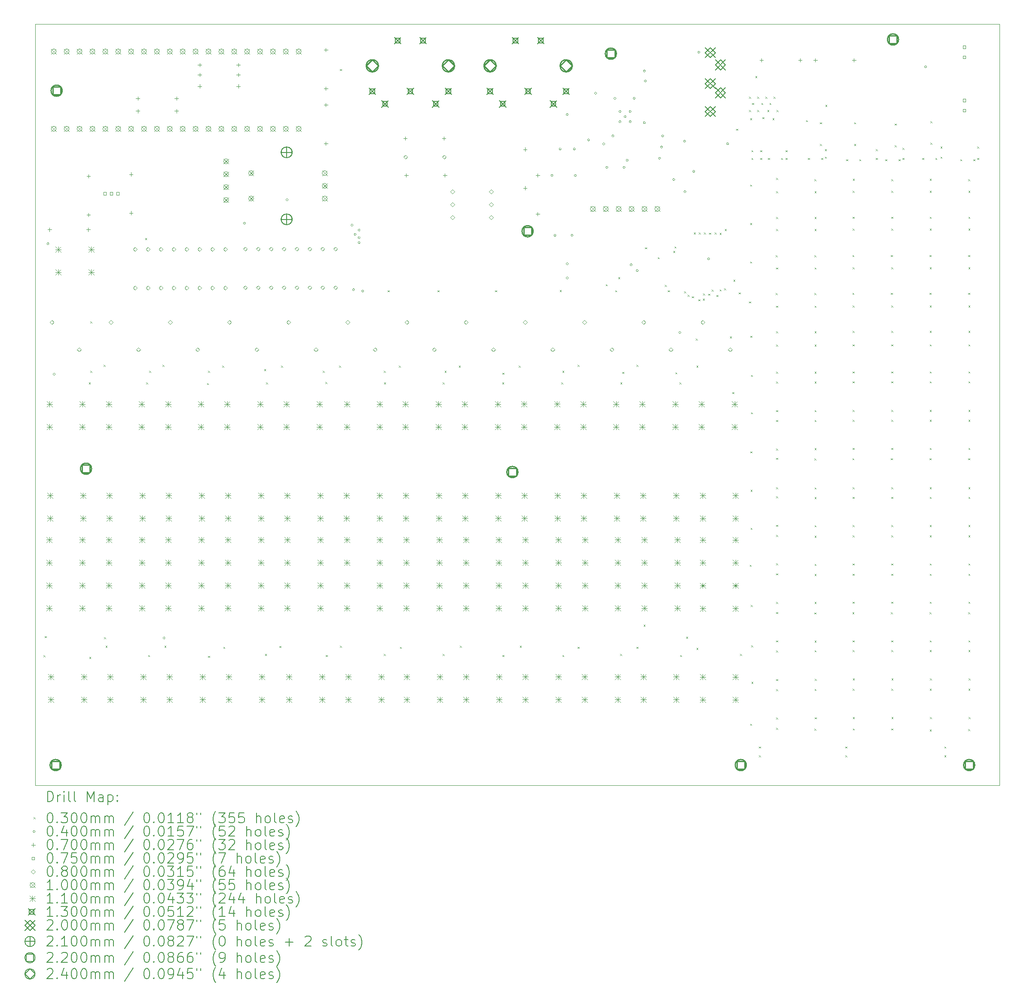
<source format=gbr>
%TF.GenerationSoftware,KiCad,Pcbnew,7.0.2*%
%TF.CreationDate,2023-04-18T11:23:08+09:00*%
%TF.ProjectId,autoharpie,6175746f-6861-4727-9069-652e6b696361,rev?*%
%TF.SameCoordinates,Original*%
%TF.FileFunction,Drillmap*%
%TF.FilePolarity,Positive*%
%FSLAX45Y45*%
G04 Gerber Fmt 4.5, Leading zero omitted, Abs format (unit mm)*
G04 Created by KiCad (PCBNEW 7.0.2) date 2023-04-18 11:23:08*
%MOMM*%
%LPD*%
G01*
G04 APERTURE LIST*
%ADD10C,0.100000*%
%ADD11C,0.200000*%
%ADD12C,0.030000*%
%ADD13C,0.040000*%
%ADD14C,0.070000*%
%ADD15C,0.075000*%
%ADD16C,0.080000*%
%ADD17C,0.110000*%
%ADD18C,0.130000*%
%ADD19C,0.210000*%
%ADD20C,0.220000*%
%ADD21C,0.240000*%
G04 APERTURE END LIST*
D10*
X1200000Y-1200000D02*
X20200000Y-1200000D01*
X20200000Y-16200000D01*
X1200000Y-16200000D01*
X1200000Y-1200000D01*
D11*
D12*
X1360000Y-13635000D02*
X1390000Y-13665000D01*
X1390000Y-13635000D02*
X1360000Y-13665000D01*
X1385000Y-13260000D02*
X1415000Y-13290000D01*
X1415000Y-13260000D02*
X1385000Y-13290000D01*
X2254030Y-8257630D02*
X2284030Y-8287630D01*
X2284030Y-8257630D02*
X2254030Y-8287630D01*
X2265000Y-13670660D02*
X2295000Y-13700660D01*
X2295000Y-13670660D02*
X2265000Y-13700660D01*
X2285000Y-7058565D02*
X2315000Y-7088565D01*
X2315000Y-7058565D02*
X2285000Y-7088565D01*
X2285000Y-8030660D02*
X2315000Y-8060660D01*
X2315000Y-8030660D02*
X2285000Y-8060660D01*
X2545000Y-7910660D02*
X2575000Y-7940660D01*
X2575000Y-7910660D02*
X2545000Y-7940660D01*
X2554553Y-13280380D02*
X2584553Y-13310380D01*
X2584553Y-13280380D02*
X2554553Y-13310380D01*
X2585000Y-13450660D02*
X2615000Y-13480660D01*
X2615000Y-13450660D02*
X2585000Y-13480660D01*
X3365000Y-5415000D02*
X3395000Y-5445000D01*
X3395000Y-5415000D02*
X3365000Y-5445000D01*
X3385000Y-8257630D02*
X3415000Y-8287630D01*
X3415000Y-8257630D02*
X3385000Y-8287630D01*
X3425000Y-13630660D02*
X3455000Y-13660660D01*
X3455000Y-13630660D02*
X3425000Y-13660660D01*
X3445000Y-8030660D02*
X3475000Y-8060660D01*
X3475000Y-8030660D02*
X3445000Y-8060660D01*
X3705000Y-7910660D02*
X3735000Y-7940660D01*
X3735000Y-7910660D02*
X3705000Y-7940660D01*
X3745000Y-13450660D02*
X3775000Y-13480660D01*
X3775000Y-13450660D02*
X3745000Y-13480660D01*
X4585000Y-8270660D02*
X4615000Y-8300660D01*
X4615000Y-8270660D02*
X4585000Y-8300660D01*
X4605000Y-8030660D02*
X4635000Y-8060660D01*
X4635000Y-8030660D02*
X4605000Y-8060660D01*
X4605000Y-13650660D02*
X4635000Y-13680660D01*
X4635000Y-13650660D02*
X4605000Y-13680660D01*
X4885000Y-7930660D02*
X4915000Y-7960660D01*
X4915000Y-7930660D02*
X4885000Y-7960660D01*
X4905000Y-13470660D02*
X4935000Y-13500660D01*
X4935000Y-13470660D02*
X4905000Y-13500660D01*
X5710000Y-7997580D02*
X5740000Y-8027580D01*
X5740000Y-7997580D02*
X5710000Y-8027580D01*
X5725000Y-13610660D02*
X5755000Y-13640660D01*
X5755000Y-13610660D02*
X5725000Y-13640660D01*
X5744939Y-8257630D02*
X5774939Y-8287630D01*
X5774939Y-8257630D02*
X5744939Y-8287630D01*
X6009411Y-13453442D02*
X6039411Y-13483442D01*
X6039411Y-13453442D02*
X6009411Y-13483442D01*
X6045000Y-7930660D02*
X6075000Y-7960660D01*
X6075000Y-7930660D02*
X6045000Y-7960660D01*
X6865000Y-8030660D02*
X6895000Y-8060660D01*
X6895000Y-8030660D02*
X6865000Y-8060660D01*
X6915825Y-8250380D02*
X6945825Y-8280380D01*
X6945825Y-8250380D02*
X6915825Y-8280380D01*
X6925000Y-13630660D02*
X6955000Y-13660660D01*
X6955000Y-13630660D02*
X6925000Y-13660660D01*
X7185000Y-7930660D02*
X7215000Y-7960660D01*
X7215000Y-7930660D02*
X7185000Y-7960660D01*
X7205000Y-13450660D02*
X7235000Y-13480660D01*
X7235000Y-13450660D02*
X7205000Y-13480660D01*
X7205524Y-2085000D02*
X7235524Y-2115000D01*
X7235524Y-2085000D02*
X7205524Y-2115000D01*
X8065000Y-8030660D02*
X8095000Y-8060660D01*
X8095000Y-8030660D02*
X8065000Y-8060660D01*
X8065000Y-13610660D02*
X8095000Y-13640660D01*
X8095000Y-13610660D02*
X8065000Y-13640660D01*
X8072211Y-8257630D02*
X8102211Y-8287630D01*
X8102211Y-8257630D02*
X8072211Y-8287630D01*
X8145000Y-6442500D02*
X8175000Y-6472500D01*
X8175000Y-6442500D02*
X8145000Y-6472500D01*
X8365000Y-7930660D02*
X8395000Y-7960660D01*
X8395000Y-7930660D02*
X8365000Y-7960660D01*
X8385000Y-13470660D02*
X8415000Y-13500660D01*
X8415000Y-13470660D02*
X8385000Y-13500660D01*
X9127500Y-6445000D02*
X9157500Y-6475000D01*
X9157500Y-6445000D02*
X9127500Y-6475000D01*
X9225000Y-8257630D02*
X9255000Y-8287630D01*
X9255000Y-8257630D02*
X9225000Y-8287630D01*
X9225000Y-13610660D02*
X9255000Y-13640660D01*
X9255000Y-13610660D02*
X9225000Y-13640660D01*
X9265000Y-8030660D02*
X9295000Y-8060660D01*
X9295000Y-8030660D02*
X9265000Y-8060660D01*
X9545000Y-7930660D02*
X9575000Y-7960660D01*
X9575000Y-7930660D02*
X9545000Y-7960660D01*
X9565000Y-13450660D02*
X9595000Y-13480660D01*
X9595000Y-13450660D02*
X9565000Y-13480660D01*
X10260000Y-6442500D02*
X10290000Y-6472500D01*
X10290000Y-6442500D02*
X10260000Y-6472500D01*
X10398030Y-8257630D02*
X10428030Y-8287630D01*
X10428030Y-8257630D02*
X10398030Y-8287630D01*
X10405000Y-8070660D02*
X10435000Y-8100660D01*
X10435000Y-8070660D02*
X10405000Y-8100660D01*
X10405000Y-13630660D02*
X10435000Y-13660660D01*
X10435000Y-13630660D02*
X10405000Y-13660660D01*
X10725000Y-7930660D02*
X10755000Y-7960660D01*
X10755000Y-7930660D02*
X10725000Y-7960660D01*
X10745000Y-13450660D02*
X10775000Y-13480660D01*
X10775000Y-13450660D02*
X10745000Y-13480660D01*
X11535000Y-6440000D02*
X11565000Y-6470000D01*
X11565000Y-6440000D02*
X11535000Y-6470000D01*
X11563120Y-8257630D02*
X11593120Y-8287630D01*
X11593120Y-8257630D02*
X11563120Y-8287630D01*
X11585000Y-8030660D02*
X11615000Y-8060660D01*
X11615000Y-8030660D02*
X11585000Y-8060660D01*
X11585000Y-13630660D02*
X11615000Y-13660660D01*
X11615000Y-13630660D02*
X11585000Y-13660660D01*
X11885000Y-7910660D02*
X11915000Y-7940660D01*
X11915000Y-7910660D02*
X11885000Y-7940660D01*
X11885000Y-13470660D02*
X11915000Y-13500660D01*
X11915000Y-13470660D02*
X11885000Y-13500660D01*
X12440920Y-6326580D02*
X12470920Y-6356580D01*
X12470920Y-6326580D02*
X12440920Y-6356580D01*
X12627500Y-6442500D02*
X12657500Y-6472500D01*
X12657500Y-6442500D02*
X12627500Y-6472500D01*
X12685000Y-6185000D02*
X12715000Y-6215000D01*
X12715000Y-6185000D02*
X12685000Y-6215000D01*
X12725000Y-13610660D02*
X12755000Y-13640660D01*
X12755000Y-13610660D02*
X12725000Y-13640660D01*
X12726757Y-8257630D02*
X12756757Y-8287630D01*
X12756757Y-8257630D02*
X12726757Y-8287630D01*
X12765000Y-8050660D02*
X12795000Y-8080660D01*
X12795000Y-8050660D02*
X12765000Y-8080660D01*
X13045000Y-7910660D02*
X13075000Y-7940660D01*
X13075000Y-7910660D02*
X13045000Y-7940660D01*
X13045000Y-13470660D02*
X13075000Y-13500660D01*
X13075000Y-13470660D02*
X13045000Y-13500660D01*
X13185000Y-13035000D02*
X13215000Y-13065000D01*
X13215000Y-13035000D02*
X13185000Y-13065000D01*
X13215000Y-5595000D02*
X13245000Y-5625000D01*
X13245000Y-5595000D02*
X13215000Y-5625000D01*
X13465000Y-5790660D02*
X13495000Y-5820660D01*
X13495000Y-5790660D02*
X13465000Y-5820660D01*
X13602500Y-6337500D02*
X13632500Y-6367500D01*
X13632500Y-6337500D02*
X13602500Y-6367500D01*
X13665000Y-6445000D02*
X13695000Y-6475000D01*
X13695000Y-6445000D02*
X13665000Y-6475000D01*
X13768068Y-5667135D02*
X13798068Y-5697135D01*
X13798068Y-5667135D02*
X13768068Y-5697135D01*
X13794950Y-5581295D02*
X13824950Y-5611295D01*
X13824950Y-5581295D02*
X13794950Y-5611295D01*
X13810000Y-8060000D02*
X13840000Y-8090000D01*
X13840000Y-8060000D02*
X13810000Y-8090000D01*
X13890393Y-8257630D02*
X13920393Y-8287630D01*
X13920393Y-8257630D02*
X13890393Y-8287630D01*
X13905000Y-13630660D02*
X13935000Y-13660660D01*
X13935000Y-13630660D02*
X13905000Y-13660660D01*
X13983364Y-6464440D02*
X14013364Y-6494440D01*
X14013364Y-6464440D02*
X13983364Y-6494440D01*
X14023330Y-13273330D02*
X14053330Y-13303330D01*
X14053330Y-13273330D02*
X14023330Y-13303330D01*
X14053314Y-6534390D02*
X14083314Y-6564390D01*
X14083314Y-6534390D02*
X14053314Y-6564390D01*
X14139355Y-6560620D02*
X14169355Y-6590620D01*
X14169355Y-6560620D02*
X14139355Y-6590620D01*
X14175000Y-5305000D02*
X14205000Y-5335000D01*
X14205000Y-5305000D02*
X14175000Y-5335000D01*
X14215000Y-7395000D02*
X14245000Y-7425000D01*
X14245000Y-7395000D02*
X14215000Y-7425000D01*
X14225000Y-7930660D02*
X14255000Y-7960660D01*
X14255000Y-7930660D02*
X14225000Y-7960660D01*
X14225000Y-13490660D02*
X14255000Y-13520660D01*
X14255000Y-13490660D02*
X14225000Y-13520660D01*
X14266339Y-6622677D02*
X14296339Y-6652677D01*
X14296339Y-6622677D02*
X14266339Y-6652677D01*
X14275000Y-5305000D02*
X14305000Y-5335000D01*
X14305000Y-5305000D02*
X14275000Y-5335000D01*
X14355000Y-6607500D02*
X14385000Y-6637500D01*
X14385000Y-6607500D02*
X14355000Y-6637500D01*
X14360000Y-6505000D02*
X14390000Y-6535000D01*
X14390000Y-6505000D02*
X14360000Y-6535000D01*
X14375000Y-5305000D02*
X14405000Y-5335000D01*
X14405000Y-5305000D02*
X14375000Y-5335000D01*
X14460000Y-6510000D02*
X14490000Y-6540000D01*
X14490000Y-6510000D02*
X14460000Y-6540000D01*
X14476500Y-5307505D02*
X14506500Y-5337505D01*
X14506500Y-5307505D02*
X14476500Y-5337505D01*
X14526484Y-6430407D02*
X14556484Y-6460407D01*
X14556484Y-6430407D02*
X14526484Y-6460407D01*
X14585000Y-5305000D02*
X14615000Y-5335000D01*
X14615000Y-5305000D02*
X14585000Y-5335000D01*
X14621820Y-6535000D02*
X14651820Y-6565000D01*
X14651820Y-6535000D02*
X14621820Y-6565000D01*
X14684320Y-6427963D02*
X14714320Y-6457963D01*
X14714320Y-6427963D02*
X14684320Y-6457963D01*
X14685000Y-5315000D02*
X14715000Y-5345000D01*
X14715000Y-5315000D02*
X14685000Y-5345000D01*
X14770997Y-6403916D02*
X14800997Y-6433916D01*
X14800997Y-6403916D02*
X14770997Y-6433916D01*
X14785000Y-5235000D02*
X14815000Y-5265000D01*
X14815000Y-5235000D02*
X14785000Y-5265000D01*
X14885538Y-7354462D02*
X14915538Y-7384462D01*
X14915538Y-7354462D02*
X14885538Y-7384462D01*
X14935000Y-8450000D02*
X14965000Y-8480000D01*
X14965000Y-8450000D02*
X14935000Y-8480000D01*
X14955000Y-6235000D02*
X14985000Y-6265000D01*
X14985000Y-6235000D02*
X14955000Y-6265000D01*
X15010000Y-3260000D02*
X15040000Y-3290000D01*
X15040000Y-3260000D02*
X15010000Y-3290000D01*
X15060000Y-6485000D02*
X15090000Y-6515000D01*
X15090000Y-6485000D02*
X15060000Y-6515000D01*
X15085000Y-13610660D02*
X15115000Y-13640660D01*
X15115000Y-13610660D02*
X15085000Y-13640660D01*
X15265000Y-2630660D02*
X15295000Y-2660660D01*
X15295000Y-2630660D02*
X15265000Y-2660660D01*
X15265000Y-2890660D02*
X15295000Y-2920660D01*
X15295000Y-2890660D02*
X15265000Y-2920660D01*
X15265000Y-6665000D02*
X15295000Y-6695000D01*
X15295000Y-6665000D02*
X15265000Y-6695000D01*
X15277500Y-11852500D02*
X15307500Y-11882500D01*
X15307500Y-11852500D02*
X15277500Y-11882500D01*
X15285000Y-3050660D02*
X15315000Y-3080660D01*
X15315000Y-3050660D02*
X15285000Y-3080660D01*
X15285000Y-4360000D02*
X15315000Y-4390000D01*
X15315000Y-4360000D02*
X15285000Y-4390000D01*
X15285000Y-5120000D02*
X15315000Y-5150000D01*
X15315000Y-5120000D02*
X15285000Y-5150000D01*
X15285000Y-5875000D02*
X15315000Y-5905000D01*
X15315000Y-5875000D02*
X15285000Y-5905000D01*
X15285000Y-14985000D02*
X15315000Y-15015000D01*
X15315000Y-14985000D02*
X15285000Y-15015000D01*
X15287500Y-7342500D02*
X15317500Y-7372500D01*
X15317500Y-7342500D02*
X15287500Y-7372500D01*
X15290000Y-9620000D02*
X15320000Y-9650000D01*
X15320000Y-9620000D02*
X15290000Y-9650000D01*
X15292450Y-11125000D02*
X15322450Y-11155000D01*
X15322450Y-11125000D02*
X15292450Y-11155000D01*
X15295000Y-10375000D02*
X15325000Y-10405000D01*
X15325000Y-10375000D02*
X15295000Y-10405000D01*
X15297450Y-12645000D02*
X15327450Y-12675000D01*
X15327450Y-12645000D02*
X15297450Y-12675000D01*
X15299975Y-8110025D02*
X15329975Y-8140025D01*
X15329975Y-8110025D02*
X15299975Y-8140025D01*
X15300000Y-8850000D02*
X15330000Y-8880000D01*
X15330000Y-8850000D02*
X15300000Y-8880000D01*
X15305000Y-13442500D02*
X15335000Y-13472500D01*
X15335000Y-13442500D02*
X15305000Y-13472500D01*
X15310000Y-3685000D02*
X15340000Y-3715000D01*
X15340000Y-3685000D02*
X15310000Y-3715000D01*
X15310000Y-3835000D02*
X15340000Y-3865000D01*
X15340000Y-3835000D02*
X15310000Y-3865000D01*
X15310000Y-14160000D02*
X15340000Y-14190000D01*
X15340000Y-14160000D02*
X15310000Y-14190000D01*
X15325000Y-2750660D02*
X15355000Y-2780660D01*
X15355000Y-2750660D02*
X15325000Y-2780660D01*
X15385000Y-2225000D02*
X15415000Y-2255000D01*
X15415000Y-2225000D02*
X15385000Y-2255000D01*
X15425000Y-2630660D02*
X15455000Y-2660660D01*
X15455000Y-2630660D02*
X15425000Y-2660660D01*
X15425000Y-2890660D02*
X15455000Y-2920660D01*
X15455000Y-2890660D02*
X15425000Y-2920660D01*
X15460000Y-15435000D02*
X15490000Y-15465000D01*
X15490000Y-15435000D02*
X15460000Y-15465000D01*
X15460000Y-15610000D02*
X15490000Y-15640000D01*
X15490000Y-15610000D02*
X15460000Y-15640000D01*
X15485000Y-3685000D02*
X15515000Y-3715000D01*
X15515000Y-3685000D02*
X15485000Y-3715000D01*
X15485000Y-3835000D02*
X15515000Y-3865000D01*
X15515000Y-3835000D02*
X15485000Y-3865000D01*
X15505000Y-2750660D02*
X15535000Y-2780660D01*
X15535000Y-2750660D02*
X15505000Y-2780660D01*
X15525000Y-3030660D02*
X15555000Y-3060660D01*
X15555000Y-3030660D02*
X15525000Y-3060660D01*
X15585000Y-2630660D02*
X15615000Y-2660660D01*
X15615000Y-2630660D02*
X15585000Y-2660660D01*
X15625000Y-2890660D02*
X15655000Y-2920660D01*
X15655000Y-2890660D02*
X15625000Y-2920660D01*
X15635000Y-3835000D02*
X15665000Y-3865000D01*
X15665000Y-3835000D02*
X15635000Y-3865000D01*
X15665000Y-2750660D02*
X15695000Y-2780660D01*
X15695000Y-2750660D02*
X15665000Y-2780660D01*
X15725000Y-3050660D02*
X15755000Y-3080660D01*
X15755000Y-3050660D02*
X15725000Y-3080660D01*
X15745000Y-2630660D02*
X15775000Y-2660660D01*
X15775000Y-2630660D02*
X15745000Y-2660660D01*
X15790000Y-5755000D02*
X15820000Y-5785000D01*
X15820000Y-5755000D02*
X15790000Y-5785000D01*
X15790000Y-6500000D02*
X15820000Y-6530000D01*
X15820000Y-6500000D02*
X15790000Y-6530000D01*
X15795000Y-4230000D02*
X15825000Y-4260000D01*
X15825000Y-4230000D02*
X15795000Y-4260000D01*
X15795000Y-4490000D02*
X15825000Y-4520000D01*
X15825000Y-4490000D02*
X15795000Y-4520000D01*
X15795000Y-5000000D02*
X15825000Y-5030000D01*
X15825000Y-5000000D02*
X15795000Y-5030000D01*
X15795000Y-5235000D02*
X15825000Y-5265000D01*
X15825000Y-5235000D02*
X15795000Y-5265000D01*
X15795000Y-5995000D02*
X15825000Y-6025000D01*
X15825000Y-5995000D02*
X15795000Y-6025000D01*
X15795000Y-6750000D02*
X15825000Y-6780000D01*
X15825000Y-6750000D02*
X15795000Y-6780000D01*
X15795000Y-7250000D02*
X15825000Y-7280000D01*
X15825000Y-7250000D02*
X15795000Y-7280000D01*
X15795000Y-7515000D02*
X15825000Y-7545000D01*
X15825000Y-7515000D02*
X15795000Y-7545000D01*
X15795000Y-8050000D02*
X15825000Y-8080000D01*
X15825000Y-8050000D02*
X15795000Y-8080000D01*
X15795000Y-8245000D02*
X15825000Y-8275000D01*
X15825000Y-8245000D02*
X15795000Y-8275000D01*
X15795000Y-8805000D02*
X15825000Y-8835000D01*
X15825000Y-8805000D02*
X15795000Y-8835000D01*
X15795000Y-9000000D02*
X15825000Y-9030000D01*
X15825000Y-9000000D02*
X15795000Y-9030000D01*
X15795000Y-9565000D02*
X15825000Y-9595000D01*
X15825000Y-9565000D02*
X15795000Y-9595000D01*
X15795000Y-9745000D02*
X15825000Y-9775000D01*
X15825000Y-9745000D02*
X15795000Y-9775000D01*
X15795000Y-10325000D02*
X15825000Y-10355000D01*
X15825000Y-10325000D02*
X15795000Y-10355000D01*
X15795000Y-10505000D02*
X15825000Y-10535000D01*
X15825000Y-10505000D02*
X15795000Y-10535000D01*
X15795000Y-11065000D02*
X15825000Y-11095000D01*
X15825000Y-11065000D02*
X15795000Y-11095000D01*
X15795000Y-11265000D02*
X15825000Y-11295000D01*
X15825000Y-11265000D02*
X15795000Y-11295000D01*
X15795000Y-11825000D02*
X15825000Y-11855000D01*
X15825000Y-11825000D02*
X15795000Y-11855000D01*
X15795000Y-12025000D02*
X15825000Y-12055000D01*
X15825000Y-12025000D02*
X15795000Y-12055000D01*
X15795000Y-12585000D02*
X15825000Y-12615000D01*
X15825000Y-12585000D02*
X15795000Y-12615000D01*
X15795000Y-12785000D02*
X15825000Y-12815000D01*
X15825000Y-12785000D02*
X15795000Y-12815000D01*
X15795000Y-13345000D02*
X15825000Y-13375000D01*
X15825000Y-13345000D02*
X15795000Y-13375000D01*
X15795000Y-13545000D02*
X15825000Y-13575000D01*
X15825000Y-13545000D02*
X15795000Y-13575000D01*
X15795000Y-14105000D02*
X15825000Y-14135000D01*
X15825000Y-14105000D02*
X15795000Y-14135000D01*
X15795000Y-14305000D02*
X15825000Y-14335000D01*
X15825000Y-14305000D02*
X15795000Y-14335000D01*
X15795000Y-14865000D02*
X15825000Y-14895000D01*
X15825000Y-14865000D02*
X15795000Y-14895000D01*
X15795000Y-15065000D02*
X15825000Y-15095000D01*
X15825000Y-15065000D02*
X15795000Y-15095000D01*
X15805000Y-2890660D02*
X15835000Y-2920660D01*
X15835000Y-2890660D02*
X15805000Y-2920660D01*
X15895050Y-3835000D02*
X15925050Y-3865000D01*
X15925050Y-3835000D02*
X15895050Y-3865000D01*
X15985000Y-3685000D02*
X16015000Y-3715000D01*
X16015000Y-3685000D02*
X15985000Y-3715000D01*
X15985000Y-3835000D02*
X16015000Y-3865000D01*
X16015000Y-3835000D02*
X15985000Y-3865000D01*
X16385000Y-3090660D02*
X16415000Y-3120660D01*
X16415000Y-3090660D02*
X16385000Y-3120660D01*
X16424950Y-3835000D02*
X16454950Y-3865000D01*
X16454950Y-3835000D02*
X16424950Y-3865000D01*
X16550000Y-4255000D02*
X16580000Y-4285000D01*
X16580000Y-4255000D02*
X16550000Y-4285000D01*
X16550000Y-5755000D02*
X16580000Y-5785000D01*
X16580000Y-5755000D02*
X16550000Y-5785000D01*
X16550000Y-6500000D02*
X16580000Y-6530000D01*
X16580000Y-6500000D02*
X16550000Y-6530000D01*
X16550000Y-9760000D02*
X16580000Y-9790000D01*
X16580000Y-9760000D02*
X16550000Y-9790000D01*
X16550000Y-12795000D02*
X16580000Y-12825000D01*
X16580000Y-12795000D02*
X16550000Y-12825000D01*
X16550000Y-15085000D02*
X16580000Y-15115000D01*
X16580000Y-15085000D02*
X16550000Y-15115000D01*
X16555000Y-4490000D02*
X16585000Y-4520000D01*
X16585000Y-4490000D02*
X16555000Y-4520000D01*
X16555000Y-5000000D02*
X16585000Y-5030000D01*
X16585000Y-5000000D02*
X16555000Y-5030000D01*
X16555000Y-5235000D02*
X16585000Y-5265000D01*
X16585000Y-5235000D02*
X16555000Y-5265000D01*
X16555000Y-5995000D02*
X16585000Y-6025000D01*
X16585000Y-5995000D02*
X16555000Y-6025000D01*
X16555000Y-6750000D02*
X16585000Y-6780000D01*
X16585000Y-6750000D02*
X16555000Y-6780000D01*
X16555000Y-7250000D02*
X16585000Y-7280000D01*
X16585000Y-7250000D02*
X16555000Y-7280000D01*
X16555000Y-7515000D02*
X16585000Y-7545000D01*
X16585000Y-7515000D02*
X16555000Y-7545000D01*
X16555000Y-8050000D02*
X16585000Y-8080000D01*
X16585000Y-8050000D02*
X16555000Y-8080000D01*
X16555000Y-8245000D02*
X16585000Y-8275000D01*
X16585000Y-8245000D02*
X16555000Y-8275000D01*
X16555000Y-8805000D02*
X16585000Y-8835000D01*
X16585000Y-8805000D02*
X16555000Y-8835000D01*
X16555000Y-9000000D02*
X16585000Y-9030000D01*
X16585000Y-9000000D02*
X16555000Y-9030000D01*
X16555000Y-9555000D02*
X16585000Y-9585000D01*
X16585000Y-9555000D02*
X16555000Y-9585000D01*
X16555000Y-10330000D02*
X16585000Y-10360000D01*
X16585000Y-10330000D02*
X16555000Y-10360000D01*
X16555000Y-10520000D02*
X16585000Y-10550000D01*
X16585000Y-10520000D02*
X16555000Y-10550000D01*
X16555000Y-11075000D02*
X16585000Y-11105000D01*
X16585000Y-11075000D02*
X16555000Y-11105000D01*
X16555000Y-11280000D02*
X16585000Y-11310000D01*
X16585000Y-11280000D02*
X16555000Y-11310000D01*
X16555000Y-11835000D02*
X16585000Y-11865000D01*
X16585000Y-11835000D02*
X16555000Y-11865000D01*
X16555000Y-12035000D02*
X16585000Y-12065000D01*
X16585000Y-12035000D02*
X16555000Y-12065000D01*
X16555000Y-12585000D02*
X16585000Y-12615000D01*
X16585000Y-12585000D02*
X16555000Y-12615000D01*
X16555000Y-13350000D02*
X16585000Y-13380000D01*
X16585000Y-13350000D02*
X16555000Y-13380000D01*
X16555000Y-13540000D02*
X16585000Y-13570000D01*
X16585000Y-13540000D02*
X16555000Y-13570000D01*
X16555000Y-14300000D02*
X16585000Y-14330000D01*
X16585000Y-14300000D02*
X16555000Y-14330000D01*
X16560000Y-14100000D02*
X16590000Y-14130000D01*
X16590000Y-14100000D02*
X16560000Y-14130000D01*
X16560000Y-14860000D02*
X16590000Y-14890000D01*
X16590000Y-14860000D02*
X16560000Y-14890000D01*
X16660000Y-3135000D02*
X16690000Y-3165000D01*
X16690000Y-3135000D02*
X16660000Y-3165000D01*
X16660000Y-3560000D02*
X16690000Y-3590000D01*
X16690000Y-3560000D02*
X16660000Y-3590000D01*
X16685000Y-3835000D02*
X16715000Y-3865000D01*
X16715000Y-3835000D02*
X16685000Y-3865000D01*
X16760000Y-3660000D02*
X16790000Y-3690000D01*
X16790000Y-3660000D02*
X16760000Y-3690000D01*
X16760000Y-3810000D02*
X16790000Y-3840000D01*
X16790000Y-3810000D02*
X16760000Y-3840000D01*
X16765000Y-2790660D02*
X16795000Y-2820660D01*
X16795000Y-2790660D02*
X16765000Y-2820660D01*
X17160000Y-15435000D02*
X17190000Y-15465000D01*
X17190000Y-15435000D02*
X17160000Y-15465000D01*
X17160000Y-15610000D02*
X17190000Y-15640000D01*
X17190000Y-15610000D02*
X17160000Y-15640000D01*
X17174950Y-3860000D02*
X17204950Y-3890000D01*
X17204950Y-3860000D02*
X17174950Y-3890000D01*
X17300000Y-5750000D02*
X17330000Y-5780000D01*
X17330000Y-5750000D02*
X17300000Y-5780000D01*
X17300000Y-6495000D02*
X17330000Y-6525000D01*
X17330000Y-6495000D02*
X17300000Y-6525000D01*
X17300000Y-9755000D02*
X17330000Y-9785000D01*
X17330000Y-9755000D02*
X17300000Y-9785000D01*
X17300000Y-12790000D02*
X17330000Y-12820000D01*
X17330000Y-12790000D02*
X17300000Y-12820000D01*
X17305000Y-4485000D02*
X17335000Y-4515000D01*
X17335000Y-4485000D02*
X17305000Y-4515000D01*
X17305000Y-4995000D02*
X17335000Y-5025000D01*
X17335000Y-4995000D02*
X17305000Y-5025000D01*
X17305000Y-5230000D02*
X17335000Y-5260000D01*
X17335000Y-5230000D02*
X17305000Y-5260000D01*
X17305000Y-5990000D02*
X17335000Y-6020000D01*
X17335000Y-5990000D02*
X17305000Y-6020000D01*
X17305000Y-6745000D02*
X17335000Y-6775000D01*
X17335000Y-6745000D02*
X17305000Y-6775000D01*
X17305000Y-7245000D02*
X17335000Y-7275000D01*
X17335000Y-7245000D02*
X17305000Y-7275000D01*
X17305000Y-7510000D02*
X17335000Y-7540000D01*
X17335000Y-7510000D02*
X17305000Y-7540000D01*
X17305000Y-8045000D02*
X17335000Y-8075000D01*
X17335000Y-8045000D02*
X17305000Y-8075000D01*
X17305000Y-8240000D02*
X17335000Y-8270000D01*
X17335000Y-8240000D02*
X17305000Y-8270000D01*
X17305000Y-8800000D02*
X17335000Y-8830000D01*
X17335000Y-8800000D02*
X17305000Y-8830000D01*
X17305000Y-8995000D02*
X17335000Y-9025000D01*
X17335000Y-8995000D02*
X17305000Y-9025000D01*
X17305000Y-9550000D02*
X17335000Y-9580000D01*
X17335000Y-9550000D02*
X17305000Y-9580000D01*
X17305000Y-10325000D02*
X17335000Y-10355000D01*
X17335000Y-10325000D02*
X17305000Y-10355000D01*
X17305000Y-10515000D02*
X17335000Y-10545000D01*
X17335000Y-10515000D02*
X17305000Y-10545000D01*
X17305000Y-11070000D02*
X17335000Y-11100000D01*
X17335000Y-11070000D02*
X17305000Y-11100000D01*
X17305000Y-11275000D02*
X17335000Y-11305000D01*
X17335000Y-11275000D02*
X17305000Y-11305000D01*
X17305000Y-11830000D02*
X17335000Y-11860000D01*
X17335000Y-11830000D02*
X17305000Y-11860000D01*
X17305000Y-12030000D02*
X17335000Y-12060000D01*
X17335000Y-12030000D02*
X17305000Y-12060000D01*
X17305000Y-12580000D02*
X17335000Y-12610000D01*
X17335000Y-12580000D02*
X17305000Y-12610000D01*
X17305000Y-13345000D02*
X17335000Y-13375000D01*
X17335000Y-13345000D02*
X17305000Y-13375000D01*
X17305000Y-13535000D02*
X17335000Y-13565000D01*
X17335000Y-13535000D02*
X17305000Y-13565000D01*
X17305000Y-14295000D02*
X17335000Y-14325000D01*
X17335000Y-14295000D02*
X17305000Y-14325000D01*
X17310000Y-4245000D02*
X17340000Y-4275000D01*
X17340000Y-4245000D02*
X17310000Y-4275000D01*
X17310000Y-14095000D02*
X17340000Y-14125000D01*
X17340000Y-14095000D02*
X17310000Y-14125000D01*
X17310000Y-14855000D02*
X17340000Y-14885000D01*
X17340000Y-14855000D02*
X17310000Y-14885000D01*
X17310000Y-15080000D02*
X17340000Y-15110000D01*
X17340000Y-15080000D02*
X17310000Y-15110000D01*
X17335000Y-3135000D02*
X17365000Y-3165000D01*
X17365000Y-3135000D02*
X17335000Y-3165000D01*
X17335000Y-3560000D02*
X17365000Y-3590000D01*
X17365000Y-3560000D02*
X17335000Y-3590000D01*
X17435000Y-3860000D02*
X17465000Y-3890000D01*
X17465000Y-3860000D02*
X17435000Y-3890000D01*
X17760000Y-3660000D02*
X17790000Y-3690000D01*
X17790000Y-3660000D02*
X17760000Y-3690000D01*
X17760000Y-3835000D02*
X17790000Y-3865000D01*
X17790000Y-3835000D02*
X17760000Y-3865000D01*
X17949950Y-3860000D02*
X17979950Y-3890000D01*
X17979950Y-3860000D02*
X17949950Y-3890000D01*
X18060000Y-5750000D02*
X18090000Y-5780000D01*
X18090000Y-5750000D02*
X18060000Y-5780000D01*
X18060000Y-6495000D02*
X18090000Y-6525000D01*
X18090000Y-6495000D02*
X18060000Y-6525000D01*
X18060000Y-9755000D02*
X18090000Y-9785000D01*
X18090000Y-9755000D02*
X18060000Y-9785000D01*
X18060000Y-12790000D02*
X18090000Y-12820000D01*
X18090000Y-12790000D02*
X18060000Y-12820000D01*
X18065000Y-4255000D02*
X18095000Y-4285000D01*
X18095000Y-4255000D02*
X18065000Y-4285000D01*
X18065000Y-4485000D02*
X18095000Y-4515000D01*
X18095000Y-4485000D02*
X18065000Y-4515000D01*
X18065000Y-4995000D02*
X18095000Y-5025000D01*
X18095000Y-4995000D02*
X18065000Y-5025000D01*
X18065000Y-5230000D02*
X18095000Y-5260000D01*
X18095000Y-5230000D02*
X18065000Y-5260000D01*
X18065000Y-5990000D02*
X18095000Y-6020000D01*
X18095000Y-5990000D02*
X18065000Y-6020000D01*
X18065000Y-6745000D02*
X18095000Y-6775000D01*
X18095000Y-6745000D02*
X18065000Y-6775000D01*
X18065000Y-7245000D02*
X18095000Y-7275000D01*
X18095000Y-7245000D02*
X18065000Y-7275000D01*
X18065000Y-7510000D02*
X18095000Y-7540000D01*
X18095000Y-7510000D02*
X18065000Y-7540000D01*
X18065000Y-8045000D02*
X18095000Y-8075000D01*
X18095000Y-8045000D02*
X18065000Y-8075000D01*
X18065000Y-8240000D02*
X18095000Y-8270000D01*
X18095000Y-8240000D02*
X18065000Y-8270000D01*
X18065000Y-8800000D02*
X18095000Y-8830000D01*
X18095000Y-8800000D02*
X18065000Y-8830000D01*
X18065000Y-8995000D02*
X18095000Y-9025000D01*
X18095000Y-8995000D02*
X18065000Y-9025000D01*
X18065000Y-9550000D02*
X18095000Y-9580000D01*
X18095000Y-9550000D02*
X18065000Y-9580000D01*
X18065000Y-10325000D02*
X18095000Y-10355000D01*
X18095000Y-10325000D02*
X18065000Y-10355000D01*
X18065000Y-10515000D02*
X18095000Y-10545000D01*
X18095000Y-10515000D02*
X18065000Y-10545000D01*
X18065000Y-11070000D02*
X18095000Y-11100000D01*
X18095000Y-11070000D02*
X18065000Y-11100000D01*
X18065000Y-11275000D02*
X18095000Y-11305000D01*
X18095000Y-11275000D02*
X18065000Y-11305000D01*
X18065000Y-11830000D02*
X18095000Y-11860000D01*
X18095000Y-11830000D02*
X18065000Y-11860000D01*
X18065000Y-12030000D02*
X18095000Y-12060000D01*
X18095000Y-12030000D02*
X18065000Y-12060000D01*
X18065000Y-12580000D02*
X18095000Y-12610000D01*
X18095000Y-12580000D02*
X18065000Y-12610000D01*
X18065000Y-13345000D02*
X18095000Y-13375000D01*
X18095000Y-13345000D02*
X18065000Y-13375000D01*
X18065000Y-13535000D02*
X18095000Y-13565000D01*
X18095000Y-13535000D02*
X18065000Y-13565000D01*
X18065000Y-14295000D02*
X18095000Y-14325000D01*
X18095000Y-14295000D02*
X18065000Y-14325000D01*
X18065000Y-15080000D02*
X18095000Y-15110000D01*
X18095000Y-15080000D02*
X18065000Y-15110000D01*
X18070000Y-14095000D02*
X18100000Y-14125000D01*
X18100000Y-14095000D02*
X18070000Y-14125000D01*
X18070000Y-14855000D02*
X18100000Y-14885000D01*
X18100000Y-14855000D02*
X18070000Y-14885000D01*
X18135000Y-3160000D02*
X18165000Y-3190000D01*
X18165000Y-3160000D02*
X18135000Y-3190000D01*
X18135000Y-3585000D02*
X18165000Y-3615000D01*
X18165000Y-3585000D02*
X18135000Y-3615000D01*
X18210000Y-3860000D02*
X18240000Y-3890000D01*
X18240000Y-3860000D02*
X18210000Y-3890000D01*
X18285000Y-3635000D02*
X18315000Y-3665000D01*
X18315000Y-3635000D02*
X18285000Y-3665000D01*
X18285000Y-3835000D02*
X18315000Y-3865000D01*
X18315000Y-3835000D02*
X18285000Y-3865000D01*
X18674950Y-3835000D02*
X18704950Y-3865000D01*
X18704950Y-3835000D02*
X18674950Y-3865000D01*
X18820000Y-5750000D02*
X18850000Y-5780000D01*
X18850000Y-5750000D02*
X18820000Y-5780000D01*
X18820000Y-6495000D02*
X18850000Y-6525000D01*
X18850000Y-6495000D02*
X18820000Y-6525000D01*
X18820000Y-9755000D02*
X18850000Y-9785000D01*
X18850000Y-9755000D02*
X18820000Y-9785000D01*
X18820000Y-12790000D02*
X18850000Y-12820000D01*
X18850000Y-12790000D02*
X18820000Y-12820000D01*
X18822500Y-4247500D02*
X18852500Y-4277500D01*
X18852500Y-4247500D02*
X18822500Y-4277500D01*
X18822500Y-15102500D02*
X18852500Y-15132500D01*
X18852500Y-15102500D02*
X18822500Y-15132500D01*
X18825000Y-4485000D02*
X18855000Y-4515000D01*
X18855000Y-4485000D02*
X18825000Y-4515000D01*
X18825000Y-4995000D02*
X18855000Y-5025000D01*
X18855000Y-4995000D02*
X18825000Y-5025000D01*
X18825000Y-5230000D02*
X18855000Y-5260000D01*
X18855000Y-5230000D02*
X18825000Y-5260000D01*
X18825000Y-5990000D02*
X18855000Y-6020000D01*
X18855000Y-5990000D02*
X18825000Y-6020000D01*
X18825000Y-6745000D02*
X18855000Y-6775000D01*
X18855000Y-6745000D02*
X18825000Y-6775000D01*
X18825000Y-7245000D02*
X18855000Y-7275000D01*
X18855000Y-7245000D02*
X18825000Y-7275000D01*
X18825000Y-7510000D02*
X18855000Y-7540000D01*
X18855000Y-7510000D02*
X18825000Y-7540000D01*
X18825000Y-8045000D02*
X18855000Y-8075000D01*
X18855000Y-8045000D02*
X18825000Y-8075000D01*
X18825000Y-8240000D02*
X18855000Y-8270000D01*
X18855000Y-8240000D02*
X18825000Y-8270000D01*
X18825000Y-8800000D02*
X18855000Y-8830000D01*
X18855000Y-8800000D02*
X18825000Y-8830000D01*
X18825000Y-8995000D02*
X18855000Y-9025000D01*
X18855000Y-8995000D02*
X18825000Y-9025000D01*
X18825000Y-9550000D02*
X18855000Y-9580000D01*
X18855000Y-9550000D02*
X18825000Y-9580000D01*
X18825000Y-10325000D02*
X18855000Y-10355000D01*
X18855000Y-10325000D02*
X18825000Y-10355000D01*
X18825000Y-10515000D02*
X18855000Y-10545000D01*
X18855000Y-10515000D02*
X18825000Y-10545000D01*
X18825000Y-11070000D02*
X18855000Y-11100000D01*
X18855000Y-11070000D02*
X18825000Y-11100000D01*
X18825000Y-11275000D02*
X18855000Y-11305000D01*
X18855000Y-11275000D02*
X18825000Y-11305000D01*
X18825000Y-11830000D02*
X18855000Y-11860000D01*
X18855000Y-11830000D02*
X18825000Y-11860000D01*
X18825000Y-12030000D02*
X18855000Y-12060000D01*
X18855000Y-12030000D02*
X18825000Y-12060000D01*
X18825000Y-12580000D02*
X18855000Y-12610000D01*
X18855000Y-12580000D02*
X18825000Y-12610000D01*
X18825000Y-13345000D02*
X18855000Y-13375000D01*
X18855000Y-13345000D02*
X18825000Y-13375000D01*
X18825000Y-13535000D02*
X18855000Y-13565000D01*
X18855000Y-13535000D02*
X18825000Y-13565000D01*
X18825000Y-14295000D02*
X18855000Y-14325000D01*
X18855000Y-14295000D02*
X18825000Y-14325000D01*
X18830000Y-14095000D02*
X18860000Y-14125000D01*
X18860000Y-14095000D02*
X18830000Y-14125000D01*
X18830000Y-14855000D02*
X18860000Y-14885000D01*
X18860000Y-14855000D02*
X18830000Y-14885000D01*
X18835000Y-3110000D02*
X18865000Y-3140000D01*
X18865000Y-3110000D02*
X18835000Y-3140000D01*
X18835000Y-3535000D02*
X18865000Y-3565000D01*
X18865000Y-3535000D02*
X18835000Y-3565000D01*
X18935000Y-3835000D02*
X18965000Y-3865000D01*
X18965000Y-3835000D02*
X18935000Y-3865000D01*
X19035000Y-3610000D02*
X19065000Y-3640000D01*
X19065000Y-3610000D02*
X19035000Y-3640000D01*
X19035000Y-3810000D02*
X19065000Y-3840000D01*
X19065000Y-3810000D02*
X19035000Y-3840000D01*
X19110000Y-15435000D02*
X19140000Y-15465000D01*
X19140000Y-15435000D02*
X19110000Y-15465000D01*
X19110000Y-15610000D02*
X19140000Y-15640000D01*
X19140000Y-15610000D02*
X19110000Y-15640000D01*
X19424950Y-3860000D02*
X19454950Y-3890000D01*
X19454950Y-3860000D02*
X19424950Y-3890000D01*
X19580000Y-4255000D02*
X19610000Y-4285000D01*
X19610000Y-4255000D02*
X19580000Y-4285000D01*
X19580000Y-5750000D02*
X19610000Y-5780000D01*
X19610000Y-5750000D02*
X19580000Y-5780000D01*
X19580000Y-6495000D02*
X19610000Y-6525000D01*
X19610000Y-6495000D02*
X19580000Y-6525000D01*
X19580000Y-9755000D02*
X19610000Y-9785000D01*
X19610000Y-9755000D02*
X19580000Y-9785000D01*
X19580000Y-12790000D02*
X19610000Y-12820000D01*
X19610000Y-12790000D02*
X19580000Y-12820000D01*
X19580000Y-15092500D02*
X19610000Y-15122500D01*
X19610000Y-15092500D02*
X19580000Y-15122500D01*
X19585000Y-4485000D02*
X19615000Y-4515000D01*
X19615000Y-4485000D02*
X19585000Y-4515000D01*
X19585000Y-4995000D02*
X19615000Y-5025000D01*
X19615000Y-4995000D02*
X19585000Y-5025000D01*
X19585000Y-5230000D02*
X19615000Y-5260000D01*
X19615000Y-5230000D02*
X19585000Y-5260000D01*
X19585000Y-5990000D02*
X19615000Y-6020000D01*
X19615000Y-5990000D02*
X19585000Y-6020000D01*
X19585000Y-6745000D02*
X19615000Y-6775000D01*
X19615000Y-6745000D02*
X19585000Y-6775000D01*
X19585000Y-7245000D02*
X19615000Y-7275000D01*
X19615000Y-7245000D02*
X19585000Y-7275000D01*
X19585000Y-7510000D02*
X19615000Y-7540000D01*
X19615000Y-7510000D02*
X19585000Y-7540000D01*
X19585000Y-8045000D02*
X19615000Y-8075000D01*
X19615000Y-8045000D02*
X19585000Y-8075000D01*
X19585000Y-8240000D02*
X19615000Y-8270000D01*
X19615000Y-8240000D02*
X19585000Y-8270000D01*
X19585000Y-8800000D02*
X19615000Y-8830000D01*
X19615000Y-8800000D02*
X19585000Y-8830000D01*
X19585000Y-8995000D02*
X19615000Y-9025000D01*
X19615000Y-8995000D02*
X19585000Y-9025000D01*
X19585000Y-9550000D02*
X19615000Y-9580000D01*
X19615000Y-9550000D02*
X19585000Y-9580000D01*
X19585000Y-10325000D02*
X19615000Y-10355000D01*
X19615000Y-10325000D02*
X19585000Y-10355000D01*
X19585000Y-10515000D02*
X19615000Y-10545000D01*
X19615000Y-10515000D02*
X19585000Y-10545000D01*
X19585000Y-11070000D02*
X19615000Y-11100000D01*
X19615000Y-11070000D02*
X19585000Y-11100000D01*
X19585000Y-11275000D02*
X19615000Y-11305000D01*
X19615000Y-11275000D02*
X19585000Y-11305000D01*
X19585000Y-11830000D02*
X19615000Y-11860000D01*
X19615000Y-11830000D02*
X19585000Y-11860000D01*
X19585000Y-12030000D02*
X19615000Y-12060000D01*
X19615000Y-12030000D02*
X19585000Y-12060000D01*
X19585000Y-12580000D02*
X19615000Y-12610000D01*
X19615000Y-12580000D02*
X19585000Y-12610000D01*
X19585000Y-13345000D02*
X19615000Y-13375000D01*
X19615000Y-13345000D02*
X19585000Y-13375000D01*
X19585000Y-13535000D02*
X19615000Y-13565000D01*
X19615000Y-13535000D02*
X19585000Y-13565000D01*
X19585000Y-14295000D02*
X19615000Y-14325000D01*
X19615000Y-14295000D02*
X19585000Y-14325000D01*
X19590000Y-14095000D02*
X19620000Y-14125000D01*
X19620000Y-14095000D02*
X19590000Y-14125000D01*
X19590000Y-14855000D02*
X19620000Y-14885000D01*
X19620000Y-14855000D02*
X19590000Y-14885000D01*
X19685000Y-3860000D02*
X19715000Y-3890000D01*
X19715000Y-3860000D02*
X19685000Y-3890000D01*
X19760000Y-3610000D02*
X19790000Y-3640000D01*
X19790000Y-3610000D02*
X19760000Y-3640000D01*
X19760000Y-3835000D02*
X19790000Y-3865000D01*
X19790000Y-3835000D02*
X19760000Y-3865000D01*
D13*
X1470000Y-5525000D02*
G75*
G03*
X1470000Y-5525000I-20000J0D01*
G01*
X1592000Y-8096000D02*
G75*
G03*
X1592000Y-8096000I-20000J0D01*
G01*
X3756825Y-13295380D02*
G75*
G03*
X3756825Y-13295380I-20000J0D01*
G01*
X5340000Y-5120000D02*
G75*
G03*
X5340000Y-5120000I-20000J0D01*
G01*
X6180000Y-4660000D02*
G75*
G03*
X6180000Y-4660000I-20000J0D01*
G01*
X7460000Y-5160000D02*
G75*
G03*
X7460000Y-5160000I-20000J0D01*
G01*
X7490000Y-6430000D02*
G75*
G03*
X7490000Y-6430000I-20000J0D01*
G01*
X7521351Y-5341351D02*
G75*
G03*
X7521351Y-5341351I-20000J0D01*
G01*
X7600000Y-5255100D02*
G75*
G03*
X7600000Y-5255100I-20000J0D01*
G01*
X7600000Y-5405050D02*
G75*
G03*
X7600000Y-5405050I-20000J0D01*
G01*
X7600000Y-5505000D02*
G75*
G03*
X7600000Y-5505000I-20000J0D01*
G01*
X7670000Y-6457500D02*
G75*
G03*
X7670000Y-6457500I-20000J0D01*
G01*
X11400000Y-4180000D02*
G75*
G03*
X11400000Y-4180000I-20000J0D01*
G01*
X11460000Y-5360000D02*
G75*
G03*
X11460000Y-5360000I-20000J0D01*
G01*
X11560000Y-3660000D02*
G75*
G03*
X11560000Y-3660000I-20000J0D01*
G01*
X11700000Y-2980000D02*
G75*
G03*
X11700000Y-2980000I-20000J0D01*
G01*
X11700000Y-5920000D02*
G75*
G03*
X11700000Y-5920000I-20000J0D01*
G01*
X11700000Y-6200000D02*
G75*
G03*
X11700000Y-6200000I-20000J0D01*
G01*
X11794950Y-5360000D02*
G75*
G03*
X11794950Y-5360000I-20000J0D01*
G01*
X11840000Y-3660000D02*
G75*
G03*
X11840000Y-3660000I-20000J0D01*
G01*
X11860000Y-4180000D02*
G75*
G03*
X11860000Y-4180000I-20000J0D01*
G01*
X12120000Y-3480000D02*
G75*
G03*
X12120000Y-3480000I-20000J0D01*
G01*
X12260000Y-2560000D02*
G75*
G03*
X12260000Y-2560000I-20000J0D01*
G01*
X12420000Y-3560000D02*
G75*
G03*
X12420000Y-3560000I-20000J0D01*
G01*
X12480000Y-4020000D02*
G75*
G03*
X12480000Y-4020000I-20000J0D01*
G01*
X12600000Y-3400000D02*
G75*
G03*
X12600000Y-3400000I-20000J0D01*
G01*
X12640000Y-2660000D02*
G75*
G03*
X12640000Y-2660000I-20000J0D01*
G01*
X12740000Y-2920000D02*
G75*
G03*
X12740000Y-2920000I-20000J0D01*
G01*
X12740000Y-3120000D02*
G75*
G03*
X12740000Y-3120000I-20000J0D01*
G01*
X12820000Y-4020000D02*
G75*
G03*
X12820000Y-4020000I-20000J0D01*
G01*
X12840000Y-3020000D02*
G75*
G03*
X12840000Y-3020000I-20000J0D01*
G01*
X12880000Y-3880000D02*
G75*
G03*
X12880000Y-3880000I-20000J0D01*
G01*
X12940000Y-2920000D02*
G75*
G03*
X12940000Y-2920000I-20000J0D01*
G01*
X12940000Y-3120000D02*
G75*
G03*
X12940000Y-3120000I-20000J0D01*
G01*
X12960000Y-5940000D02*
G75*
G03*
X12960000Y-5940000I-20000J0D01*
G01*
X13020000Y-2660000D02*
G75*
G03*
X13020000Y-2660000I-20000J0D01*
G01*
X13080000Y-6055050D02*
G75*
G03*
X13080000Y-6055050I-20000J0D01*
G01*
X13220000Y-2120000D02*
G75*
G03*
X13220000Y-2120000I-20000J0D01*
G01*
X13220000Y-3140000D02*
G75*
G03*
X13220000Y-3140000I-20000J0D01*
G01*
X13240000Y-2320000D02*
G75*
G03*
X13240000Y-2320000I-20000J0D01*
G01*
X13520000Y-3840000D02*
G75*
G03*
X13520000Y-3840000I-20000J0D01*
G01*
X13560000Y-3620000D02*
G75*
G03*
X13560000Y-3620000I-20000J0D01*
G01*
X13580000Y-3400000D02*
G75*
G03*
X13580000Y-3400000I-20000J0D01*
G01*
X13800000Y-4260000D02*
G75*
G03*
X13800000Y-4260000I-20000J0D01*
G01*
X13920000Y-7275000D02*
G75*
G03*
X13920000Y-7275000I-20000J0D01*
G01*
X14012500Y-3505000D02*
G75*
G03*
X14012500Y-3505000I-20000J0D01*
G01*
X14020000Y-4500000D02*
G75*
G03*
X14020000Y-4500000I-20000J0D01*
G01*
X14195000Y-4100000D02*
G75*
G03*
X14195000Y-4100000I-20000J0D01*
G01*
X14295000Y-1750000D02*
G75*
G03*
X14295000Y-1750000I-20000J0D01*
G01*
X14484000Y-5823000D02*
G75*
G03*
X14484000Y-5823000I-20000J0D01*
G01*
X14862500Y-3555000D02*
G75*
G03*
X14862500Y-3555000I-20000J0D01*
G01*
X18760000Y-2040000D02*
G75*
G03*
X18760000Y-2040000I-20000J0D01*
G01*
D14*
X1481500Y-5212500D02*
X1481500Y-5282500D01*
X1446500Y-5247500D02*
X1516500Y-5247500D01*
X2243500Y-5212500D02*
X2243500Y-5282500D01*
X2208500Y-5247500D02*
X2278500Y-5247500D01*
X2250000Y-4159000D02*
X2250000Y-4229000D01*
X2215000Y-4194000D02*
X2285000Y-4194000D01*
X2250000Y-4921000D02*
X2250000Y-4991000D01*
X2215000Y-4956000D02*
X2285000Y-4956000D01*
X3085000Y-4121500D02*
X3085000Y-4191500D01*
X3050000Y-4156500D02*
X3120000Y-4156500D01*
X3085000Y-4883500D02*
X3085000Y-4953500D01*
X3050000Y-4918500D02*
X3120000Y-4918500D01*
X3219000Y-2625000D02*
X3219000Y-2695000D01*
X3184000Y-2660000D02*
X3254000Y-2660000D01*
X3219000Y-2875000D02*
X3219000Y-2945000D01*
X3184000Y-2910000D02*
X3254000Y-2910000D01*
X3981000Y-2625000D02*
X3981000Y-2695000D01*
X3946000Y-2660000D02*
X4016000Y-2660000D01*
X3981000Y-2875000D02*
X3981000Y-2945000D01*
X3946000Y-2910000D02*
X4016000Y-2910000D01*
X4438000Y-1963000D02*
X4438000Y-2033000D01*
X4403000Y-1998000D02*
X4473000Y-1998000D01*
X4438000Y-2163000D02*
X4438000Y-2233000D01*
X4403000Y-2198000D02*
X4473000Y-2198000D01*
X4438000Y-2385000D02*
X4438000Y-2455000D01*
X4403000Y-2420000D02*
X4473000Y-2420000D01*
X5200000Y-1963000D02*
X5200000Y-2033000D01*
X5165000Y-1998000D02*
X5235000Y-1998000D01*
X5200000Y-2163000D02*
X5200000Y-2233000D01*
X5165000Y-2198000D02*
X5235000Y-2198000D01*
X5200000Y-2385000D02*
X5200000Y-2455000D01*
X5165000Y-2420000D02*
X5235000Y-2420000D01*
X6926000Y-1670660D02*
X6926000Y-1740660D01*
X6891000Y-1705660D02*
X6961000Y-1705660D01*
X6926000Y-2432660D02*
X6926000Y-2502660D01*
X6891000Y-2467660D02*
X6961000Y-2467660D01*
X6926000Y-2750380D02*
X6926000Y-2820380D01*
X6891000Y-2785380D02*
X6961000Y-2785380D01*
X6926000Y-3512380D02*
X6926000Y-3582380D01*
X6891000Y-3547380D02*
X6961000Y-3547380D01*
X8489000Y-3410660D02*
X8489000Y-3480660D01*
X8454000Y-3445660D02*
X8524000Y-3445660D01*
X8509000Y-4140660D02*
X8509000Y-4210660D01*
X8474000Y-4175660D02*
X8544000Y-4175660D01*
X9251000Y-3410660D02*
X9251000Y-3480660D01*
X9216000Y-3445660D02*
X9286000Y-3445660D01*
X9271000Y-4140660D02*
X9271000Y-4210660D01*
X9236000Y-4175660D02*
X9306000Y-4175660D01*
X10850000Y-3629660D02*
X10850000Y-3699660D01*
X10815000Y-3664660D02*
X10885000Y-3664660D01*
X10850000Y-4391660D02*
X10850000Y-4461660D01*
X10815000Y-4426660D02*
X10885000Y-4426660D01*
X11100000Y-4144000D02*
X11100000Y-4214000D01*
X11065000Y-4179000D02*
X11135000Y-4179000D01*
X11100000Y-4906000D02*
X11100000Y-4976000D01*
X11065000Y-4941000D02*
X11135000Y-4941000D01*
X15508000Y-1870660D02*
X15508000Y-1940660D01*
X15473000Y-1905660D02*
X15543000Y-1905660D01*
X16270000Y-1870660D02*
X16270000Y-1940660D01*
X16235000Y-1905660D02*
X16305000Y-1905660D01*
X16569000Y-1870660D02*
X16569000Y-1940660D01*
X16534000Y-1905660D02*
X16604000Y-1905660D01*
X17331000Y-1870660D02*
X17331000Y-1940660D01*
X17296000Y-1905660D02*
X17366000Y-1905660D01*
D15*
X2594517Y-4563017D02*
X2594517Y-4509983D01*
X2541483Y-4509983D01*
X2541483Y-4563017D01*
X2594517Y-4563017D01*
X2721517Y-4563017D02*
X2721517Y-4509983D01*
X2668483Y-4509983D01*
X2668483Y-4563017D01*
X2721517Y-4563017D01*
X2848517Y-4563017D02*
X2848517Y-4509983D01*
X2795483Y-4509983D01*
X2795483Y-4563017D01*
X2848517Y-4563017D01*
X19531517Y-1676517D02*
X19531517Y-1623483D01*
X19478483Y-1623483D01*
X19478483Y-1676517D01*
X19531517Y-1676517D01*
X19531517Y-1876517D02*
X19531517Y-1823483D01*
X19478483Y-1823483D01*
X19478483Y-1876517D01*
X19531517Y-1876517D01*
X19531517Y-2726517D02*
X19531517Y-2673483D01*
X19478483Y-2673483D01*
X19478483Y-2726517D01*
X19531517Y-2726517D01*
X19531517Y-2926517D02*
X19531517Y-2873483D01*
X19478483Y-2873483D01*
X19478483Y-2926517D01*
X19531517Y-2926517D01*
D16*
X1524773Y-7113565D02*
X1564773Y-7073565D01*
X1524773Y-7033565D01*
X1484773Y-7073565D01*
X1524773Y-7113565D01*
X2063588Y-7652380D02*
X2103589Y-7612380D01*
X2063588Y-7572380D01*
X2023588Y-7612380D01*
X2063588Y-7652380D01*
X2690682Y-7113565D02*
X2730682Y-7073565D01*
X2690682Y-7033565D01*
X2650682Y-7073565D01*
X2690682Y-7113565D01*
X3166000Y-5673380D02*
X3206000Y-5633380D01*
X3166000Y-5593380D01*
X3126000Y-5633380D01*
X3166000Y-5673380D01*
X3166000Y-6435380D02*
X3206000Y-6395380D01*
X3166000Y-6355380D01*
X3126000Y-6395380D01*
X3166000Y-6435380D01*
X3229497Y-7652380D02*
X3269497Y-7612380D01*
X3229497Y-7572380D01*
X3189497Y-7612380D01*
X3229497Y-7652380D01*
X3420000Y-5673380D02*
X3460000Y-5633380D01*
X3420000Y-5593380D01*
X3380000Y-5633380D01*
X3420000Y-5673380D01*
X3420000Y-6435380D02*
X3460000Y-6395380D01*
X3420000Y-6355380D01*
X3380000Y-6395380D01*
X3420000Y-6435380D01*
X3674000Y-5673380D02*
X3714000Y-5633380D01*
X3674000Y-5593380D01*
X3634000Y-5633380D01*
X3674000Y-5673380D01*
X3674000Y-6435380D02*
X3714000Y-6395380D01*
X3674000Y-6355380D01*
X3634000Y-6395380D01*
X3674000Y-6435380D01*
X3856591Y-7113565D02*
X3896591Y-7073565D01*
X3856591Y-7033565D01*
X3816591Y-7073565D01*
X3856591Y-7113565D01*
X3928000Y-5673380D02*
X3968000Y-5633380D01*
X3928000Y-5593380D01*
X3888000Y-5633380D01*
X3928000Y-5673380D01*
X3928000Y-6435380D02*
X3968000Y-6395380D01*
X3928000Y-6355380D01*
X3888000Y-6395380D01*
X3928000Y-6435380D01*
X4182000Y-5673380D02*
X4222000Y-5633380D01*
X4182000Y-5593380D01*
X4142000Y-5633380D01*
X4182000Y-5673380D01*
X4182000Y-6435380D02*
X4222000Y-6395380D01*
X4182000Y-6355380D01*
X4142000Y-6395380D01*
X4182000Y-6435380D01*
X4395407Y-7652380D02*
X4435407Y-7612380D01*
X4395407Y-7572380D01*
X4355407Y-7612380D01*
X4395407Y-7652380D01*
X4436000Y-5673380D02*
X4476000Y-5633380D01*
X4436000Y-5593380D01*
X4396000Y-5633380D01*
X4436000Y-5673380D01*
X4436000Y-6435380D02*
X4476000Y-6395380D01*
X4436000Y-6355380D01*
X4396000Y-6395380D01*
X4436000Y-6435380D01*
X4690000Y-5673380D02*
X4730000Y-5633380D01*
X4690000Y-5593380D01*
X4650000Y-5633380D01*
X4690000Y-5673380D01*
X4690000Y-6435380D02*
X4730000Y-6395380D01*
X4690000Y-6355380D01*
X4650000Y-6395380D01*
X4690000Y-6435380D01*
X4944000Y-5673380D02*
X4984000Y-5633380D01*
X4944000Y-5593380D01*
X4904000Y-5633380D01*
X4944000Y-5673380D01*
X4944000Y-6435380D02*
X4984000Y-6395380D01*
X4944000Y-6355380D01*
X4904000Y-6395380D01*
X4944000Y-6435380D01*
X5022500Y-7113565D02*
X5062500Y-7073565D01*
X5022500Y-7033565D01*
X4982500Y-7073565D01*
X5022500Y-7113565D01*
X5336000Y-5668380D02*
X5376000Y-5628380D01*
X5336000Y-5588380D01*
X5296000Y-5628380D01*
X5336000Y-5668380D01*
X5336000Y-6430380D02*
X5376000Y-6390380D01*
X5336000Y-6350380D01*
X5296000Y-6390380D01*
X5336000Y-6430380D01*
X5561316Y-7652380D02*
X5601315Y-7612380D01*
X5561316Y-7572380D01*
X5521316Y-7612380D01*
X5561316Y-7652380D01*
X5590000Y-5668380D02*
X5630000Y-5628380D01*
X5590000Y-5588380D01*
X5550000Y-5628380D01*
X5590000Y-5668380D01*
X5590000Y-6430380D02*
X5630000Y-6390380D01*
X5590000Y-6350380D01*
X5550000Y-6390380D01*
X5590000Y-6430380D01*
X5844000Y-5668380D02*
X5884000Y-5628380D01*
X5844000Y-5588380D01*
X5804000Y-5628380D01*
X5844000Y-5668380D01*
X5844000Y-6430380D02*
X5884000Y-6390380D01*
X5844000Y-6350380D01*
X5804000Y-6390380D01*
X5844000Y-6430380D01*
X6098000Y-5668380D02*
X6138000Y-5628380D01*
X6098000Y-5588380D01*
X6058000Y-5628380D01*
X6098000Y-5668380D01*
X6098000Y-6430380D02*
X6138000Y-6390380D01*
X6098000Y-6350380D01*
X6058000Y-6390380D01*
X6098000Y-6430380D01*
X6188409Y-7113565D02*
X6228409Y-7073565D01*
X6188409Y-7033565D01*
X6148409Y-7073565D01*
X6188409Y-7113565D01*
X6352000Y-5668380D02*
X6392000Y-5628380D01*
X6352000Y-5588380D01*
X6312000Y-5628380D01*
X6352000Y-5668380D01*
X6352000Y-6430380D02*
X6392000Y-6390380D01*
X6352000Y-6350380D01*
X6312000Y-6390380D01*
X6352000Y-6430380D01*
X6606000Y-5668380D02*
X6646000Y-5628380D01*
X6606000Y-5588380D01*
X6566000Y-5628380D01*
X6606000Y-5668380D01*
X6606000Y-6430380D02*
X6646000Y-6390380D01*
X6606000Y-6350380D01*
X6566000Y-6390380D01*
X6606000Y-6430380D01*
X6727224Y-7652380D02*
X6767224Y-7612380D01*
X6727224Y-7572380D01*
X6687224Y-7612380D01*
X6727224Y-7652380D01*
X6860000Y-5668380D02*
X6900000Y-5628380D01*
X6860000Y-5588380D01*
X6820000Y-5628380D01*
X6860000Y-5668380D01*
X6860000Y-6430380D02*
X6900000Y-6390380D01*
X6860000Y-6350380D01*
X6820000Y-6390380D01*
X6860000Y-6430380D01*
X7114000Y-5668380D02*
X7154000Y-5628380D01*
X7114000Y-5588380D01*
X7074000Y-5628380D01*
X7114000Y-5668380D01*
X7114000Y-6430380D02*
X7154000Y-6390380D01*
X7114000Y-6350380D01*
X7074000Y-6390380D01*
X7114000Y-6430380D01*
X7354318Y-7113565D02*
X7394318Y-7073565D01*
X7354318Y-7033565D01*
X7314318Y-7073565D01*
X7354318Y-7113565D01*
X7893133Y-7652380D02*
X7933133Y-7612380D01*
X7893133Y-7572380D01*
X7853133Y-7612380D01*
X7893133Y-7652380D01*
X8494000Y-3855660D02*
X8534000Y-3815660D01*
X8494000Y-3775660D01*
X8454000Y-3815660D01*
X8494000Y-3855660D01*
X8520227Y-7113565D02*
X8560227Y-7073565D01*
X8520227Y-7033565D01*
X8480227Y-7073565D01*
X8520227Y-7113565D01*
X9059043Y-7652380D02*
X9099043Y-7612380D01*
X9059043Y-7572380D01*
X9019043Y-7612380D01*
X9059043Y-7652380D01*
X9256000Y-3855660D02*
X9296000Y-3815660D01*
X9256000Y-3775660D01*
X9216000Y-3815660D01*
X9256000Y-3855660D01*
X9420000Y-4540000D02*
X9460000Y-4500000D01*
X9420000Y-4460000D01*
X9380000Y-4500000D01*
X9420000Y-4540000D01*
X9420000Y-4794000D02*
X9460000Y-4754000D01*
X9420000Y-4714000D01*
X9380000Y-4754000D01*
X9420000Y-4794000D01*
X9420000Y-5048000D02*
X9460000Y-5008000D01*
X9420000Y-4968000D01*
X9380000Y-5008000D01*
X9420000Y-5048000D01*
X9686136Y-7113565D02*
X9726136Y-7073565D01*
X9686136Y-7033565D01*
X9646136Y-7073565D01*
X9686136Y-7113565D01*
X10182000Y-4540000D02*
X10222000Y-4500000D01*
X10182000Y-4460000D01*
X10142000Y-4500000D01*
X10182000Y-4540000D01*
X10182000Y-4794000D02*
X10222000Y-4754000D01*
X10182000Y-4714000D01*
X10142000Y-4754000D01*
X10182000Y-4794000D01*
X10182000Y-5048000D02*
X10222000Y-5008000D01*
X10182000Y-4968000D01*
X10142000Y-5008000D01*
X10182000Y-5048000D01*
X10224952Y-7652380D02*
X10264952Y-7612380D01*
X10224952Y-7572380D01*
X10184952Y-7612380D01*
X10224952Y-7652380D01*
X10852045Y-7113565D02*
X10892045Y-7073565D01*
X10852045Y-7033565D01*
X10812045Y-7073565D01*
X10852045Y-7113565D01*
X11390860Y-7652380D02*
X11430860Y-7612380D01*
X11390860Y-7572380D01*
X11350860Y-7612380D01*
X11390860Y-7652380D01*
X12017954Y-7113565D02*
X12057954Y-7073565D01*
X12017954Y-7033565D01*
X11977954Y-7073565D01*
X12017954Y-7113565D01*
X12556769Y-7652380D02*
X12596769Y-7612380D01*
X12556769Y-7572380D01*
X12516769Y-7612380D01*
X12556769Y-7652380D01*
X13183863Y-7113565D02*
X13223863Y-7073565D01*
X13183863Y-7033565D01*
X13143863Y-7073565D01*
X13183863Y-7113565D01*
X13722678Y-7652380D02*
X13762678Y-7612380D01*
X13722678Y-7572380D01*
X13682678Y-7612380D01*
X13722678Y-7652380D01*
X14349773Y-7113565D02*
X14389773Y-7073565D01*
X14349773Y-7033565D01*
X14309773Y-7073565D01*
X14349773Y-7113565D01*
X14888588Y-7652380D02*
X14928588Y-7612380D01*
X14888588Y-7572380D01*
X14848588Y-7612380D01*
X14888588Y-7652380D01*
D10*
X1514000Y-1686380D02*
X1614000Y-1786380D01*
X1614000Y-1686380D02*
X1514000Y-1786380D01*
X1614000Y-1736380D02*
G75*
G03*
X1614000Y-1736380I-50000J0D01*
G01*
X1514000Y-3210380D02*
X1614000Y-3310380D01*
X1614000Y-3210380D02*
X1514000Y-3310380D01*
X1614000Y-3260380D02*
G75*
G03*
X1614000Y-3260380I-50000J0D01*
G01*
X1768000Y-1686380D02*
X1868000Y-1786380D01*
X1868000Y-1686380D02*
X1768000Y-1786380D01*
X1868000Y-1736380D02*
G75*
G03*
X1868000Y-1736380I-50000J0D01*
G01*
X1768000Y-3210380D02*
X1868000Y-3310380D01*
X1868000Y-3210380D02*
X1768000Y-3310380D01*
X1868000Y-3260380D02*
G75*
G03*
X1868000Y-3260380I-50000J0D01*
G01*
X2022000Y-1686380D02*
X2122000Y-1786380D01*
X2122000Y-1686380D02*
X2022000Y-1786380D01*
X2122000Y-1736380D02*
G75*
G03*
X2122000Y-1736380I-50000J0D01*
G01*
X2022000Y-3210380D02*
X2122000Y-3310380D01*
X2122000Y-3210380D02*
X2022000Y-3310380D01*
X2122000Y-3260380D02*
G75*
G03*
X2122000Y-3260380I-50000J0D01*
G01*
X2276000Y-1686380D02*
X2376000Y-1786380D01*
X2376000Y-1686380D02*
X2276000Y-1786380D01*
X2376000Y-1736380D02*
G75*
G03*
X2376000Y-1736380I-50000J0D01*
G01*
X2276000Y-3210380D02*
X2376000Y-3310380D01*
X2376000Y-3210380D02*
X2276000Y-3310380D01*
X2376000Y-3260380D02*
G75*
G03*
X2376000Y-3260380I-50000J0D01*
G01*
X2530000Y-1686380D02*
X2630000Y-1786380D01*
X2630000Y-1686380D02*
X2530000Y-1786380D01*
X2630000Y-1736380D02*
G75*
G03*
X2630000Y-1736380I-50000J0D01*
G01*
X2530000Y-3210380D02*
X2630000Y-3310380D01*
X2630000Y-3210380D02*
X2530000Y-3310380D01*
X2630000Y-3260380D02*
G75*
G03*
X2630000Y-3260380I-50000J0D01*
G01*
X2784000Y-1686380D02*
X2884000Y-1786380D01*
X2884000Y-1686380D02*
X2784000Y-1786380D01*
X2884000Y-1736380D02*
G75*
G03*
X2884000Y-1736380I-50000J0D01*
G01*
X2784000Y-3210380D02*
X2884000Y-3310380D01*
X2884000Y-3210380D02*
X2784000Y-3310380D01*
X2884000Y-3260380D02*
G75*
G03*
X2884000Y-3260380I-50000J0D01*
G01*
X3038000Y-1686380D02*
X3138000Y-1786380D01*
X3138000Y-1686380D02*
X3038000Y-1786380D01*
X3138000Y-1736380D02*
G75*
G03*
X3138000Y-1736380I-50000J0D01*
G01*
X3038000Y-3210380D02*
X3138000Y-3310380D01*
X3138000Y-3210380D02*
X3038000Y-3310380D01*
X3138000Y-3260380D02*
G75*
G03*
X3138000Y-3260380I-50000J0D01*
G01*
X3292000Y-1686380D02*
X3392000Y-1786380D01*
X3392000Y-1686380D02*
X3292000Y-1786380D01*
X3392000Y-1736380D02*
G75*
G03*
X3392000Y-1736380I-50000J0D01*
G01*
X3292000Y-3210380D02*
X3392000Y-3310380D01*
X3392000Y-3210380D02*
X3292000Y-3310380D01*
X3392000Y-3260380D02*
G75*
G03*
X3392000Y-3260380I-50000J0D01*
G01*
X3546000Y-1686380D02*
X3646000Y-1786380D01*
X3646000Y-1686380D02*
X3546000Y-1786380D01*
X3646000Y-1736380D02*
G75*
G03*
X3646000Y-1736380I-50000J0D01*
G01*
X3546000Y-3210380D02*
X3646000Y-3310380D01*
X3646000Y-3210380D02*
X3546000Y-3310380D01*
X3646000Y-3260380D02*
G75*
G03*
X3646000Y-3260380I-50000J0D01*
G01*
X3800000Y-1686380D02*
X3900000Y-1786380D01*
X3900000Y-1686380D02*
X3800000Y-1786380D01*
X3900000Y-1736380D02*
G75*
G03*
X3900000Y-1736380I-50000J0D01*
G01*
X3800000Y-3210380D02*
X3900000Y-3310380D01*
X3900000Y-3210380D02*
X3800000Y-3310380D01*
X3900000Y-3260380D02*
G75*
G03*
X3900000Y-3260380I-50000J0D01*
G01*
X4054000Y-1686380D02*
X4154000Y-1786380D01*
X4154000Y-1686380D02*
X4054000Y-1786380D01*
X4154000Y-1736380D02*
G75*
G03*
X4154000Y-1736380I-50000J0D01*
G01*
X4054000Y-3210380D02*
X4154000Y-3310380D01*
X4154000Y-3210380D02*
X4054000Y-3310380D01*
X4154000Y-3260380D02*
G75*
G03*
X4154000Y-3260380I-50000J0D01*
G01*
X4308000Y-1686380D02*
X4408000Y-1786380D01*
X4408000Y-1686380D02*
X4308000Y-1786380D01*
X4408000Y-1736380D02*
G75*
G03*
X4408000Y-1736380I-50000J0D01*
G01*
X4308000Y-3210380D02*
X4408000Y-3310380D01*
X4408000Y-3210380D02*
X4308000Y-3310380D01*
X4408000Y-3260380D02*
G75*
G03*
X4408000Y-3260380I-50000J0D01*
G01*
X4562000Y-1686380D02*
X4662000Y-1786380D01*
X4662000Y-1686380D02*
X4562000Y-1786380D01*
X4662000Y-1736380D02*
G75*
G03*
X4662000Y-1736380I-50000J0D01*
G01*
X4562000Y-3210380D02*
X4662000Y-3310380D01*
X4662000Y-3210380D02*
X4562000Y-3310380D01*
X4662000Y-3260380D02*
G75*
G03*
X4662000Y-3260380I-50000J0D01*
G01*
X4816000Y-1686380D02*
X4916000Y-1786380D01*
X4916000Y-1686380D02*
X4816000Y-1786380D01*
X4916000Y-1736380D02*
G75*
G03*
X4916000Y-1736380I-50000J0D01*
G01*
X4816000Y-3210380D02*
X4916000Y-3310380D01*
X4916000Y-3210380D02*
X4816000Y-3310380D01*
X4916000Y-3260380D02*
G75*
G03*
X4916000Y-3260380I-50000J0D01*
G01*
X4910000Y-3851660D02*
X5010000Y-3951660D01*
X5010000Y-3851660D02*
X4910000Y-3951660D01*
X5010000Y-3901660D02*
G75*
G03*
X5010000Y-3901660I-50000J0D01*
G01*
X4910000Y-4105660D02*
X5010000Y-4205660D01*
X5010000Y-4105660D02*
X4910000Y-4205660D01*
X5010000Y-4155660D02*
G75*
G03*
X5010000Y-4155660I-50000J0D01*
G01*
X4910000Y-4359660D02*
X5010000Y-4459660D01*
X5010000Y-4359660D02*
X4910000Y-4459660D01*
X5010000Y-4409660D02*
G75*
G03*
X5010000Y-4409660I-50000J0D01*
G01*
X4910000Y-4613660D02*
X5010000Y-4713660D01*
X5010000Y-4613660D02*
X4910000Y-4713660D01*
X5010000Y-4663660D02*
G75*
G03*
X5010000Y-4663660I-50000J0D01*
G01*
X5070000Y-1686380D02*
X5170000Y-1786380D01*
X5170000Y-1686380D02*
X5070000Y-1786380D01*
X5170000Y-1736380D02*
G75*
G03*
X5170000Y-1736380I-50000J0D01*
G01*
X5070000Y-3210380D02*
X5170000Y-3310380D01*
X5170000Y-3210380D02*
X5070000Y-3310380D01*
X5170000Y-3260380D02*
G75*
G03*
X5170000Y-3260380I-50000J0D01*
G01*
X5324000Y-1686380D02*
X5424000Y-1786380D01*
X5424000Y-1686380D02*
X5324000Y-1786380D01*
X5424000Y-1736380D02*
G75*
G03*
X5424000Y-1736380I-50000J0D01*
G01*
X5324000Y-3210380D02*
X5424000Y-3310380D01*
X5424000Y-3210380D02*
X5324000Y-3310380D01*
X5424000Y-3260380D02*
G75*
G03*
X5424000Y-3260380I-50000J0D01*
G01*
X5402500Y-4085000D02*
X5502500Y-4185000D01*
X5502500Y-4085000D02*
X5402500Y-4185000D01*
X5502500Y-4135000D02*
G75*
G03*
X5502500Y-4135000I-50000J0D01*
G01*
X5402500Y-4585000D02*
X5502500Y-4685000D01*
X5502500Y-4585000D02*
X5402500Y-4685000D01*
X5502500Y-4635000D02*
G75*
G03*
X5502500Y-4635000I-50000J0D01*
G01*
X5578000Y-1686380D02*
X5678000Y-1786380D01*
X5678000Y-1686380D02*
X5578000Y-1786380D01*
X5678000Y-1736380D02*
G75*
G03*
X5678000Y-1736380I-50000J0D01*
G01*
X5578000Y-3210380D02*
X5678000Y-3310380D01*
X5678000Y-3210380D02*
X5578000Y-3310380D01*
X5678000Y-3260380D02*
G75*
G03*
X5678000Y-3260380I-50000J0D01*
G01*
X5832000Y-1686380D02*
X5932000Y-1786380D01*
X5932000Y-1686380D02*
X5832000Y-1786380D01*
X5932000Y-1736380D02*
G75*
G03*
X5932000Y-1736380I-50000J0D01*
G01*
X5832000Y-3210380D02*
X5932000Y-3310380D01*
X5932000Y-3210380D02*
X5832000Y-3310380D01*
X5932000Y-3260380D02*
G75*
G03*
X5932000Y-3260380I-50000J0D01*
G01*
X6086000Y-1686380D02*
X6186000Y-1786380D01*
X6186000Y-1686380D02*
X6086000Y-1786380D01*
X6186000Y-1736380D02*
G75*
G03*
X6186000Y-1736380I-50000J0D01*
G01*
X6086000Y-3210380D02*
X6186000Y-3310380D01*
X6186000Y-3210380D02*
X6086000Y-3310380D01*
X6186000Y-3260380D02*
G75*
G03*
X6186000Y-3260380I-50000J0D01*
G01*
X6340000Y-1686380D02*
X6440000Y-1786380D01*
X6440000Y-1686380D02*
X6340000Y-1786380D01*
X6440000Y-1736380D02*
G75*
G03*
X6440000Y-1736380I-50000J0D01*
G01*
X6340000Y-3210380D02*
X6440000Y-3310380D01*
X6440000Y-3210380D02*
X6340000Y-3310380D01*
X6440000Y-3260380D02*
G75*
G03*
X6440000Y-3260380I-50000J0D01*
G01*
X6852500Y-4085000D02*
X6952500Y-4185000D01*
X6952500Y-4085000D02*
X6852500Y-4185000D01*
X6952500Y-4135000D02*
G75*
G03*
X6952500Y-4135000I-50000J0D01*
G01*
X6852500Y-4335000D02*
X6952500Y-4435000D01*
X6952500Y-4335000D02*
X6852500Y-4435000D01*
X6952500Y-4385000D02*
G75*
G03*
X6952500Y-4385000I-50000J0D01*
G01*
X6852500Y-4585000D02*
X6952500Y-4685000D01*
X6952500Y-4585000D02*
X6852500Y-4685000D01*
X6952500Y-4635000D02*
G75*
G03*
X6952500Y-4635000I-50000J0D01*
G01*
X12136000Y-4790000D02*
X12236000Y-4890000D01*
X12236000Y-4790000D02*
X12136000Y-4890000D01*
X12236000Y-4840000D02*
G75*
G03*
X12236000Y-4840000I-50000J0D01*
G01*
X12390000Y-4790000D02*
X12490000Y-4890000D01*
X12490000Y-4790000D02*
X12390000Y-4890000D01*
X12490000Y-4840000D02*
G75*
G03*
X12490000Y-4840000I-50000J0D01*
G01*
X12644000Y-4790000D02*
X12744000Y-4890000D01*
X12744000Y-4790000D02*
X12644000Y-4890000D01*
X12744000Y-4840000D02*
G75*
G03*
X12744000Y-4840000I-50000J0D01*
G01*
X12898000Y-4790000D02*
X12998000Y-4890000D01*
X12998000Y-4790000D02*
X12898000Y-4890000D01*
X12998000Y-4840000D02*
G75*
G03*
X12998000Y-4840000I-50000J0D01*
G01*
X13152000Y-4790000D02*
X13252000Y-4890000D01*
X13252000Y-4790000D02*
X13152000Y-4890000D01*
X13252000Y-4840000D02*
G75*
G03*
X13252000Y-4840000I-50000J0D01*
G01*
X13406000Y-4790000D02*
X13506000Y-4890000D01*
X13506000Y-4790000D02*
X13406000Y-4890000D01*
X13506000Y-4840000D02*
G75*
G03*
X13506000Y-4840000I-50000J0D01*
G01*
D17*
X1422500Y-11305000D02*
X1532500Y-11415000D01*
X1532500Y-11305000D02*
X1422500Y-11415000D01*
X1477500Y-11305000D02*
X1477500Y-11415000D01*
X1422500Y-11360000D02*
X1532500Y-11360000D01*
X1422500Y-11755000D02*
X1532500Y-11865000D01*
X1532500Y-11755000D02*
X1422500Y-11865000D01*
X1477500Y-11755000D02*
X1477500Y-11865000D01*
X1422500Y-11810000D02*
X1532500Y-11810000D01*
X1422532Y-12205000D02*
X1532532Y-12315000D01*
X1532532Y-12205000D02*
X1422532Y-12315000D01*
X1477532Y-12205000D02*
X1477532Y-12315000D01*
X1422532Y-12260000D02*
X1532532Y-12260000D01*
X1422532Y-12655000D02*
X1532532Y-12765000D01*
X1532532Y-12655000D02*
X1422532Y-12765000D01*
X1477532Y-12655000D02*
X1477532Y-12765000D01*
X1422532Y-12710000D02*
X1532532Y-12710000D01*
X1425000Y-8630380D02*
X1535000Y-8740380D01*
X1535000Y-8630380D02*
X1425000Y-8740380D01*
X1480000Y-8630380D02*
X1480000Y-8740380D01*
X1425000Y-8685380D02*
X1535000Y-8685380D01*
X1425000Y-9080380D02*
X1535000Y-9190380D01*
X1535000Y-9080380D02*
X1425000Y-9190380D01*
X1480000Y-9080380D02*
X1480000Y-9190380D01*
X1425000Y-9135380D02*
X1535000Y-9135380D01*
X1436623Y-10430000D02*
X1546623Y-10540000D01*
X1546623Y-10430000D02*
X1436623Y-10540000D01*
X1491623Y-10430000D02*
X1491623Y-10540000D01*
X1436623Y-10485000D02*
X1546623Y-10485000D01*
X1436623Y-10880000D02*
X1546623Y-10990000D01*
X1546623Y-10880000D02*
X1436623Y-10990000D01*
X1491623Y-10880000D02*
X1491623Y-10990000D01*
X1436623Y-10935000D02*
X1546623Y-10935000D01*
X1452500Y-14005000D02*
X1562500Y-14115000D01*
X1562500Y-14005000D02*
X1452500Y-14115000D01*
X1507500Y-14005000D02*
X1507500Y-14115000D01*
X1452500Y-14060000D02*
X1562500Y-14060000D01*
X1452500Y-14455000D02*
X1562500Y-14565000D01*
X1562500Y-14455000D02*
X1452500Y-14565000D01*
X1507500Y-14455000D02*
X1507500Y-14565000D01*
X1452500Y-14510000D02*
X1562500Y-14510000D01*
X1597500Y-5582500D02*
X1707500Y-5692500D01*
X1707500Y-5582500D02*
X1597500Y-5692500D01*
X1652500Y-5582500D02*
X1652500Y-5692500D01*
X1597500Y-5637500D02*
X1707500Y-5637500D01*
X1597500Y-6032500D02*
X1707500Y-6142500D01*
X1707500Y-6032500D02*
X1597500Y-6142500D01*
X1652500Y-6032500D02*
X1652500Y-6142500D01*
X1597500Y-6087500D02*
X1707500Y-6087500D01*
X2072500Y-11305000D02*
X2182500Y-11415000D01*
X2182500Y-11305000D02*
X2072500Y-11415000D01*
X2127500Y-11305000D02*
X2127500Y-11415000D01*
X2072500Y-11360000D02*
X2182500Y-11360000D01*
X2072500Y-11755000D02*
X2182500Y-11865000D01*
X2182500Y-11755000D02*
X2072500Y-11865000D01*
X2127500Y-11755000D02*
X2127500Y-11865000D01*
X2072500Y-11810000D02*
X2182500Y-11810000D01*
X2072532Y-12205000D02*
X2182532Y-12315000D01*
X2182532Y-12205000D02*
X2072532Y-12315000D01*
X2127532Y-12205000D02*
X2127532Y-12315000D01*
X2072532Y-12260000D02*
X2182532Y-12260000D01*
X2072532Y-12655000D02*
X2182532Y-12765000D01*
X2182532Y-12655000D02*
X2072532Y-12765000D01*
X2127532Y-12655000D02*
X2127532Y-12765000D01*
X2072532Y-12710000D02*
X2182532Y-12710000D01*
X2075000Y-8630380D02*
X2185000Y-8740380D01*
X2185000Y-8630380D02*
X2075000Y-8740380D01*
X2130000Y-8630380D02*
X2130000Y-8740380D01*
X2075000Y-8685380D02*
X2185000Y-8685380D01*
X2075000Y-9080380D02*
X2185000Y-9190380D01*
X2185000Y-9080380D02*
X2075000Y-9190380D01*
X2130000Y-9080380D02*
X2130000Y-9190380D01*
X2075000Y-9135380D02*
X2185000Y-9135380D01*
X2086623Y-10430000D02*
X2196623Y-10540000D01*
X2196623Y-10430000D02*
X2086623Y-10540000D01*
X2141623Y-10430000D02*
X2141623Y-10540000D01*
X2086623Y-10485000D02*
X2196623Y-10485000D01*
X2086623Y-10880000D02*
X2196623Y-10990000D01*
X2196623Y-10880000D02*
X2086623Y-10990000D01*
X2141623Y-10880000D02*
X2141623Y-10990000D01*
X2086623Y-10935000D02*
X2196623Y-10935000D01*
X2102500Y-14005000D02*
X2212500Y-14115000D01*
X2212500Y-14005000D02*
X2102500Y-14115000D01*
X2157500Y-14005000D02*
X2157500Y-14115000D01*
X2102500Y-14060000D02*
X2212500Y-14060000D01*
X2102500Y-14455000D02*
X2212500Y-14565000D01*
X2212500Y-14455000D02*
X2102500Y-14565000D01*
X2157500Y-14455000D02*
X2157500Y-14565000D01*
X2102500Y-14510000D02*
X2212500Y-14510000D01*
X2247500Y-5582500D02*
X2357500Y-5692500D01*
X2357500Y-5582500D02*
X2247500Y-5692500D01*
X2302500Y-5582500D02*
X2302500Y-5692500D01*
X2247500Y-5637500D02*
X2357500Y-5637500D01*
X2247500Y-6032500D02*
X2357500Y-6142500D01*
X2357500Y-6032500D02*
X2247500Y-6142500D01*
X2302500Y-6032500D02*
X2302500Y-6142500D01*
X2247500Y-6087500D02*
X2357500Y-6087500D01*
X2592727Y-8630380D02*
X2702727Y-8740380D01*
X2702727Y-8630380D02*
X2592727Y-8740380D01*
X2647727Y-8630380D02*
X2647727Y-8740380D01*
X2592727Y-8685380D02*
X2702727Y-8685380D01*
X2592727Y-9080380D02*
X2702727Y-9190380D01*
X2702727Y-9080380D02*
X2592727Y-9190380D01*
X2647727Y-9080380D02*
X2647727Y-9190380D01*
X2592727Y-9135380D02*
X2702727Y-9135380D01*
X2594776Y-11305000D02*
X2704776Y-11415000D01*
X2704776Y-11305000D02*
X2594776Y-11415000D01*
X2649776Y-11305000D02*
X2649776Y-11415000D01*
X2594776Y-11360000D02*
X2704776Y-11360000D01*
X2594776Y-11755000D02*
X2704776Y-11865000D01*
X2704776Y-11755000D02*
X2594776Y-11865000D01*
X2649776Y-11755000D02*
X2649776Y-11865000D01*
X2594776Y-11810000D02*
X2704776Y-11810000D01*
X2594805Y-12205000D02*
X2704805Y-12315000D01*
X2704805Y-12205000D02*
X2594805Y-12315000D01*
X2649805Y-12205000D02*
X2649805Y-12315000D01*
X2594805Y-12260000D02*
X2704805Y-12260000D01*
X2594805Y-12655000D02*
X2704805Y-12765000D01*
X2704805Y-12655000D02*
X2594805Y-12765000D01*
X2649805Y-12655000D02*
X2649805Y-12765000D01*
X2594805Y-12710000D02*
X2704805Y-12710000D01*
X2604805Y-10430000D02*
X2714805Y-10540000D01*
X2714805Y-10430000D02*
X2604805Y-10540000D01*
X2659805Y-10430000D02*
X2659805Y-10540000D01*
X2604805Y-10485000D02*
X2714805Y-10485000D01*
X2604805Y-10880000D02*
X2714805Y-10990000D01*
X2714805Y-10880000D02*
X2604805Y-10990000D01*
X2659805Y-10880000D02*
X2659805Y-10990000D01*
X2604805Y-10935000D02*
X2714805Y-10935000D01*
X2620682Y-14005000D02*
X2730682Y-14115000D01*
X2730682Y-14005000D02*
X2620682Y-14115000D01*
X2675682Y-14005000D02*
X2675682Y-14115000D01*
X2620682Y-14060000D02*
X2730682Y-14060000D01*
X2620682Y-14455000D02*
X2730682Y-14565000D01*
X2730682Y-14455000D02*
X2620682Y-14565000D01*
X2675682Y-14455000D02*
X2675682Y-14565000D01*
X2620682Y-14510000D02*
X2730682Y-14510000D01*
X3242727Y-8630380D02*
X3352727Y-8740380D01*
X3352727Y-8630380D02*
X3242727Y-8740380D01*
X3297727Y-8630380D02*
X3297727Y-8740380D01*
X3242727Y-8685380D02*
X3352727Y-8685380D01*
X3242727Y-9080380D02*
X3352727Y-9190380D01*
X3352727Y-9080380D02*
X3242727Y-9190380D01*
X3297727Y-9080380D02*
X3297727Y-9190380D01*
X3242727Y-9135380D02*
X3352727Y-9135380D01*
X3244776Y-11305000D02*
X3354776Y-11415000D01*
X3354776Y-11305000D02*
X3244776Y-11415000D01*
X3299776Y-11305000D02*
X3299776Y-11415000D01*
X3244776Y-11360000D02*
X3354776Y-11360000D01*
X3244776Y-11755000D02*
X3354776Y-11865000D01*
X3354776Y-11755000D02*
X3244776Y-11865000D01*
X3299776Y-11755000D02*
X3299776Y-11865000D01*
X3244776Y-11810000D02*
X3354776Y-11810000D01*
X3244805Y-12205000D02*
X3354805Y-12315000D01*
X3354805Y-12205000D02*
X3244805Y-12315000D01*
X3299805Y-12205000D02*
X3299805Y-12315000D01*
X3244805Y-12260000D02*
X3354805Y-12260000D01*
X3244805Y-12655000D02*
X3354805Y-12765000D01*
X3354805Y-12655000D02*
X3244805Y-12765000D01*
X3299805Y-12655000D02*
X3299805Y-12765000D01*
X3244805Y-12710000D02*
X3354805Y-12710000D01*
X3254805Y-10430000D02*
X3364805Y-10540000D01*
X3364805Y-10430000D02*
X3254805Y-10540000D01*
X3309805Y-10430000D02*
X3309805Y-10540000D01*
X3254805Y-10485000D02*
X3364805Y-10485000D01*
X3254805Y-10880000D02*
X3364805Y-10990000D01*
X3364805Y-10880000D02*
X3254805Y-10990000D01*
X3309805Y-10880000D02*
X3309805Y-10990000D01*
X3254805Y-10935000D02*
X3364805Y-10935000D01*
X3270682Y-14005000D02*
X3380682Y-14115000D01*
X3380682Y-14005000D02*
X3270682Y-14115000D01*
X3325682Y-14005000D02*
X3325682Y-14115000D01*
X3270682Y-14060000D02*
X3380682Y-14060000D01*
X3270682Y-14455000D02*
X3380682Y-14565000D01*
X3380682Y-14455000D02*
X3270682Y-14565000D01*
X3325682Y-14455000D02*
X3325682Y-14565000D01*
X3270682Y-14510000D02*
X3380682Y-14510000D01*
X3760454Y-8630380D02*
X3870454Y-8740380D01*
X3870454Y-8630380D02*
X3760454Y-8740380D01*
X3815454Y-8630380D02*
X3815454Y-8740380D01*
X3760454Y-8685380D02*
X3870454Y-8685380D01*
X3760454Y-9080380D02*
X3870454Y-9190380D01*
X3870454Y-9080380D02*
X3760454Y-9190380D01*
X3815454Y-9080380D02*
X3815454Y-9190380D01*
X3760454Y-9135380D02*
X3870454Y-9135380D01*
X3767052Y-11305000D02*
X3877052Y-11415000D01*
X3877052Y-11305000D02*
X3767052Y-11415000D01*
X3822052Y-11305000D02*
X3822052Y-11415000D01*
X3767052Y-11360000D02*
X3877052Y-11360000D01*
X3767052Y-11755000D02*
X3877052Y-11865000D01*
X3877052Y-11755000D02*
X3767052Y-11865000D01*
X3822052Y-11755000D02*
X3822052Y-11865000D01*
X3767052Y-11810000D02*
X3877052Y-11810000D01*
X3767078Y-12205000D02*
X3877078Y-12315000D01*
X3877078Y-12205000D02*
X3767078Y-12315000D01*
X3822078Y-12205000D02*
X3822078Y-12315000D01*
X3767078Y-12260000D02*
X3877078Y-12260000D01*
X3767078Y-12655000D02*
X3877078Y-12765000D01*
X3877078Y-12655000D02*
X3767078Y-12765000D01*
X3822078Y-12655000D02*
X3822078Y-12765000D01*
X3767078Y-12710000D02*
X3877078Y-12710000D01*
X3772987Y-10430000D02*
X3882987Y-10540000D01*
X3882987Y-10430000D02*
X3772987Y-10540000D01*
X3827987Y-10430000D02*
X3827987Y-10540000D01*
X3772987Y-10485000D02*
X3882987Y-10485000D01*
X3772987Y-10880000D02*
X3882987Y-10990000D01*
X3882987Y-10880000D02*
X3772987Y-10990000D01*
X3827987Y-10880000D02*
X3827987Y-10990000D01*
X3772987Y-10935000D02*
X3882987Y-10935000D01*
X3788864Y-14005000D02*
X3898864Y-14115000D01*
X3898864Y-14005000D02*
X3788864Y-14115000D01*
X3843864Y-14005000D02*
X3843864Y-14115000D01*
X3788864Y-14060000D02*
X3898864Y-14060000D01*
X3788864Y-14455000D02*
X3898864Y-14565000D01*
X3898864Y-14455000D02*
X3788864Y-14565000D01*
X3843864Y-14455000D02*
X3843864Y-14565000D01*
X3788864Y-14510000D02*
X3898864Y-14510000D01*
X4410454Y-8630380D02*
X4520454Y-8740380D01*
X4520454Y-8630380D02*
X4410454Y-8740380D01*
X4465454Y-8630380D02*
X4465454Y-8740380D01*
X4410454Y-8685380D02*
X4520454Y-8685380D01*
X4410454Y-9080380D02*
X4520454Y-9190380D01*
X4520454Y-9080380D02*
X4410454Y-9190380D01*
X4465454Y-9080380D02*
X4465454Y-9190380D01*
X4410454Y-9135380D02*
X4520454Y-9135380D01*
X4417052Y-11305000D02*
X4527052Y-11415000D01*
X4527052Y-11305000D02*
X4417052Y-11415000D01*
X4472052Y-11305000D02*
X4472052Y-11415000D01*
X4417052Y-11360000D02*
X4527052Y-11360000D01*
X4417052Y-11755000D02*
X4527052Y-11865000D01*
X4527052Y-11755000D02*
X4417052Y-11865000D01*
X4472052Y-11755000D02*
X4472052Y-11865000D01*
X4417052Y-11810000D02*
X4527052Y-11810000D01*
X4417078Y-12205000D02*
X4527078Y-12315000D01*
X4527078Y-12205000D02*
X4417078Y-12315000D01*
X4472078Y-12205000D02*
X4472078Y-12315000D01*
X4417078Y-12260000D02*
X4527078Y-12260000D01*
X4417078Y-12655000D02*
X4527078Y-12765000D01*
X4527078Y-12655000D02*
X4417078Y-12765000D01*
X4472078Y-12655000D02*
X4472078Y-12765000D01*
X4417078Y-12710000D02*
X4527078Y-12710000D01*
X4422987Y-10430000D02*
X4532987Y-10540000D01*
X4532987Y-10430000D02*
X4422987Y-10540000D01*
X4477987Y-10430000D02*
X4477987Y-10540000D01*
X4422987Y-10485000D02*
X4532987Y-10485000D01*
X4422987Y-10880000D02*
X4532987Y-10990000D01*
X4532987Y-10880000D02*
X4422987Y-10990000D01*
X4477987Y-10880000D02*
X4477987Y-10990000D01*
X4422987Y-10935000D02*
X4532987Y-10935000D01*
X4438864Y-14005000D02*
X4548864Y-14115000D01*
X4548864Y-14005000D02*
X4438864Y-14115000D01*
X4493864Y-14005000D02*
X4493864Y-14115000D01*
X4438864Y-14060000D02*
X4548864Y-14060000D01*
X4438864Y-14455000D02*
X4548864Y-14565000D01*
X4548864Y-14455000D02*
X4438864Y-14565000D01*
X4493864Y-14455000D02*
X4493864Y-14565000D01*
X4438864Y-14510000D02*
X4548864Y-14510000D01*
X4928182Y-8630380D02*
X5038182Y-8740380D01*
X5038182Y-8630380D02*
X4928182Y-8740380D01*
X4983182Y-8630380D02*
X4983182Y-8740380D01*
X4928182Y-8685380D02*
X5038182Y-8685380D01*
X4928182Y-9080380D02*
X5038182Y-9190380D01*
X5038182Y-9080380D02*
X4928182Y-9190380D01*
X4983182Y-9080380D02*
X4983182Y-9190380D01*
X4928182Y-9135380D02*
X5038182Y-9135380D01*
X4939328Y-11305000D02*
X5049328Y-11415000D01*
X5049328Y-11305000D02*
X4939328Y-11415000D01*
X4994328Y-11305000D02*
X4994328Y-11415000D01*
X4939328Y-11360000D02*
X5049328Y-11360000D01*
X4939328Y-11755000D02*
X5049328Y-11865000D01*
X5049328Y-11755000D02*
X4939328Y-11865000D01*
X4994328Y-11755000D02*
X4994328Y-11865000D01*
X4939328Y-11810000D02*
X5049328Y-11810000D01*
X4939350Y-12205000D02*
X5049350Y-12315000D01*
X5049350Y-12205000D02*
X4939350Y-12315000D01*
X4994350Y-12205000D02*
X4994350Y-12315000D01*
X4939350Y-12260000D02*
X5049350Y-12260000D01*
X4939350Y-12655000D02*
X5049350Y-12765000D01*
X5049350Y-12655000D02*
X4939350Y-12765000D01*
X4994350Y-12655000D02*
X4994350Y-12765000D01*
X4939350Y-12710000D02*
X5049350Y-12710000D01*
X4941169Y-10430000D02*
X5051169Y-10540000D01*
X5051169Y-10430000D02*
X4941169Y-10540000D01*
X4996169Y-10430000D02*
X4996169Y-10540000D01*
X4941169Y-10485000D02*
X5051169Y-10485000D01*
X4941169Y-10880000D02*
X5051169Y-10990000D01*
X5051169Y-10880000D02*
X4941169Y-10990000D01*
X4996169Y-10880000D02*
X4996169Y-10990000D01*
X4941169Y-10935000D02*
X5051169Y-10935000D01*
X4957045Y-14005000D02*
X5067045Y-14115000D01*
X5067045Y-14005000D02*
X4957045Y-14115000D01*
X5012045Y-14005000D02*
X5012045Y-14115000D01*
X4957045Y-14060000D02*
X5067045Y-14060000D01*
X4957045Y-14455000D02*
X5067045Y-14565000D01*
X5067045Y-14455000D02*
X4957045Y-14565000D01*
X5012045Y-14455000D02*
X5012045Y-14565000D01*
X4957045Y-14510000D02*
X5067045Y-14510000D01*
X5578182Y-8630380D02*
X5688182Y-8740380D01*
X5688182Y-8630380D02*
X5578182Y-8740380D01*
X5633182Y-8630380D02*
X5633182Y-8740380D01*
X5578182Y-8685380D02*
X5688182Y-8685380D01*
X5578182Y-9080380D02*
X5688182Y-9190380D01*
X5688182Y-9080380D02*
X5578182Y-9190380D01*
X5633182Y-9080380D02*
X5633182Y-9190380D01*
X5578182Y-9135380D02*
X5688182Y-9135380D01*
X5589328Y-11305000D02*
X5699328Y-11415000D01*
X5699328Y-11305000D02*
X5589328Y-11415000D01*
X5644328Y-11305000D02*
X5644328Y-11415000D01*
X5589328Y-11360000D02*
X5699328Y-11360000D01*
X5589328Y-11755000D02*
X5699328Y-11865000D01*
X5699328Y-11755000D02*
X5589328Y-11865000D01*
X5644328Y-11755000D02*
X5644328Y-11865000D01*
X5589328Y-11810000D02*
X5699328Y-11810000D01*
X5589350Y-12205000D02*
X5699350Y-12315000D01*
X5699350Y-12205000D02*
X5589350Y-12315000D01*
X5644350Y-12205000D02*
X5644350Y-12315000D01*
X5589350Y-12260000D02*
X5699350Y-12260000D01*
X5589350Y-12655000D02*
X5699350Y-12765000D01*
X5699350Y-12655000D02*
X5589350Y-12765000D01*
X5644350Y-12655000D02*
X5644350Y-12765000D01*
X5589350Y-12710000D02*
X5699350Y-12710000D01*
X5591169Y-10430000D02*
X5701169Y-10540000D01*
X5701169Y-10430000D02*
X5591169Y-10540000D01*
X5646169Y-10430000D02*
X5646169Y-10540000D01*
X5591169Y-10485000D02*
X5701169Y-10485000D01*
X5591169Y-10880000D02*
X5701169Y-10990000D01*
X5701169Y-10880000D02*
X5591169Y-10990000D01*
X5646169Y-10880000D02*
X5646169Y-10990000D01*
X5591169Y-10935000D02*
X5701169Y-10935000D01*
X5607045Y-14005000D02*
X5717045Y-14115000D01*
X5717045Y-14005000D02*
X5607045Y-14115000D01*
X5662045Y-14005000D02*
X5662045Y-14115000D01*
X5607045Y-14060000D02*
X5717045Y-14060000D01*
X5607045Y-14455000D02*
X5717045Y-14565000D01*
X5717045Y-14455000D02*
X5607045Y-14565000D01*
X5662045Y-14455000D02*
X5662045Y-14565000D01*
X5607045Y-14510000D02*
X5717045Y-14510000D01*
X6095909Y-8630380D02*
X6205909Y-8740380D01*
X6205909Y-8630380D02*
X6095909Y-8740380D01*
X6150909Y-8630380D02*
X6150909Y-8740380D01*
X6095909Y-8685380D02*
X6205909Y-8685380D01*
X6095909Y-9080380D02*
X6205909Y-9190380D01*
X6205909Y-9080380D02*
X6095909Y-9190380D01*
X6150909Y-9080380D02*
X6150909Y-9190380D01*
X6095909Y-9135380D02*
X6205909Y-9135380D01*
X6109350Y-10430000D02*
X6219350Y-10540000D01*
X6219350Y-10430000D02*
X6109350Y-10540000D01*
X6164350Y-10430000D02*
X6164350Y-10540000D01*
X6109350Y-10485000D02*
X6219350Y-10485000D01*
X6109350Y-10880000D02*
X6219350Y-10990000D01*
X6219350Y-10880000D02*
X6109350Y-10990000D01*
X6164350Y-10880000D02*
X6164350Y-10990000D01*
X6109350Y-10935000D02*
X6219350Y-10935000D01*
X6111604Y-11305000D02*
X6221604Y-11415000D01*
X6221604Y-11305000D02*
X6111604Y-11415000D01*
X6166604Y-11305000D02*
X6166604Y-11415000D01*
X6111604Y-11360000D02*
X6221604Y-11360000D01*
X6111604Y-11755000D02*
X6221604Y-11865000D01*
X6221604Y-11755000D02*
X6111604Y-11865000D01*
X6166604Y-11755000D02*
X6166604Y-11865000D01*
X6111604Y-11810000D02*
X6221604Y-11810000D01*
X6111623Y-12205000D02*
X6221623Y-12315000D01*
X6221623Y-12205000D02*
X6111623Y-12315000D01*
X6166623Y-12205000D02*
X6166623Y-12315000D01*
X6111623Y-12260000D02*
X6221623Y-12260000D01*
X6111623Y-12655000D02*
X6221623Y-12765000D01*
X6221623Y-12655000D02*
X6111623Y-12765000D01*
X6166623Y-12655000D02*
X6166623Y-12765000D01*
X6111623Y-12710000D02*
X6221623Y-12710000D01*
X6145263Y-14005000D02*
X6255263Y-14115000D01*
X6255263Y-14005000D02*
X6145263Y-14115000D01*
X6200263Y-14005000D02*
X6200263Y-14115000D01*
X6145263Y-14060000D02*
X6255263Y-14060000D01*
X6145263Y-14455000D02*
X6255263Y-14565000D01*
X6255263Y-14455000D02*
X6145263Y-14565000D01*
X6200263Y-14455000D02*
X6200263Y-14565000D01*
X6145263Y-14510000D02*
X6255263Y-14510000D01*
X6745909Y-8630380D02*
X6855909Y-8740380D01*
X6855909Y-8630380D02*
X6745909Y-8740380D01*
X6800909Y-8630380D02*
X6800909Y-8740380D01*
X6745909Y-8685380D02*
X6855909Y-8685380D01*
X6745909Y-9080380D02*
X6855909Y-9190380D01*
X6855909Y-9080380D02*
X6745909Y-9190380D01*
X6800909Y-9080380D02*
X6800909Y-9190380D01*
X6745909Y-9135380D02*
X6855909Y-9135380D01*
X6759350Y-10430000D02*
X6869350Y-10540000D01*
X6869350Y-10430000D02*
X6759350Y-10540000D01*
X6814350Y-10430000D02*
X6814350Y-10540000D01*
X6759350Y-10485000D02*
X6869350Y-10485000D01*
X6759350Y-10880000D02*
X6869350Y-10990000D01*
X6869350Y-10880000D02*
X6759350Y-10990000D01*
X6814350Y-10880000D02*
X6814350Y-10990000D01*
X6759350Y-10935000D02*
X6869350Y-10935000D01*
X6761604Y-11305000D02*
X6871604Y-11415000D01*
X6871604Y-11305000D02*
X6761604Y-11415000D01*
X6816604Y-11305000D02*
X6816604Y-11415000D01*
X6761604Y-11360000D02*
X6871604Y-11360000D01*
X6761604Y-11755000D02*
X6871604Y-11865000D01*
X6871604Y-11755000D02*
X6761604Y-11865000D01*
X6816604Y-11755000D02*
X6816604Y-11865000D01*
X6761604Y-11810000D02*
X6871604Y-11810000D01*
X6761623Y-12205000D02*
X6871623Y-12315000D01*
X6871623Y-12205000D02*
X6761623Y-12315000D01*
X6816623Y-12205000D02*
X6816623Y-12315000D01*
X6761623Y-12260000D02*
X6871623Y-12260000D01*
X6761623Y-12655000D02*
X6871623Y-12765000D01*
X6871623Y-12655000D02*
X6761623Y-12765000D01*
X6816623Y-12655000D02*
X6816623Y-12765000D01*
X6761623Y-12710000D02*
X6871623Y-12710000D01*
X6795263Y-14005000D02*
X6905263Y-14115000D01*
X6905263Y-14005000D02*
X6795263Y-14115000D01*
X6850263Y-14005000D02*
X6850263Y-14115000D01*
X6795263Y-14060000D02*
X6905263Y-14060000D01*
X6795263Y-14455000D02*
X6905263Y-14565000D01*
X6905263Y-14455000D02*
X6795263Y-14565000D01*
X6850263Y-14455000D02*
X6850263Y-14565000D01*
X6795263Y-14510000D02*
X6905263Y-14510000D01*
X7277532Y-10430000D02*
X7387532Y-10540000D01*
X7387532Y-10430000D02*
X7277532Y-10540000D01*
X7332532Y-10430000D02*
X7332532Y-10540000D01*
X7277532Y-10485000D02*
X7387532Y-10485000D01*
X7277532Y-10880000D02*
X7387532Y-10990000D01*
X7387532Y-10880000D02*
X7277532Y-10990000D01*
X7332532Y-10880000D02*
X7332532Y-10990000D01*
X7277532Y-10935000D02*
X7387532Y-10935000D01*
X7283671Y-8630380D02*
X7393671Y-8740380D01*
X7393671Y-8630380D02*
X7283671Y-8740380D01*
X7338671Y-8630380D02*
X7338671Y-8740380D01*
X7283671Y-8685380D02*
X7393671Y-8685380D01*
X7283671Y-9080380D02*
X7393671Y-9190380D01*
X7393671Y-9080380D02*
X7283671Y-9190380D01*
X7338671Y-9080380D02*
X7338671Y-9190380D01*
X7283671Y-9135380D02*
X7393671Y-9135380D01*
X7283879Y-11305000D02*
X7393879Y-11415000D01*
X7393879Y-11305000D02*
X7283879Y-11415000D01*
X7338879Y-11305000D02*
X7338879Y-11415000D01*
X7283879Y-11360000D02*
X7393879Y-11360000D01*
X7283879Y-11755000D02*
X7393879Y-11865000D01*
X7393879Y-11755000D02*
X7283879Y-11865000D01*
X7338879Y-11755000D02*
X7338879Y-11865000D01*
X7283879Y-11810000D02*
X7393879Y-11810000D01*
X7283896Y-12205000D02*
X7393896Y-12315000D01*
X7393896Y-12205000D02*
X7283896Y-12315000D01*
X7338896Y-12205000D02*
X7338896Y-12315000D01*
X7283896Y-12260000D02*
X7393896Y-12260000D01*
X7283896Y-12655000D02*
X7393896Y-12765000D01*
X7393896Y-12655000D02*
X7283896Y-12765000D01*
X7338896Y-12655000D02*
X7338896Y-12765000D01*
X7283896Y-12710000D02*
X7393896Y-12710000D01*
X7313444Y-14005000D02*
X7423444Y-14115000D01*
X7423444Y-14005000D02*
X7313444Y-14115000D01*
X7368444Y-14005000D02*
X7368444Y-14115000D01*
X7313444Y-14060000D02*
X7423444Y-14060000D01*
X7313444Y-14455000D02*
X7423444Y-14565000D01*
X7423444Y-14455000D02*
X7313444Y-14565000D01*
X7368444Y-14455000D02*
X7368444Y-14565000D01*
X7313444Y-14510000D02*
X7423444Y-14510000D01*
X7927532Y-10430000D02*
X8037532Y-10540000D01*
X8037532Y-10430000D02*
X7927532Y-10540000D01*
X7982532Y-10430000D02*
X7982532Y-10540000D01*
X7927532Y-10485000D02*
X8037532Y-10485000D01*
X7927532Y-10880000D02*
X8037532Y-10990000D01*
X8037532Y-10880000D02*
X7927532Y-10990000D01*
X7982532Y-10880000D02*
X7982532Y-10990000D01*
X7927532Y-10935000D02*
X8037532Y-10935000D01*
X7933671Y-8630380D02*
X8043671Y-8740380D01*
X8043671Y-8630380D02*
X7933671Y-8740380D01*
X7988671Y-8630380D02*
X7988671Y-8740380D01*
X7933671Y-8685380D02*
X8043671Y-8685380D01*
X7933671Y-9080380D02*
X8043671Y-9190380D01*
X8043671Y-9080380D02*
X7933671Y-9190380D01*
X7988671Y-9080380D02*
X7988671Y-9190380D01*
X7933671Y-9135380D02*
X8043671Y-9135380D01*
X7933879Y-11305000D02*
X8043879Y-11415000D01*
X8043879Y-11305000D02*
X7933879Y-11415000D01*
X7988879Y-11305000D02*
X7988879Y-11415000D01*
X7933879Y-11360000D02*
X8043879Y-11360000D01*
X7933879Y-11755000D02*
X8043879Y-11865000D01*
X8043879Y-11755000D02*
X7933879Y-11865000D01*
X7988879Y-11755000D02*
X7988879Y-11865000D01*
X7933879Y-11810000D02*
X8043879Y-11810000D01*
X7933896Y-12205000D02*
X8043896Y-12315000D01*
X8043896Y-12205000D02*
X7933896Y-12315000D01*
X7988896Y-12205000D02*
X7988896Y-12315000D01*
X7933896Y-12260000D02*
X8043896Y-12260000D01*
X7933896Y-12655000D02*
X8043896Y-12765000D01*
X8043896Y-12655000D02*
X7933896Y-12765000D01*
X7988896Y-12655000D02*
X7988896Y-12765000D01*
X7933896Y-12710000D02*
X8043896Y-12710000D01*
X7963444Y-14005000D02*
X8073444Y-14115000D01*
X8073444Y-14005000D02*
X7963444Y-14115000D01*
X8018444Y-14005000D02*
X8018444Y-14115000D01*
X7963444Y-14060000D02*
X8073444Y-14060000D01*
X7963444Y-14455000D02*
X8073444Y-14565000D01*
X8073444Y-14455000D02*
X7963444Y-14565000D01*
X8018444Y-14455000D02*
X8018444Y-14565000D01*
X7963444Y-14510000D02*
X8073444Y-14510000D01*
X8436708Y-8630380D02*
X8546708Y-8740380D01*
X8546708Y-8630380D02*
X8436708Y-8740380D01*
X8491708Y-8630380D02*
X8491708Y-8740380D01*
X8436708Y-8685380D02*
X8546708Y-8685380D01*
X8436708Y-9080380D02*
X8546708Y-9190380D01*
X8546708Y-9080380D02*
X8436708Y-9190380D01*
X8491708Y-9080380D02*
X8491708Y-9190380D01*
X8436708Y-9135380D02*
X8546708Y-9135380D01*
X8445714Y-10430000D02*
X8555714Y-10540000D01*
X8555714Y-10430000D02*
X8445714Y-10540000D01*
X8500714Y-10430000D02*
X8500714Y-10540000D01*
X8445714Y-10485000D02*
X8555714Y-10485000D01*
X8445714Y-10880000D02*
X8555714Y-10990000D01*
X8555714Y-10880000D02*
X8445714Y-10990000D01*
X8500714Y-10880000D02*
X8500714Y-10990000D01*
X8445714Y-10935000D02*
X8555714Y-10935000D01*
X8456155Y-11305000D02*
X8566155Y-11415000D01*
X8566155Y-11305000D02*
X8456155Y-11415000D01*
X8511155Y-11305000D02*
X8511155Y-11415000D01*
X8456155Y-11360000D02*
X8566155Y-11360000D01*
X8456155Y-11755000D02*
X8566155Y-11865000D01*
X8566155Y-11755000D02*
X8456155Y-11865000D01*
X8511155Y-11755000D02*
X8511155Y-11865000D01*
X8456155Y-11810000D02*
X8566155Y-11810000D01*
X8456168Y-12205000D02*
X8566168Y-12315000D01*
X8566168Y-12205000D02*
X8456168Y-12315000D01*
X8511168Y-12205000D02*
X8511168Y-12315000D01*
X8456168Y-12260000D02*
X8566168Y-12260000D01*
X8456168Y-12655000D02*
X8566168Y-12765000D01*
X8566168Y-12655000D02*
X8456168Y-12765000D01*
X8511168Y-12655000D02*
X8511168Y-12765000D01*
X8456168Y-12710000D02*
X8566168Y-12710000D01*
X8466936Y-14005000D02*
X8576936Y-14115000D01*
X8576936Y-14005000D02*
X8466936Y-14115000D01*
X8521936Y-14005000D02*
X8521936Y-14115000D01*
X8466936Y-14060000D02*
X8576936Y-14060000D01*
X8466936Y-14455000D02*
X8576936Y-14565000D01*
X8576936Y-14455000D02*
X8466936Y-14565000D01*
X8521936Y-14455000D02*
X8521936Y-14565000D01*
X8466936Y-14510000D02*
X8576936Y-14510000D01*
X9086708Y-8630380D02*
X9196708Y-8740380D01*
X9196708Y-8630380D02*
X9086708Y-8740380D01*
X9141708Y-8630380D02*
X9141708Y-8740380D01*
X9086708Y-8685380D02*
X9196708Y-8685380D01*
X9086708Y-9080380D02*
X9196708Y-9190380D01*
X9196708Y-9080380D02*
X9086708Y-9190380D01*
X9141708Y-9080380D02*
X9141708Y-9190380D01*
X9086708Y-9135380D02*
X9196708Y-9135380D01*
X9095714Y-10430000D02*
X9205714Y-10540000D01*
X9205714Y-10430000D02*
X9095714Y-10540000D01*
X9150714Y-10430000D02*
X9150714Y-10540000D01*
X9095714Y-10485000D02*
X9205714Y-10485000D01*
X9095714Y-10880000D02*
X9205714Y-10990000D01*
X9205714Y-10880000D02*
X9095714Y-10990000D01*
X9150714Y-10880000D02*
X9150714Y-10990000D01*
X9095714Y-10935000D02*
X9205714Y-10935000D01*
X9106155Y-11305000D02*
X9216155Y-11415000D01*
X9216155Y-11305000D02*
X9106155Y-11415000D01*
X9161155Y-11305000D02*
X9161155Y-11415000D01*
X9106155Y-11360000D02*
X9216155Y-11360000D01*
X9106155Y-11755000D02*
X9216155Y-11865000D01*
X9216155Y-11755000D02*
X9106155Y-11865000D01*
X9161155Y-11755000D02*
X9161155Y-11865000D01*
X9106155Y-11810000D02*
X9216155Y-11810000D01*
X9106168Y-12205000D02*
X9216168Y-12315000D01*
X9216168Y-12205000D02*
X9106168Y-12315000D01*
X9161168Y-12205000D02*
X9161168Y-12315000D01*
X9106168Y-12260000D02*
X9216168Y-12260000D01*
X9106168Y-12655000D02*
X9216168Y-12765000D01*
X9216168Y-12655000D02*
X9106168Y-12765000D01*
X9161168Y-12655000D02*
X9161168Y-12765000D01*
X9106168Y-12710000D02*
X9216168Y-12710000D01*
X9116936Y-14005000D02*
X9226936Y-14115000D01*
X9226936Y-14005000D02*
X9116936Y-14115000D01*
X9171936Y-14005000D02*
X9171936Y-14115000D01*
X9116936Y-14060000D02*
X9226936Y-14060000D01*
X9116936Y-14455000D02*
X9226936Y-14565000D01*
X9226936Y-14455000D02*
X9116936Y-14565000D01*
X9171936Y-14455000D02*
X9171936Y-14565000D01*
X9116936Y-14510000D02*
X9226936Y-14510000D01*
X9604435Y-8630380D02*
X9714435Y-8740380D01*
X9714435Y-8630380D02*
X9604435Y-8740380D01*
X9659435Y-8630380D02*
X9659435Y-8740380D01*
X9604435Y-8685380D02*
X9714435Y-8685380D01*
X9604435Y-9080380D02*
X9714435Y-9190380D01*
X9714435Y-9080380D02*
X9604435Y-9190380D01*
X9659435Y-9080380D02*
X9659435Y-9190380D01*
X9604435Y-9135380D02*
X9714435Y-9135380D01*
X9613896Y-10430000D02*
X9723896Y-10540000D01*
X9723896Y-10430000D02*
X9613896Y-10540000D01*
X9668896Y-10430000D02*
X9668896Y-10540000D01*
X9613896Y-10485000D02*
X9723896Y-10485000D01*
X9613896Y-10880000D02*
X9723896Y-10990000D01*
X9723896Y-10880000D02*
X9613896Y-10990000D01*
X9668896Y-10880000D02*
X9668896Y-10990000D01*
X9613896Y-10935000D02*
X9723896Y-10935000D01*
X9628431Y-11305000D02*
X9738431Y-11415000D01*
X9738431Y-11305000D02*
X9628431Y-11415000D01*
X9683431Y-11305000D02*
X9683431Y-11415000D01*
X9628431Y-11360000D02*
X9738431Y-11360000D01*
X9628431Y-11755000D02*
X9738431Y-11865000D01*
X9738431Y-11755000D02*
X9628431Y-11865000D01*
X9683431Y-11755000D02*
X9683431Y-11865000D01*
X9628431Y-11810000D02*
X9738431Y-11810000D01*
X9628441Y-12205000D02*
X9738441Y-12315000D01*
X9738441Y-12205000D02*
X9628441Y-12315000D01*
X9683441Y-12205000D02*
X9683441Y-12315000D01*
X9628441Y-12260000D02*
X9738441Y-12260000D01*
X9628441Y-12655000D02*
X9738441Y-12765000D01*
X9738441Y-12655000D02*
X9628441Y-12765000D01*
X9683441Y-12655000D02*
X9683441Y-12765000D01*
X9628441Y-12710000D02*
X9738441Y-12710000D01*
X9635117Y-14005000D02*
X9745117Y-14115000D01*
X9745117Y-14005000D02*
X9635117Y-14115000D01*
X9690117Y-14005000D02*
X9690117Y-14115000D01*
X9635117Y-14060000D02*
X9745117Y-14060000D01*
X9635117Y-14455000D02*
X9745117Y-14565000D01*
X9745117Y-14455000D02*
X9635117Y-14565000D01*
X9690117Y-14455000D02*
X9690117Y-14565000D01*
X9635117Y-14510000D02*
X9745117Y-14510000D01*
X10254435Y-8630380D02*
X10364435Y-8740380D01*
X10364435Y-8630380D02*
X10254435Y-8740380D01*
X10309435Y-8630380D02*
X10309435Y-8740380D01*
X10254435Y-8685380D02*
X10364435Y-8685380D01*
X10254435Y-9080380D02*
X10364435Y-9190380D01*
X10364435Y-9080380D02*
X10254435Y-9190380D01*
X10309435Y-9080380D02*
X10309435Y-9190380D01*
X10254435Y-9135380D02*
X10364435Y-9135380D01*
X10263896Y-10430000D02*
X10373896Y-10540000D01*
X10373896Y-10430000D02*
X10263896Y-10540000D01*
X10318896Y-10430000D02*
X10318896Y-10540000D01*
X10263896Y-10485000D02*
X10373896Y-10485000D01*
X10263896Y-10880000D02*
X10373896Y-10990000D01*
X10373896Y-10880000D02*
X10263896Y-10990000D01*
X10318896Y-10880000D02*
X10318896Y-10990000D01*
X10263896Y-10935000D02*
X10373896Y-10935000D01*
X10278431Y-11305000D02*
X10388431Y-11415000D01*
X10388431Y-11305000D02*
X10278431Y-11415000D01*
X10333431Y-11305000D02*
X10333431Y-11415000D01*
X10278431Y-11360000D02*
X10388431Y-11360000D01*
X10278431Y-11755000D02*
X10388431Y-11865000D01*
X10388431Y-11755000D02*
X10278431Y-11865000D01*
X10333431Y-11755000D02*
X10333431Y-11865000D01*
X10278431Y-11810000D02*
X10388431Y-11810000D01*
X10278441Y-12205000D02*
X10388441Y-12315000D01*
X10388441Y-12205000D02*
X10278441Y-12315000D01*
X10333441Y-12205000D02*
X10333441Y-12315000D01*
X10278441Y-12260000D02*
X10388441Y-12260000D01*
X10278441Y-12655000D02*
X10388441Y-12765000D01*
X10388441Y-12655000D02*
X10278441Y-12765000D01*
X10333441Y-12655000D02*
X10333441Y-12765000D01*
X10278441Y-12710000D02*
X10388441Y-12710000D01*
X10285117Y-14005000D02*
X10395117Y-14115000D01*
X10395117Y-14005000D02*
X10285117Y-14115000D01*
X10340117Y-14005000D02*
X10340117Y-14115000D01*
X10285117Y-14060000D02*
X10395117Y-14060000D01*
X10285117Y-14455000D02*
X10395117Y-14565000D01*
X10395117Y-14455000D02*
X10285117Y-14565000D01*
X10340117Y-14455000D02*
X10340117Y-14565000D01*
X10285117Y-14510000D02*
X10395117Y-14510000D01*
X10772500Y-8630000D02*
X10882500Y-8740000D01*
X10882500Y-8630000D02*
X10772500Y-8740000D01*
X10827500Y-8630000D02*
X10827500Y-8740000D01*
X10772500Y-8685000D02*
X10882500Y-8685000D01*
X10772500Y-9080000D02*
X10882500Y-9190000D01*
X10882500Y-9080000D02*
X10772500Y-9190000D01*
X10827500Y-9080000D02*
X10827500Y-9190000D01*
X10772500Y-9135000D02*
X10882500Y-9135000D01*
X10782078Y-10430000D02*
X10892078Y-10540000D01*
X10892078Y-10430000D02*
X10782078Y-10540000D01*
X10837078Y-10430000D02*
X10837078Y-10540000D01*
X10782078Y-10485000D02*
X10892078Y-10485000D01*
X10782078Y-10880000D02*
X10892078Y-10990000D01*
X10892078Y-10880000D02*
X10782078Y-10990000D01*
X10837078Y-10880000D02*
X10837078Y-10990000D01*
X10782078Y-10935000D02*
X10892078Y-10935000D01*
X10800707Y-11305000D02*
X10910707Y-11415000D01*
X10910707Y-11305000D02*
X10800707Y-11415000D01*
X10855707Y-11305000D02*
X10855707Y-11415000D01*
X10800707Y-11360000D02*
X10910707Y-11360000D01*
X10800707Y-11755000D02*
X10910707Y-11865000D01*
X10910707Y-11755000D02*
X10800707Y-11865000D01*
X10855707Y-11755000D02*
X10855707Y-11865000D01*
X10800707Y-11810000D02*
X10910707Y-11810000D01*
X10800714Y-12205000D02*
X10910714Y-12315000D01*
X10910714Y-12205000D02*
X10800714Y-12315000D01*
X10855714Y-12205000D02*
X10855714Y-12315000D01*
X10800714Y-12260000D02*
X10910714Y-12260000D01*
X10800714Y-12655000D02*
X10910714Y-12765000D01*
X10910714Y-12655000D02*
X10800714Y-12765000D01*
X10855714Y-12655000D02*
X10855714Y-12765000D01*
X10800714Y-12710000D02*
X10910714Y-12710000D01*
X10803299Y-14005000D02*
X10913299Y-14115000D01*
X10913299Y-14005000D02*
X10803299Y-14115000D01*
X10858299Y-14005000D02*
X10858299Y-14115000D01*
X10803299Y-14060000D02*
X10913299Y-14060000D01*
X10803299Y-14455000D02*
X10913299Y-14565000D01*
X10913299Y-14455000D02*
X10803299Y-14565000D01*
X10858299Y-14455000D02*
X10858299Y-14565000D01*
X10803299Y-14510000D02*
X10913299Y-14510000D01*
X11422500Y-8630000D02*
X11532500Y-8740000D01*
X11532500Y-8630000D02*
X11422500Y-8740000D01*
X11477500Y-8630000D02*
X11477500Y-8740000D01*
X11422500Y-8685000D02*
X11532500Y-8685000D01*
X11422500Y-9080000D02*
X11532500Y-9190000D01*
X11532500Y-9080000D02*
X11422500Y-9190000D01*
X11477500Y-9080000D02*
X11477500Y-9190000D01*
X11422500Y-9135000D02*
X11532500Y-9135000D01*
X11432078Y-10430000D02*
X11542078Y-10540000D01*
X11542078Y-10430000D02*
X11432078Y-10540000D01*
X11487078Y-10430000D02*
X11487078Y-10540000D01*
X11432078Y-10485000D02*
X11542078Y-10485000D01*
X11432078Y-10880000D02*
X11542078Y-10990000D01*
X11542078Y-10880000D02*
X11432078Y-10990000D01*
X11487078Y-10880000D02*
X11487078Y-10990000D01*
X11432078Y-10935000D02*
X11542078Y-10935000D01*
X11450707Y-11305000D02*
X11560707Y-11415000D01*
X11560707Y-11305000D02*
X11450707Y-11415000D01*
X11505707Y-11305000D02*
X11505707Y-11415000D01*
X11450707Y-11360000D02*
X11560707Y-11360000D01*
X11450707Y-11755000D02*
X11560707Y-11865000D01*
X11560707Y-11755000D02*
X11450707Y-11865000D01*
X11505707Y-11755000D02*
X11505707Y-11865000D01*
X11450707Y-11810000D02*
X11560707Y-11810000D01*
X11450714Y-12205000D02*
X11560714Y-12315000D01*
X11560714Y-12205000D02*
X11450714Y-12315000D01*
X11505714Y-12205000D02*
X11505714Y-12315000D01*
X11450714Y-12260000D02*
X11560714Y-12260000D01*
X11450714Y-12655000D02*
X11560714Y-12765000D01*
X11560714Y-12655000D02*
X11450714Y-12765000D01*
X11505714Y-12655000D02*
X11505714Y-12765000D01*
X11450714Y-12710000D02*
X11560714Y-12710000D01*
X11453299Y-14005000D02*
X11563299Y-14115000D01*
X11563299Y-14005000D02*
X11453299Y-14115000D01*
X11508299Y-14005000D02*
X11508299Y-14115000D01*
X11453299Y-14060000D02*
X11563299Y-14060000D01*
X11453299Y-14455000D02*
X11563299Y-14565000D01*
X11563299Y-14455000D02*
X11453299Y-14565000D01*
X11508299Y-14455000D02*
X11508299Y-14565000D01*
X11453299Y-14510000D02*
X11563299Y-14510000D01*
X11939036Y-8630380D02*
X12049036Y-8740380D01*
X12049036Y-8630380D02*
X11939036Y-8740380D01*
X11994036Y-8630380D02*
X11994036Y-8740380D01*
X11939036Y-8685380D02*
X12049036Y-8685380D01*
X11939036Y-9080380D02*
X12049036Y-9190380D01*
X12049036Y-9080380D02*
X11939036Y-9190380D01*
X11994036Y-9080380D02*
X11994036Y-9190380D01*
X11939036Y-9135380D02*
X12049036Y-9135380D01*
X11950259Y-10430000D02*
X12060259Y-10540000D01*
X12060259Y-10430000D02*
X11950259Y-10540000D01*
X12005259Y-10430000D02*
X12005259Y-10540000D01*
X11950259Y-10485000D02*
X12060259Y-10485000D01*
X11950259Y-10880000D02*
X12060259Y-10990000D01*
X12060259Y-10880000D02*
X11950259Y-10990000D01*
X12005259Y-10880000D02*
X12005259Y-10990000D01*
X11950259Y-10935000D02*
X12060259Y-10935000D01*
X11971481Y-14005000D02*
X12081481Y-14115000D01*
X12081481Y-14005000D02*
X11971481Y-14115000D01*
X12026481Y-14005000D02*
X12026481Y-14115000D01*
X11971481Y-14060000D02*
X12081481Y-14060000D01*
X11971481Y-14455000D02*
X12081481Y-14565000D01*
X12081481Y-14455000D02*
X11971481Y-14565000D01*
X12026481Y-14455000D02*
X12026481Y-14565000D01*
X11971481Y-14510000D02*
X12081481Y-14510000D01*
X11972983Y-11305000D02*
X12082983Y-11415000D01*
X12082983Y-11305000D02*
X11972983Y-11415000D01*
X12027983Y-11305000D02*
X12027983Y-11415000D01*
X11972983Y-11360000D02*
X12082983Y-11360000D01*
X11972983Y-11755000D02*
X12082983Y-11865000D01*
X12082983Y-11755000D02*
X11972983Y-11865000D01*
X12027983Y-11755000D02*
X12027983Y-11865000D01*
X11972983Y-11810000D02*
X12082983Y-11810000D01*
X11972986Y-12205000D02*
X12082986Y-12315000D01*
X12082986Y-12205000D02*
X11972986Y-12315000D01*
X12027986Y-12205000D02*
X12027986Y-12315000D01*
X11972986Y-12260000D02*
X12082986Y-12260000D01*
X11972986Y-12655000D02*
X12082986Y-12765000D01*
X12082986Y-12655000D02*
X11972986Y-12765000D01*
X12027986Y-12655000D02*
X12027986Y-12765000D01*
X11972986Y-12710000D02*
X12082986Y-12710000D01*
X12589036Y-8630380D02*
X12699036Y-8740380D01*
X12699036Y-8630380D02*
X12589036Y-8740380D01*
X12644036Y-8630380D02*
X12644036Y-8740380D01*
X12589036Y-8685380D02*
X12699036Y-8685380D01*
X12589036Y-9080380D02*
X12699036Y-9190380D01*
X12699036Y-9080380D02*
X12589036Y-9190380D01*
X12644036Y-9080380D02*
X12644036Y-9190380D01*
X12589036Y-9135380D02*
X12699036Y-9135380D01*
X12600259Y-10430000D02*
X12710259Y-10540000D01*
X12710259Y-10430000D02*
X12600259Y-10540000D01*
X12655259Y-10430000D02*
X12655259Y-10540000D01*
X12600259Y-10485000D02*
X12710259Y-10485000D01*
X12600259Y-10880000D02*
X12710259Y-10990000D01*
X12710259Y-10880000D02*
X12600259Y-10990000D01*
X12655259Y-10880000D02*
X12655259Y-10990000D01*
X12600259Y-10935000D02*
X12710259Y-10935000D01*
X12621481Y-14005000D02*
X12731481Y-14115000D01*
X12731481Y-14005000D02*
X12621481Y-14115000D01*
X12676481Y-14005000D02*
X12676481Y-14115000D01*
X12621481Y-14060000D02*
X12731481Y-14060000D01*
X12621481Y-14455000D02*
X12731481Y-14565000D01*
X12731481Y-14455000D02*
X12621481Y-14565000D01*
X12676481Y-14455000D02*
X12676481Y-14565000D01*
X12621481Y-14510000D02*
X12731481Y-14510000D01*
X12622983Y-11305000D02*
X12732983Y-11415000D01*
X12732983Y-11305000D02*
X12622983Y-11415000D01*
X12677983Y-11305000D02*
X12677983Y-11415000D01*
X12622983Y-11360000D02*
X12732983Y-11360000D01*
X12622983Y-11755000D02*
X12732983Y-11865000D01*
X12732983Y-11755000D02*
X12622983Y-11865000D01*
X12677983Y-11755000D02*
X12677983Y-11865000D01*
X12622983Y-11810000D02*
X12732983Y-11810000D01*
X12622986Y-12205000D02*
X12732986Y-12315000D01*
X12732986Y-12205000D02*
X12622986Y-12315000D01*
X12677986Y-12205000D02*
X12677986Y-12315000D01*
X12622986Y-12260000D02*
X12732986Y-12260000D01*
X12622986Y-12655000D02*
X12732986Y-12765000D01*
X12732986Y-12655000D02*
X12622986Y-12765000D01*
X12677986Y-12655000D02*
X12677986Y-12765000D01*
X12622986Y-12710000D02*
X12732986Y-12710000D01*
X13106763Y-8630380D02*
X13216763Y-8740380D01*
X13216763Y-8630380D02*
X13106763Y-8740380D01*
X13161763Y-8630380D02*
X13161763Y-8740380D01*
X13106763Y-8685380D02*
X13216763Y-8685380D01*
X13106763Y-9080380D02*
X13216763Y-9190380D01*
X13216763Y-9080380D02*
X13106763Y-9190380D01*
X13161763Y-9080380D02*
X13161763Y-9190380D01*
X13106763Y-9135380D02*
X13216763Y-9135380D01*
X13118441Y-10430000D02*
X13228441Y-10540000D01*
X13228441Y-10430000D02*
X13118441Y-10540000D01*
X13173441Y-10430000D02*
X13173441Y-10540000D01*
X13118441Y-10485000D02*
X13228441Y-10485000D01*
X13118441Y-10880000D02*
X13228441Y-10990000D01*
X13228441Y-10880000D02*
X13118441Y-10990000D01*
X13173441Y-10880000D02*
X13173441Y-10990000D01*
X13118441Y-10935000D02*
X13228441Y-10935000D01*
X13125854Y-14005000D02*
X13235854Y-14115000D01*
X13235854Y-14005000D02*
X13125854Y-14115000D01*
X13180854Y-14005000D02*
X13180854Y-14115000D01*
X13125854Y-14060000D02*
X13235854Y-14060000D01*
X13125854Y-14455000D02*
X13235854Y-14565000D01*
X13235854Y-14455000D02*
X13125854Y-14565000D01*
X13180854Y-14455000D02*
X13180854Y-14565000D01*
X13125854Y-14510000D02*
X13235854Y-14510000D01*
X13145259Y-11305000D02*
X13255259Y-11415000D01*
X13255259Y-11305000D02*
X13145259Y-11415000D01*
X13200259Y-11305000D02*
X13200259Y-11415000D01*
X13145259Y-11360000D02*
X13255259Y-11360000D01*
X13145259Y-11755000D02*
X13255259Y-11865000D01*
X13255259Y-11755000D02*
X13145259Y-11865000D01*
X13200259Y-11755000D02*
X13200259Y-11865000D01*
X13145259Y-11810000D02*
X13255259Y-11810000D01*
X13145259Y-12205000D02*
X13255259Y-12315000D01*
X13255259Y-12205000D02*
X13145259Y-12315000D01*
X13200259Y-12205000D02*
X13200259Y-12315000D01*
X13145259Y-12260000D02*
X13255259Y-12260000D01*
X13145259Y-12655000D02*
X13255259Y-12765000D01*
X13255259Y-12655000D02*
X13145259Y-12765000D01*
X13200259Y-12655000D02*
X13200259Y-12765000D01*
X13145259Y-12710000D02*
X13255259Y-12710000D01*
X13756763Y-8630380D02*
X13866763Y-8740380D01*
X13866763Y-8630380D02*
X13756763Y-8740380D01*
X13811763Y-8630380D02*
X13811763Y-8740380D01*
X13756763Y-8685380D02*
X13866763Y-8685380D01*
X13756763Y-9080380D02*
X13866763Y-9190380D01*
X13866763Y-9080380D02*
X13756763Y-9190380D01*
X13811763Y-9080380D02*
X13811763Y-9190380D01*
X13756763Y-9135380D02*
X13866763Y-9135380D01*
X13768441Y-10430000D02*
X13878441Y-10540000D01*
X13878441Y-10430000D02*
X13768441Y-10540000D01*
X13823441Y-10430000D02*
X13823441Y-10540000D01*
X13768441Y-10485000D02*
X13878441Y-10485000D01*
X13768441Y-10880000D02*
X13878441Y-10990000D01*
X13878441Y-10880000D02*
X13768441Y-10990000D01*
X13823441Y-10880000D02*
X13823441Y-10990000D01*
X13768441Y-10935000D02*
X13878441Y-10935000D01*
X13775854Y-14005000D02*
X13885854Y-14115000D01*
X13885854Y-14005000D02*
X13775854Y-14115000D01*
X13830854Y-14005000D02*
X13830854Y-14115000D01*
X13775854Y-14060000D02*
X13885854Y-14060000D01*
X13775854Y-14455000D02*
X13885854Y-14565000D01*
X13885854Y-14455000D02*
X13775854Y-14565000D01*
X13830854Y-14455000D02*
X13830854Y-14565000D01*
X13775854Y-14510000D02*
X13885854Y-14510000D01*
X13795259Y-11305000D02*
X13905259Y-11415000D01*
X13905259Y-11305000D02*
X13795259Y-11415000D01*
X13850259Y-11305000D02*
X13850259Y-11415000D01*
X13795259Y-11360000D02*
X13905259Y-11360000D01*
X13795259Y-11755000D02*
X13905259Y-11865000D01*
X13905259Y-11755000D02*
X13795259Y-11865000D01*
X13850259Y-11755000D02*
X13850259Y-11865000D01*
X13795259Y-11810000D02*
X13905259Y-11810000D01*
X13795259Y-12205000D02*
X13905259Y-12315000D01*
X13905259Y-12205000D02*
X13795259Y-12315000D01*
X13850259Y-12205000D02*
X13850259Y-12315000D01*
X13795259Y-12260000D02*
X13905259Y-12260000D01*
X13795259Y-12655000D02*
X13905259Y-12765000D01*
X13905259Y-12655000D02*
X13795259Y-12765000D01*
X13850259Y-12655000D02*
X13850259Y-12765000D01*
X13795259Y-12710000D02*
X13905259Y-12710000D01*
X14274491Y-8630380D02*
X14384491Y-8740380D01*
X14384491Y-8630380D02*
X14274491Y-8740380D01*
X14329491Y-8630380D02*
X14329491Y-8740380D01*
X14274491Y-8685380D02*
X14384491Y-8685380D01*
X14274491Y-9080380D02*
X14384491Y-9190380D01*
X14384491Y-9080380D02*
X14274491Y-9190380D01*
X14329491Y-9080380D02*
X14329491Y-9190380D01*
X14274491Y-9135380D02*
X14384491Y-9135380D01*
X14292500Y-10432500D02*
X14402500Y-10542500D01*
X14402500Y-10432500D02*
X14292500Y-10542500D01*
X14347500Y-10432500D02*
X14347500Y-10542500D01*
X14292500Y-10487500D02*
X14402500Y-10487500D01*
X14292500Y-10882500D02*
X14402500Y-10992500D01*
X14402500Y-10882500D02*
X14292500Y-10992500D01*
X14347500Y-10882500D02*
X14347500Y-10992500D01*
X14292500Y-10937500D02*
X14402500Y-10937500D01*
X14292500Y-11307500D02*
X14402500Y-11417500D01*
X14402500Y-11307500D02*
X14292500Y-11417500D01*
X14347500Y-11307500D02*
X14347500Y-11417500D01*
X14292500Y-11362500D02*
X14402500Y-11362500D01*
X14292500Y-11757500D02*
X14402500Y-11867500D01*
X14402500Y-11757500D02*
X14292500Y-11867500D01*
X14347500Y-11757500D02*
X14347500Y-11867500D01*
X14292500Y-11812500D02*
X14402500Y-11812500D01*
X14292500Y-12207500D02*
X14402500Y-12317500D01*
X14402500Y-12207500D02*
X14292500Y-12317500D01*
X14347500Y-12207500D02*
X14347500Y-12317500D01*
X14292500Y-12262500D02*
X14402500Y-12262500D01*
X14292500Y-12657500D02*
X14402500Y-12767500D01*
X14402500Y-12657500D02*
X14292500Y-12767500D01*
X14347500Y-12657500D02*
X14347500Y-12767500D01*
X14292500Y-12712500D02*
X14402500Y-12712500D01*
X14292500Y-14007500D02*
X14402500Y-14117500D01*
X14402500Y-14007500D02*
X14292500Y-14117500D01*
X14347500Y-14007500D02*
X14347500Y-14117500D01*
X14292500Y-14062500D02*
X14402500Y-14062500D01*
X14292500Y-14457500D02*
X14402500Y-14567500D01*
X14402500Y-14457500D02*
X14292500Y-14567500D01*
X14347500Y-14457500D02*
X14347500Y-14567500D01*
X14292500Y-14512500D02*
X14402500Y-14512500D01*
X14924491Y-8630380D02*
X15034491Y-8740380D01*
X15034491Y-8630380D02*
X14924491Y-8740380D01*
X14979491Y-8630380D02*
X14979491Y-8740380D01*
X14924491Y-8685380D02*
X15034491Y-8685380D01*
X14924491Y-9080380D02*
X15034491Y-9190380D01*
X15034491Y-9080380D02*
X14924491Y-9190380D01*
X14979491Y-9080380D02*
X14979491Y-9190380D01*
X14924491Y-9135380D02*
X15034491Y-9135380D01*
X14942500Y-10432500D02*
X15052500Y-10542500D01*
X15052500Y-10432500D02*
X14942500Y-10542500D01*
X14997500Y-10432500D02*
X14997500Y-10542500D01*
X14942500Y-10487500D02*
X15052500Y-10487500D01*
X14942500Y-10882500D02*
X15052500Y-10992500D01*
X15052500Y-10882500D02*
X14942500Y-10992500D01*
X14997500Y-10882500D02*
X14997500Y-10992500D01*
X14942500Y-10937500D02*
X15052500Y-10937500D01*
X14942500Y-11307500D02*
X15052500Y-11417500D01*
X15052500Y-11307500D02*
X14942500Y-11417500D01*
X14997500Y-11307500D02*
X14997500Y-11417500D01*
X14942500Y-11362500D02*
X15052500Y-11362500D01*
X14942500Y-11757500D02*
X15052500Y-11867500D01*
X15052500Y-11757500D02*
X14942500Y-11867500D01*
X14997500Y-11757500D02*
X14997500Y-11867500D01*
X14942500Y-11812500D02*
X15052500Y-11812500D01*
X14942500Y-12207500D02*
X15052500Y-12317500D01*
X15052500Y-12207500D02*
X14942500Y-12317500D01*
X14997500Y-12207500D02*
X14997500Y-12317500D01*
X14942500Y-12262500D02*
X15052500Y-12262500D01*
X14942500Y-12657500D02*
X15052500Y-12767500D01*
X15052500Y-12657500D02*
X14942500Y-12767500D01*
X14997500Y-12657500D02*
X14997500Y-12767500D01*
X14942500Y-12712500D02*
X15052500Y-12712500D01*
X14942500Y-14007500D02*
X15052500Y-14117500D01*
X15052500Y-14007500D02*
X14942500Y-14117500D01*
X14997500Y-14007500D02*
X14997500Y-14117500D01*
X14942500Y-14062500D02*
X15052500Y-14062500D01*
X14942500Y-14457500D02*
X15052500Y-14567500D01*
X15052500Y-14457500D02*
X14942500Y-14567500D01*
X14997500Y-14457500D02*
X14997500Y-14567500D01*
X14942500Y-14512500D02*
X15052500Y-14512500D01*
D18*
X7775000Y-2455000D02*
X7905000Y-2585000D01*
X7905000Y-2455000D02*
X7775000Y-2585000D01*
X7885962Y-2565962D02*
X7885962Y-2474038D01*
X7794038Y-2474038D01*
X7794038Y-2565962D01*
X7885962Y-2565962D01*
X8025000Y-2705000D02*
X8155000Y-2835000D01*
X8155000Y-2705000D02*
X8025000Y-2835000D01*
X8135962Y-2815962D02*
X8135962Y-2724038D01*
X8044038Y-2724038D01*
X8044038Y-2815962D01*
X8135962Y-2815962D01*
X8275000Y-1455000D02*
X8405000Y-1585000D01*
X8405000Y-1455000D02*
X8275000Y-1585000D01*
X8385962Y-1565962D02*
X8385962Y-1474038D01*
X8294038Y-1474038D01*
X8294038Y-1565962D01*
X8385962Y-1565962D01*
X8525000Y-2455000D02*
X8655000Y-2585000D01*
X8655000Y-2455000D02*
X8525000Y-2585000D01*
X8635962Y-2565962D02*
X8635962Y-2474038D01*
X8544038Y-2474038D01*
X8544038Y-2565962D01*
X8635962Y-2565962D01*
X8775000Y-1455000D02*
X8905000Y-1585000D01*
X8905000Y-1455000D02*
X8775000Y-1585000D01*
X8885962Y-1565962D02*
X8885962Y-1474038D01*
X8794038Y-1474038D01*
X8794038Y-1565962D01*
X8885962Y-1565962D01*
X9025000Y-2705000D02*
X9155000Y-2835000D01*
X9155000Y-2705000D02*
X9025000Y-2835000D01*
X9135962Y-2815962D02*
X9135962Y-2724038D01*
X9044038Y-2724038D01*
X9044038Y-2815962D01*
X9135962Y-2815962D01*
X9275000Y-2455000D02*
X9405000Y-2585000D01*
X9405000Y-2455000D02*
X9275000Y-2585000D01*
X9385962Y-2565962D02*
X9385962Y-2474038D01*
X9294038Y-2474038D01*
X9294038Y-2565962D01*
X9385962Y-2565962D01*
X10095000Y-2455000D02*
X10225000Y-2585000D01*
X10225000Y-2455000D02*
X10095000Y-2585000D01*
X10205962Y-2565962D02*
X10205962Y-2474038D01*
X10114038Y-2474038D01*
X10114038Y-2565962D01*
X10205962Y-2565962D01*
X10345000Y-2705000D02*
X10475000Y-2835000D01*
X10475000Y-2705000D02*
X10345000Y-2835000D01*
X10455962Y-2815962D02*
X10455962Y-2724038D01*
X10364038Y-2724038D01*
X10364038Y-2815962D01*
X10455962Y-2815962D01*
X10595000Y-1455000D02*
X10725000Y-1585000D01*
X10725000Y-1455000D02*
X10595000Y-1585000D01*
X10705962Y-1565962D02*
X10705962Y-1474038D01*
X10614038Y-1474038D01*
X10614038Y-1565962D01*
X10705962Y-1565962D01*
X10845000Y-2455000D02*
X10975000Y-2585000D01*
X10975000Y-2455000D02*
X10845000Y-2585000D01*
X10955962Y-2565962D02*
X10955962Y-2474038D01*
X10864038Y-2474038D01*
X10864038Y-2565962D01*
X10955962Y-2565962D01*
X11095000Y-1455000D02*
X11225000Y-1585000D01*
X11225000Y-1455000D02*
X11095000Y-1585000D01*
X11205962Y-1565962D02*
X11205962Y-1474038D01*
X11114038Y-1474038D01*
X11114038Y-1565962D01*
X11205962Y-1565962D01*
X11345000Y-2705000D02*
X11475000Y-2835000D01*
X11475000Y-2705000D02*
X11345000Y-2835000D01*
X11455962Y-2815962D02*
X11455962Y-2724038D01*
X11364038Y-2724038D01*
X11364038Y-2815962D01*
X11455962Y-2815962D01*
X11595000Y-2455000D02*
X11725000Y-2585000D01*
X11725000Y-2455000D02*
X11595000Y-2585000D01*
X11705962Y-2565962D02*
X11705962Y-2474038D01*
X11614038Y-2474038D01*
X11614038Y-2565962D01*
X11705962Y-2565962D01*
D11*
X14400000Y-1660000D02*
X14600000Y-1860000D01*
X14600000Y-1660000D02*
X14400000Y-1860000D01*
X14500000Y-1860000D02*
X14600000Y-1760000D01*
X14500000Y-1660000D01*
X14400000Y-1760000D01*
X14500000Y-1860000D01*
X14400000Y-2270000D02*
X14600000Y-2470000D01*
X14600000Y-2270000D02*
X14400000Y-2470000D01*
X14500000Y-2470000D02*
X14600000Y-2370000D01*
X14500000Y-2270000D01*
X14400000Y-2370000D01*
X14500000Y-2470000D01*
X14400000Y-2820000D02*
X14600000Y-3020000D01*
X14600000Y-2820000D02*
X14400000Y-3020000D01*
X14500000Y-3020000D02*
X14600000Y-2920000D01*
X14500000Y-2820000D01*
X14400000Y-2920000D01*
X14500000Y-3020000D01*
X14600000Y-1900000D02*
X14800000Y-2100000D01*
X14800000Y-1900000D02*
X14600000Y-2100000D01*
X14700000Y-2100000D02*
X14800000Y-2000000D01*
X14700000Y-1900000D01*
X14600000Y-2000000D01*
X14700000Y-2100000D01*
X14600000Y-2450000D02*
X14800000Y-2650000D01*
X14800000Y-2450000D02*
X14600000Y-2650000D01*
X14700000Y-2650000D02*
X14800000Y-2550000D01*
X14700000Y-2450000D01*
X14600000Y-2550000D01*
X14700000Y-2650000D01*
D19*
X6152500Y-3620000D02*
X6152500Y-3830000D01*
X6047500Y-3725000D02*
X6257500Y-3725000D01*
X6257500Y-3725000D02*
G75*
G03*
X6257500Y-3725000I-105000J0D01*
G01*
D11*
X6147500Y-3830000D02*
X6157500Y-3830000D01*
X6157500Y-3830000D02*
G75*
G03*
X6157500Y-3620000I0J105000D01*
G01*
X6157500Y-3620000D02*
X6147500Y-3620000D01*
X6147500Y-3620000D02*
G75*
G03*
X6147500Y-3830000I0J-105000D01*
G01*
D19*
X6152500Y-4940000D02*
X6152500Y-5150000D01*
X6047500Y-5045000D02*
X6257500Y-5045000D01*
X6257500Y-5045000D02*
G75*
G03*
X6257500Y-5045000I-105000J0D01*
G01*
D11*
X6147500Y-5150000D02*
X6157500Y-5150000D01*
X6157500Y-5150000D02*
G75*
G03*
X6157500Y-4940000I0J105000D01*
G01*
X6157500Y-4940000D02*
X6147500Y-4940000D01*
X6147500Y-4940000D02*
G75*
G03*
X6147500Y-5150000I0J-105000D01*
G01*
D20*
X1677782Y-15877782D02*
X1677782Y-15722217D01*
X1522217Y-15722217D01*
X1522217Y-15877782D01*
X1677782Y-15877782D01*
X1710000Y-15800000D02*
G75*
G03*
X1710000Y-15800000I-110000J0D01*
G01*
X1697782Y-2587783D02*
X1697782Y-2432218D01*
X1542217Y-2432218D01*
X1542217Y-2587783D01*
X1697782Y-2587783D01*
X1730000Y-2510000D02*
G75*
G03*
X1730000Y-2510000I-110000J0D01*
G01*
X2277783Y-10037783D02*
X2277783Y-9882218D01*
X2122218Y-9882218D01*
X2122218Y-10037783D01*
X2277783Y-10037783D01*
X2310000Y-9960000D02*
G75*
G03*
X2310000Y-9960000I-110000J0D01*
G01*
X10677783Y-10102783D02*
X10677783Y-9947218D01*
X10522218Y-9947218D01*
X10522218Y-10102783D01*
X10677783Y-10102783D01*
X10710000Y-10025000D02*
G75*
G03*
X10710000Y-10025000I-110000J0D01*
G01*
X10977783Y-5357783D02*
X10977783Y-5202218D01*
X10822218Y-5202218D01*
X10822218Y-5357783D01*
X10977783Y-5357783D01*
X11010000Y-5280000D02*
G75*
G03*
X11010000Y-5280000I-110000J0D01*
G01*
X12617782Y-1857782D02*
X12617782Y-1702217D01*
X12462217Y-1702217D01*
X12462217Y-1857782D01*
X12617782Y-1857782D01*
X12650000Y-1780000D02*
G75*
G03*
X12650000Y-1780000I-110000J0D01*
G01*
X15177782Y-15877782D02*
X15177782Y-15722217D01*
X15022217Y-15722217D01*
X15022217Y-15877782D01*
X15177782Y-15877782D01*
X15210000Y-15800000D02*
G75*
G03*
X15210000Y-15800000I-110000J0D01*
G01*
X18177783Y-1577782D02*
X18177783Y-1422217D01*
X18022218Y-1422217D01*
X18022218Y-1577782D01*
X18177783Y-1577782D01*
X18210000Y-1500000D02*
G75*
G03*
X18210000Y-1500000I-110000J0D01*
G01*
X19677783Y-15877782D02*
X19677783Y-15722217D01*
X19522218Y-15722217D01*
X19522218Y-15877782D01*
X19677783Y-15877782D01*
X19710000Y-15800000D02*
G75*
G03*
X19710000Y-15800000I-110000J0D01*
G01*
D21*
X7840000Y-2140000D02*
X7960000Y-2020000D01*
X7840000Y-1900000D01*
X7720000Y-2020000D01*
X7840000Y-2140000D01*
X7960000Y-2020000D02*
G75*
G03*
X7960000Y-2020000I-120000J0D01*
G01*
X9340000Y-2140000D02*
X9460000Y-2020000D01*
X9340000Y-1900000D01*
X9220000Y-2020000D01*
X9340000Y-2140000D01*
X9460000Y-2020000D02*
G75*
G03*
X9460000Y-2020000I-120000J0D01*
G01*
X10160000Y-2140000D02*
X10280000Y-2020000D01*
X10160000Y-1900000D01*
X10040000Y-2020000D01*
X10160000Y-2140000D01*
X10280000Y-2020000D02*
G75*
G03*
X10280000Y-2020000I-120000J0D01*
G01*
X11660000Y-2140000D02*
X11780000Y-2020000D01*
X11660000Y-1900000D01*
X11540000Y-2020000D01*
X11660000Y-2140000D01*
X11780000Y-2020000D02*
G75*
G03*
X11780000Y-2020000I-120000J0D01*
G01*
D11*
X1442619Y-16517524D02*
X1442619Y-16317524D01*
X1442619Y-16317524D02*
X1490238Y-16317524D01*
X1490238Y-16317524D02*
X1518809Y-16327048D01*
X1518809Y-16327048D02*
X1537857Y-16346095D01*
X1537857Y-16346095D02*
X1547381Y-16365143D01*
X1547381Y-16365143D02*
X1556905Y-16403238D01*
X1556905Y-16403238D02*
X1556905Y-16431809D01*
X1556905Y-16431809D02*
X1547381Y-16469905D01*
X1547381Y-16469905D02*
X1537857Y-16488952D01*
X1537857Y-16488952D02*
X1518809Y-16508000D01*
X1518809Y-16508000D02*
X1490238Y-16517524D01*
X1490238Y-16517524D02*
X1442619Y-16517524D01*
X1642619Y-16517524D02*
X1642619Y-16384190D01*
X1642619Y-16422286D02*
X1652143Y-16403238D01*
X1652143Y-16403238D02*
X1661667Y-16393714D01*
X1661667Y-16393714D02*
X1680714Y-16384190D01*
X1680714Y-16384190D02*
X1699762Y-16384190D01*
X1766428Y-16517524D02*
X1766428Y-16384190D01*
X1766428Y-16317524D02*
X1756905Y-16327048D01*
X1756905Y-16327048D02*
X1766428Y-16336571D01*
X1766428Y-16336571D02*
X1775952Y-16327048D01*
X1775952Y-16327048D02*
X1766428Y-16317524D01*
X1766428Y-16317524D02*
X1766428Y-16336571D01*
X1890238Y-16517524D02*
X1871190Y-16508000D01*
X1871190Y-16508000D02*
X1861667Y-16488952D01*
X1861667Y-16488952D02*
X1861667Y-16317524D01*
X1995000Y-16517524D02*
X1975952Y-16508000D01*
X1975952Y-16508000D02*
X1966428Y-16488952D01*
X1966428Y-16488952D02*
X1966428Y-16317524D01*
X2223571Y-16517524D02*
X2223571Y-16317524D01*
X2223571Y-16317524D02*
X2290238Y-16460381D01*
X2290238Y-16460381D02*
X2356905Y-16317524D01*
X2356905Y-16317524D02*
X2356905Y-16517524D01*
X2537857Y-16517524D02*
X2537857Y-16412762D01*
X2537857Y-16412762D02*
X2528333Y-16393714D01*
X2528333Y-16393714D02*
X2509286Y-16384190D01*
X2509286Y-16384190D02*
X2471190Y-16384190D01*
X2471190Y-16384190D02*
X2452143Y-16393714D01*
X2537857Y-16508000D02*
X2518810Y-16517524D01*
X2518810Y-16517524D02*
X2471190Y-16517524D01*
X2471190Y-16517524D02*
X2452143Y-16508000D01*
X2452143Y-16508000D02*
X2442619Y-16488952D01*
X2442619Y-16488952D02*
X2442619Y-16469905D01*
X2442619Y-16469905D02*
X2452143Y-16450857D01*
X2452143Y-16450857D02*
X2471190Y-16441333D01*
X2471190Y-16441333D02*
X2518810Y-16441333D01*
X2518810Y-16441333D02*
X2537857Y-16431809D01*
X2633095Y-16384190D02*
X2633095Y-16584190D01*
X2633095Y-16393714D02*
X2652143Y-16384190D01*
X2652143Y-16384190D02*
X2690238Y-16384190D01*
X2690238Y-16384190D02*
X2709286Y-16393714D01*
X2709286Y-16393714D02*
X2718810Y-16403238D01*
X2718810Y-16403238D02*
X2728333Y-16422286D01*
X2728333Y-16422286D02*
X2728333Y-16479428D01*
X2728333Y-16479428D02*
X2718810Y-16498476D01*
X2718810Y-16498476D02*
X2709286Y-16508000D01*
X2709286Y-16508000D02*
X2690238Y-16517524D01*
X2690238Y-16517524D02*
X2652143Y-16517524D01*
X2652143Y-16517524D02*
X2633095Y-16508000D01*
X2814048Y-16498476D02*
X2823571Y-16508000D01*
X2823571Y-16508000D02*
X2814048Y-16517524D01*
X2814048Y-16517524D02*
X2804524Y-16508000D01*
X2804524Y-16508000D02*
X2814048Y-16498476D01*
X2814048Y-16498476D02*
X2814048Y-16517524D01*
X2814048Y-16393714D02*
X2823571Y-16403238D01*
X2823571Y-16403238D02*
X2814048Y-16412762D01*
X2814048Y-16412762D02*
X2804524Y-16403238D01*
X2804524Y-16403238D02*
X2814048Y-16393714D01*
X2814048Y-16393714D02*
X2814048Y-16412762D01*
D12*
X1165000Y-16830000D02*
X1195000Y-16860000D01*
X1195000Y-16830000D02*
X1165000Y-16860000D01*
D11*
X1480714Y-16737524D02*
X1499762Y-16737524D01*
X1499762Y-16737524D02*
X1518809Y-16747048D01*
X1518809Y-16747048D02*
X1528333Y-16756571D01*
X1528333Y-16756571D02*
X1537857Y-16775619D01*
X1537857Y-16775619D02*
X1547381Y-16813714D01*
X1547381Y-16813714D02*
X1547381Y-16861333D01*
X1547381Y-16861333D02*
X1537857Y-16899429D01*
X1537857Y-16899429D02*
X1528333Y-16918476D01*
X1528333Y-16918476D02*
X1518809Y-16928000D01*
X1518809Y-16928000D02*
X1499762Y-16937524D01*
X1499762Y-16937524D02*
X1480714Y-16937524D01*
X1480714Y-16937524D02*
X1461667Y-16928000D01*
X1461667Y-16928000D02*
X1452143Y-16918476D01*
X1452143Y-16918476D02*
X1442619Y-16899429D01*
X1442619Y-16899429D02*
X1433095Y-16861333D01*
X1433095Y-16861333D02*
X1433095Y-16813714D01*
X1433095Y-16813714D02*
X1442619Y-16775619D01*
X1442619Y-16775619D02*
X1452143Y-16756571D01*
X1452143Y-16756571D02*
X1461667Y-16747048D01*
X1461667Y-16747048D02*
X1480714Y-16737524D01*
X1633095Y-16918476D02*
X1642619Y-16928000D01*
X1642619Y-16928000D02*
X1633095Y-16937524D01*
X1633095Y-16937524D02*
X1623571Y-16928000D01*
X1623571Y-16928000D02*
X1633095Y-16918476D01*
X1633095Y-16918476D02*
X1633095Y-16937524D01*
X1709286Y-16737524D02*
X1833095Y-16737524D01*
X1833095Y-16737524D02*
X1766428Y-16813714D01*
X1766428Y-16813714D02*
X1795000Y-16813714D01*
X1795000Y-16813714D02*
X1814048Y-16823238D01*
X1814048Y-16823238D02*
X1823571Y-16832762D01*
X1823571Y-16832762D02*
X1833095Y-16851810D01*
X1833095Y-16851810D02*
X1833095Y-16899429D01*
X1833095Y-16899429D02*
X1823571Y-16918476D01*
X1823571Y-16918476D02*
X1814048Y-16928000D01*
X1814048Y-16928000D02*
X1795000Y-16937524D01*
X1795000Y-16937524D02*
X1737857Y-16937524D01*
X1737857Y-16937524D02*
X1718809Y-16928000D01*
X1718809Y-16928000D02*
X1709286Y-16918476D01*
X1956905Y-16737524D02*
X1975952Y-16737524D01*
X1975952Y-16737524D02*
X1995000Y-16747048D01*
X1995000Y-16747048D02*
X2004524Y-16756571D01*
X2004524Y-16756571D02*
X2014048Y-16775619D01*
X2014048Y-16775619D02*
X2023571Y-16813714D01*
X2023571Y-16813714D02*
X2023571Y-16861333D01*
X2023571Y-16861333D02*
X2014048Y-16899429D01*
X2014048Y-16899429D02*
X2004524Y-16918476D01*
X2004524Y-16918476D02*
X1995000Y-16928000D01*
X1995000Y-16928000D02*
X1975952Y-16937524D01*
X1975952Y-16937524D02*
X1956905Y-16937524D01*
X1956905Y-16937524D02*
X1937857Y-16928000D01*
X1937857Y-16928000D02*
X1928333Y-16918476D01*
X1928333Y-16918476D02*
X1918809Y-16899429D01*
X1918809Y-16899429D02*
X1909286Y-16861333D01*
X1909286Y-16861333D02*
X1909286Y-16813714D01*
X1909286Y-16813714D02*
X1918809Y-16775619D01*
X1918809Y-16775619D02*
X1928333Y-16756571D01*
X1928333Y-16756571D02*
X1937857Y-16747048D01*
X1937857Y-16747048D02*
X1956905Y-16737524D01*
X2147381Y-16737524D02*
X2166429Y-16737524D01*
X2166429Y-16737524D02*
X2185476Y-16747048D01*
X2185476Y-16747048D02*
X2195000Y-16756571D01*
X2195000Y-16756571D02*
X2204524Y-16775619D01*
X2204524Y-16775619D02*
X2214048Y-16813714D01*
X2214048Y-16813714D02*
X2214048Y-16861333D01*
X2214048Y-16861333D02*
X2204524Y-16899429D01*
X2204524Y-16899429D02*
X2195000Y-16918476D01*
X2195000Y-16918476D02*
X2185476Y-16928000D01*
X2185476Y-16928000D02*
X2166429Y-16937524D01*
X2166429Y-16937524D02*
X2147381Y-16937524D01*
X2147381Y-16937524D02*
X2128333Y-16928000D01*
X2128333Y-16928000D02*
X2118810Y-16918476D01*
X2118810Y-16918476D02*
X2109286Y-16899429D01*
X2109286Y-16899429D02*
X2099762Y-16861333D01*
X2099762Y-16861333D02*
X2099762Y-16813714D01*
X2099762Y-16813714D02*
X2109286Y-16775619D01*
X2109286Y-16775619D02*
X2118810Y-16756571D01*
X2118810Y-16756571D02*
X2128333Y-16747048D01*
X2128333Y-16747048D02*
X2147381Y-16737524D01*
X2299762Y-16937524D02*
X2299762Y-16804190D01*
X2299762Y-16823238D02*
X2309286Y-16813714D01*
X2309286Y-16813714D02*
X2328333Y-16804190D01*
X2328333Y-16804190D02*
X2356905Y-16804190D01*
X2356905Y-16804190D02*
X2375952Y-16813714D01*
X2375952Y-16813714D02*
X2385476Y-16832762D01*
X2385476Y-16832762D02*
X2385476Y-16937524D01*
X2385476Y-16832762D02*
X2395000Y-16813714D01*
X2395000Y-16813714D02*
X2414048Y-16804190D01*
X2414048Y-16804190D02*
X2442619Y-16804190D01*
X2442619Y-16804190D02*
X2461667Y-16813714D01*
X2461667Y-16813714D02*
X2471191Y-16832762D01*
X2471191Y-16832762D02*
X2471191Y-16937524D01*
X2566429Y-16937524D02*
X2566429Y-16804190D01*
X2566429Y-16823238D02*
X2575952Y-16813714D01*
X2575952Y-16813714D02*
X2595000Y-16804190D01*
X2595000Y-16804190D02*
X2623572Y-16804190D01*
X2623572Y-16804190D02*
X2642619Y-16813714D01*
X2642619Y-16813714D02*
X2652143Y-16832762D01*
X2652143Y-16832762D02*
X2652143Y-16937524D01*
X2652143Y-16832762D02*
X2661667Y-16813714D01*
X2661667Y-16813714D02*
X2680714Y-16804190D01*
X2680714Y-16804190D02*
X2709286Y-16804190D01*
X2709286Y-16804190D02*
X2728333Y-16813714D01*
X2728333Y-16813714D02*
X2737857Y-16832762D01*
X2737857Y-16832762D02*
X2737857Y-16937524D01*
X3128333Y-16728000D02*
X2956905Y-16985143D01*
X3385476Y-16737524D02*
X3404524Y-16737524D01*
X3404524Y-16737524D02*
X3423572Y-16747048D01*
X3423572Y-16747048D02*
X3433095Y-16756571D01*
X3433095Y-16756571D02*
X3442619Y-16775619D01*
X3442619Y-16775619D02*
X3452143Y-16813714D01*
X3452143Y-16813714D02*
X3452143Y-16861333D01*
X3452143Y-16861333D02*
X3442619Y-16899429D01*
X3442619Y-16899429D02*
X3433095Y-16918476D01*
X3433095Y-16918476D02*
X3423572Y-16928000D01*
X3423572Y-16928000D02*
X3404524Y-16937524D01*
X3404524Y-16937524D02*
X3385476Y-16937524D01*
X3385476Y-16937524D02*
X3366429Y-16928000D01*
X3366429Y-16928000D02*
X3356905Y-16918476D01*
X3356905Y-16918476D02*
X3347381Y-16899429D01*
X3347381Y-16899429D02*
X3337857Y-16861333D01*
X3337857Y-16861333D02*
X3337857Y-16813714D01*
X3337857Y-16813714D02*
X3347381Y-16775619D01*
X3347381Y-16775619D02*
X3356905Y-16756571D01*
X3356905Y-16756571D02*
X3366429Y-16747048D01*
X3366429Y-16747048D02*
X3385476Y-16737524D01*
X3537857Y-16918476D02*
X3547381Y-16928000D01*
X3547381Y-16928000D02*
X3537857Y-16937524D01*
X3537857Y-16937524D02*
X3528333Y-16928000D01*
X3528333Y-16928000D02*
X3537857Y-16918476D01*
X3537857Y-16918476D02*
X3537857Y-16937524D01*
X3671191Y-16737524D02*
X3690238Y-16737524D01*
X3690238Y-16737524D02*
X3709286Y-16747048D01*
X3709286Y-16747048D02*
X3718810Y-16756571D01*
X3718810Y-16756571D02*
X3728333Y-16775619D01*
X3728333Y-16775619D02*
X3737857Y-16813714D01*
X3737857Y-16813714D02*
X3737857Y-16861333D01*
X3737857Y-16861333D02*
X3728333Y-16899429D01*
X3728333Y-16899429D02*
X3718810Y-16918476D01*
X3718810Y-16918476D02*
X3709286Y-16928000D01*
X3709286Y-16928000D02*
X3690238Y-16937524D01*
X3690238Y-16937524D02*
X3671191Y-16937524D01*
X3671191Y-16937524D02*
X3652143Y-16928000D01*
X3652143Y-16928000D02*
X3642619Y-16918476D01*
X3642619Y-16918476D02*
X3633095Y-16899429D01*
X3633095Y-16899429D02*
X3623572Y-16861333D01*
X3623572Y-16861333D02*
X3623572Y-16813714D01*
X3623572Y-16813714D02*
X3633095Y-16775619D01*
X3633095Y-16775619D02*
X3642619Y-16756571D01*
X3642619Y-16756571D02*
X3652143Y-16747048D01*
X3652143Y-16747048D02*
X3671191Y-16737524D01*
X3928333Y-16937524D02*
X3814048Y-16937524D01*
X3871191Y-16937524D02*
X3871191Y-16737524D01*
X3871191Y-16737524D02*
X3852143Y-16766095D01*
X3852143Y-16766095D02*
X3833095Y-16785143D01*
X3833095Y-16785143D02*
X3814048Y-16794667D01*
X4118810Y-16937524D02*
X4004524Y-16937524D01*
X4061667Y-16937524D02*
X4061667Y-16737524D01*
X4061667Y-16737524D02*
X4042619Y-16766095D01*
X4042619Y-16766095D02*
X4023572Y-16785143D01*
X4023572Y-16785143D02*
X4004524Y-16794667D01*
X4233095Y-16823238D02*
X4214048Y-16813714D01*
X4214048Y-16813714D02*
X4204524Y-16804190D01*
X4204524Y-16804190D02*
X4195000Y-16785143D01*
X4195000Y-16785143D02*
X4195000Y-16775619D01*
X4195000Y-16775619D02*
X4204524Y-16756571D01*
X4204524Y-16756571D02*
X4214048Y-16747048D01*
X4214048Y-16747048D02*
X4233095Y-16737524D01*
X4233095Y-16737524D02*
X4271191Y-16737524D01*
X4271191Y-16737524D02*
X4290238Y-16747048D01*
X4290238Y-16747048D02*
X4299762Y-16756571D01*
X4299762Y-16756571D02*
X4309286Y-16775619D01*
X4309286Y-16775619D02*
X4309286Y-16785143D01*
X4309286Y-16785143D02*
X4299762Y-16804190D01*
X4299762Y-16804190D02*
X4290238Y-16813714D01*
X4290238Y-16813714D02*
X4271191Y-16823238D01*
X4271191Y-16823238D02*
X4233095Y-16823238D01*
X4233095Y-16823238D02*
X4214048Y-16832762D01*
X4214048Y-16832762D02*
X4204524Y-16842286D01*
X4204524Y-16842286D02*
X4195000Y-16861333D01*
X4195000Y-16861333D02*
X4195000Y-16899429D01*
X4195000Y-16899429D02*
X4204524Y-16918476D01*
X4204524Y-16918476D02*
X4214048Y-16928000D01*
X4214048Y-16928000D02*
X4233095Y-16937524D01*
X4233095Y-16937524D02*
X4271191Y-16937524D01*
X4271191Y-16937524D02*
X4290238Y-16928000D01*
X4290238Y-16928000D02*
X4299762Y-16918476D01*
X4299762Y-16918476D02*
X4309286Y-16899429D01*
X4309286Y-16899429D02*
X4309286Y-16861333D01*
X4309286Y-16861333D02*
X4299762Y-16842286D01*
X4299762Y-16842286D02*
X4290238Y-16832762D01*
X4290238Y-16832762D02*
X4271191Y-16823238D01*
X4385476Y-16737524D02*
X4385476Y-16775619D01*
X4461667Y-16737524D02*
X4461667Y-16775619D01*
X4756905Y-17013714D02*
X4747381Y-17004190D01*
X4747381Y-17004190D02*
X4728334Y-16975619D01*
X4728334Y-16975619D02*
X4718810Y-16956571D01*
X4718810Y-16956571D02*
X4709286Y-16928000D01*
X4709286Y-16928000D02*
X4699762Y-16880381D01*
X4699762Y-16880381D02*
X4699762Y-16842286D01*
X4699762Y-16842286D02*
X4709286Y-16794667D01*
X4709286Y-16794667D02*
X4718810Y-16766095D01*
X4718810Y-16766095D02*
X4728334Y-16747048D01*
X4728334Y-16747048D02*
X4747381Y-16718476D01*
X4747381Y-16718476D02*
X4756905Y-16708952D01*
X4814048Y-16737524D02*
X4937857Y-16737524D01*
X4937857Y-16737524D02*
X4871191Y-16813714D01*
X4871191Y-16813714D02*
X4899762Y-16813714D01*
X4899762Y-16813714D02*
X4918810Y-16823238D01*
X4918810Y-16823238D02*
X4928334Y-16832762D01*
X4928334Y-16832762D02*
X4937857Y-16851810D01*
X4937857Y-16851810D02*
X4937857Y-16899429D01*
X4937857Y-16899429D02*
X4928334Y-16918476D01*
X4928334Y-16918476D02*
X4918810Y-16928000D01*
X4918810Y-16928000D02*
X4899762Y-16937524D01*
X4899762Y-16937524D02*
X4842619Y-16937524D01*
X4842619Y-16937524D02*
X4823572Y-16928000D01*
X4823572Y-16928000D02*
X4814048Y-16918476D01*
X5118810Y-16737524D02*
X5023572Y-16737524D01*
X5023572Y-16737524D02*
X5014048Y-16832762D01*
X5014048Y-16832762D02*
X5023572Y-16823238D01*
X5023572Y-16823238D02*
X5042619Y-16813714D01*
X5042619Y-16813714D02*
X5090238Y-16813714D01*
X5090238Y-16813714D02*
X5109286Y-16823238D01*
X5109286Y-16823238D02*
X5118810Y-16832762D01*
X5118810Y-16832762D02*
X5128334Y-16851810D01*
X5128334Y-16851810D02*
X5128334Y-16899429D01*
X5128334Y-16899429D02*
X5118810Y-16918476D01*
X5118810Y-16918476D02*
X5109286Y-16928000D01*
X5109286Y-16928000D02*
X5090238Y-16937524D01*
X5090238Y-16937524D02*
X5042619Y-16937524D01*
X5042619Y-16937524D02*
X5023572Y-16928000D01*
X5023572Y-16928000D02*
X5014048Y-16918476D01*
X5309286Y-16737524D02*
X5214048Y-16737524D01*
X5214048Y-16737524D02*
X5204524Y-16832762D01*
X5204524Y-16832762D02*
X5214048Y-16823238D01*
X5214048Y-16823238D02*
X5233096Y-16813714D01*
X5233096Y-16813714D02*
X5280715Y-16813714D01*
X5280715Y-16813714D02*
X5299762Y-16823238D01*
X5299762Y-16823238D02*
X5309286Y-16832762D01*
X5309286Y-16832762D02*
X5318810Y-16851810D01*
X5318810Y-16851810D02*
X5318810Y-16899429D01*
X5318810Y-16899429D02*
X5309286Y-16918476D01*
X5309286Y-16918476D02*
X5299762Y-16928000D01*
X5299762Y-16928000D02*
X5280715Y-16937524D01*
X5280715Y-16937524D02*
X5233096Y-16937524D01*
X5233096Y-16937524D02*
X5214048Y-16928000D01*
X5214048Y-16928000D02*
X5204524Y-16918476D01*
X5556905Y-16937524D02*
X5556905Y-16737524D01*
X5642619Y-16937524D02*
X5642619Y-16832762D01*
X5642619Y-16832762D02*
X5633096Y-16813714D01*
X5633096Y-16813714D02*
X5614048Y-16804190D01*
X5614048Y-16804190D02*
X5585477Y-16804190D01*
X5585477Y-16804190D02*
X5566429Y-16813714D01*
X5566429Y-16813714D02*
X5556905Y-16823238D01*
X5766429Y-16937524D02*
X5747381Y-16928000D01*
X5747381Y-16928000D02*
X5737857Y-16918476D01*
X5737857Y-16918476D02*
X5728334Y-16899429D01*
X5728334Y-16899429D02*
X5728334Y-16842286D01*
X5728334Y-16842286D02*
X5737857Y-16823238D01*
X5737857Y-16823238D02*
X5747381Y-16813714D01*
X5747381Y-16813714D02*
X5766429Y-16804190D01*
X5766429Y-16804190D02*
X5795000Y-16804190D01*
X5795000Y-16804190D02*
X5814048Y-16813714D01*
X5814048Y-16813714D02*
X5823572Y-16823238D01*
X5823572Y-16823238D02*
X5833096Y-16842286D01*
X5833096Y-16842286D02*
X5833096Y-16899429D01*
X5833096Y-16899429D02*
X5823572Y-16918476D01*
X5823572Y-16918476D02*
X5814048Y-16928000D01*
X5814048Y-16928000D02*
X5795000Y-16937524D01*
X5795000Y-16937524D02*
X5766429Y-16937524D01*
X5947381Y-16937524D02*
X5928334Y-16928000D01*
X5928334Y-16928000D02*
X5918810Y-16908952D01*
X5918810Y-16908952D02*
X5918810Y-16737524D01*
X6099762Y-16928000D02*
X6080715Y-16937524D01*
X6080715Y-16937524D02*
X6042619Y-16937524D01*
X6042619Y-16937524D02*
X6023572Y-16928000D01*
X6023572Y-16928000D02*
X6014048Y-16908952D01*
X6014048Y-16908952D02*
X6014048Y-16832762D01*
X6014048Y-16832762D02*
X6023572Y-16813714D01*
X6023572Y-16813714D02*
X6042619Y-16804190D01*
X6042619Y-16804190D02*
X6080715Y-16804190D01*
X6080715Y-16804190D02*
X6099762Y-16813714D01*
X6099762Y-16813714D02*
X6109286Y-16832762D01*
X6109286Y-16832762D02*
X6109286Y-16851810D01*
X6109286Y-16851810D02*
X6014048Y-16870857D01*
X6185477Y-16928000D02*
X6204524Y-16937524D01*
X6204524Y-16937524D02*
X6242619Y-16937524D01*
X6242619Y-16937524D02*
X6261667Y-16928000D01*
X6261667Y-16928000D02*
X6271191Y-16908952D01*
X6271191Y-16908952D02*
X6271191Y-16899429D01*
X6271191Y-16899429D02*
X6261667Y-16880381D01*
X6261667Y-16880381D02*
X6242619Y-16870857D01*
X6242619Y-16870857D02*
X6214048Y-16870857D01*
X6214048Y-16870857D02*
X6195000Y-16861333D01*
X6195000Y-16861333D02*
X6185477Y-16842286D01*
X6185477Y-16842286D02*
X6185477Y-16832762D01*
X6185477Y-16832762D02*
X6195000Y-16813714D01*
X6195000Y-16813714D02*
X6214048Y-16804190D01*
X6214048Y-16804190D02*
X6242619Y-16804190D01*
X6242619Y-16804190D02*
X6261667Y-16813714D01*
X6337858Y-17013714D02*
X6347381Y-17004190D01*
X6347381Y-17004190D02*
X6366429Y-16975619D01*
X6366429Y-16975619D02*
X6375953Y-16956571D01*
X6375953Y-16956571D02*
X6385477Y-16928000D01*
X6385477Y-16928000D02*
X6395000Y-16880381D01*
X6395000Y-16880381D02*
X6395000Y-16842286D01*
X6395000Y-16842286D02*
X6385477Y-16794667D01*
X6385477Y-16794667D02*
X6375953Y-16766095D01*
X6375953Y-16766095D02*
X6366429Y-16747048D01*
X6366429Y-16747048D02*
X6347381Y-16718476D01*
X6347381Y-16718476D02*
X6337858Y-16708952D01*
D13*
X1195000Y-17109000D02*
G75*
G03*
X1195000Y-17109000I-20000J0D01*
G01*
D11*
X1480714Y-17001524D02*
X1499762Y-17001524D01*
X1499762Y-17001524D02*
X1518809Y-17011048D01*
X1518809Y-17011048D02*
X1528333Y-17020571D01*
X1528333Y-17020571D02*
X1537857Y-17039619D01*
X1537857Y-17039619D02*
X1547381Y-17077714D01*
X1547381Y-17077714D02*
X1547381Y-17125333D01*
X1547381Y-17125333D02*
X1537857Y-17163429D01*
X1537857Y-17163429D02*
X1528333Y-17182476D01*
X1528333Y-17182476D02*
X1518809Y-17192000D01*
X1518809Y-17192000D02*
X1499762Y-17201524D01*
X1499762Y-17201524D02*
X1480714Y-17201524D01*
X1480714Y-17201524D02*
X1461667Y-17192000D01*
X1461667Y-17192000D02*
X1452143Y-17182476D01*
X1452143Y-17182476D02*
X1442619Y-17163429D01*
X1442619Y-17163429D02*
X1433095Y-17125333D01*
X1433095Y-17125333D02*
X1433095Y-17077714D01*
X1433095Y-17077714D02*
X1442619Y-17039619D01*
X1442619Y-17039619D02*
X1452143Y-17020571D01*
X1452143Y-17020571D02*
X1461667Y-17011048D01*
X1461667Y-17011048D02*
X1480714Y-17001524D01*
X1633095Y-17182476D02*
X1642619Y-17192000D01*
X1642619Y-17192000D02*
X1633095Y-17201524D01*
X1633095Y-17201524D02*
X1623571Y-17192000D01*
X1623571Y-17192000D02*
X1633095Y-17182476D01*
X1633095Y-17182476D02*
X1633095Y-17201524D01*
X1814048Y-17068190D02*
X1814048Y-17201524D01*
X1766428Y-16992000D02*
X1718809Y-17134857D01*
X1718809Y-17134857D02*
X1842619Y-17134857D01*
X1956905Y-17001524D02*
X1975952Y-17001524D01*
X1975952Y-17001524D02*
X1995000Y-17011048D01*
X1995000Y-17011048D02*
X2004524Y-17020571D01*
X2004524Y-17020571D02*
X2014048Y-17039619D01*
X2014048Y-17039619D02*
X2023571Y-17077714D01*
X2023571Y-17077714D02*
X2023571Y-17125333D01*
X2023571Y-17125333D02*
X2014048Y-17163429D01*
X2014048Y-17163429D02*
X2004524Y-17182476D01*
X2004524Y-17182476D02*
X1995000Y-17192000D01*
X1995000Y-17192000D02*
X1975952Y-17201524D01*
X1975952Y-17201524D02*
X1956905Y-17201524D01*
X1956905Y-17201524D02*
X1937857Y-17192000D01*
X1937857Y-17192000D02*
X1928333Y-17182476D01*
X1928333Y-17182476D02*
X1918809Y-17163429D01*
X1918809Y-17163429D02*
X1909286Y-17125333D01*
X1909286Y-17125333D02*
X1909286Y-17077714D01*
X1909286Y-17077714D02*
X1918809Y-17039619D01*
X1918809Y-17039619D02*
X1928333Y-17020571D01*
X1928333Y-17020571D02*
X1937857Y-17011048D01*
X1937857Y-17011048D02*
X1956905Y-17001524D01*
X2147381Y-17001524D02*
X2166429Y-17001524D01*
X2166429Y-17001524D02*
X2185476Y-17011048D01*
X2185476Y-17011048D02*
X2195000Y-17020571D01*
X2195000Y-17020571D02*
X2204524Y-17039619D01*
X2204524Y-17039619D02*
X2214048Y-17077714D01*
X2214048Y-17077714D02*
X2214048Y-17125333D01*
X2214048Y-17125333D02*
X2204524Y-17163429D01*
X2204524Y-17163429D02*
X2195000Y-17182476D01*
X2195000Y-17182476D02*
X2185476Y-17192000D01*
X2185476Y-17192000D02*
X2166429Y-17201524D01*
X2166429Y-17201524D02*
X2147381Y-17201524D01*
X2147381Y-17201524D02*
X2128333Y-17192000D01*
X2128333Y-17192000D02*
X2118810Y-17182476D01*
X2118810Y-17182476D02*
X2109286Y-17163429D01*
X2109286Y-17163429D02*
X2099762Y-17125333D01*
X2099762Y-17125333D02*
X2099762Y-17077714D01*
X2099762Y-17077714D02*
X2109286Y-17039619D01*
X2109286Y-17039619D02*
X2118810Y-17020571D01*
X2118810Y-17020571D02*
X2128333Y-17011048D01*
X2128333Y-17011048D02*
X2147381Y-17001524D01*
X2299762Y-17201524D02*
X2299762Y-17068190D01*
X2299762Y-17087238D02*
X2309286Y-17077714D01*
X2309286Y-17077714D02*
X2328333Y-17068190D01*
X2328333Y-17068190D02*
X2356905Y-17068190D01*
X2356905Y-17068190D02*
X2375952Y-17077714D01*
X2375952Y-17077714D02*
X2385476Y-17096762D01*
X2385476Y-17096762D02*
X2385476Y-17201524D01*
X2385476Y-17096762D02*
X2395000Y-17077714D01*
X2395000Y-17077714D02*
X2414048Y-17068190D01*
X2414048Y-17068190D02*
X2442619Y-17068190D01*
X2442619Y-17068190D02*
X2461667Y-17077714D01*
X2461667Y-17077714D02*
X2471191Y-17096762D01*
X2471191Y-17096762D02*
X2471191Y-17201524D01*
X2566429Y-17201524D02*
X2566429Y-17068190D01*
X2566429Y-17087238D02*
X2575952Y-17077714D01*
X2575952Y-17077714D02*
X2595000Y-17068190D01*
X2595000Y-17068190D02*
X2623572Y-17068190D01*
X2623572Y-17068190D02*
X2642619Y-17077714D01*
X2642619Y-17077714D02*
X2652143Y-17096762D01*
X2652143Y-17096762D02*
X2652143Y-17201524D01*
X2652143Y-17096762D02*
X2661667Y-17077714D01*
X2661667Y-17077714D02*
X2680714Y-17068190D01*
X2680714Y-17068190D02*
X2709286Y-17068190D01*
X2709286Y-17068190D02*
X2728333Y-17077714D01*
X2728333Y-17077714D02*
X2737857Y-17096762D01*
X2737857Y-17096762D02*
X2737857Y-17201524D01*
X3128333Y-16992000D02*
X2956905Y-17249143D01*
X3385476Y-17001524D02*
X3404524Y-17001524D01*
X3404524Y-17001524D02*
X3423572Y-17011048D01*
X3423572Y-17011048D02*
X3433095Y-17020571D01*
X3433095Y-17020571D02*
X3442619Y-17039619D01*
X3442619Y-17039619D02*
X3452143Y-17077714D01*
X3452143Y-17077714D02*
X3452143Y-17125333D01*
X3452143Y-17125333D02*
X3442619Y-17163429D01*
X3442619Y-17163429D02*
X3433095Y-17182476D01*
X3433095Y-17182476D02*
X3423572Y-17192000D01*
X3423572Y-17192000D02*
X3404524Y-17201524D01*
X3404524Y-17201524D02*
X3385476Y-17201524D01*
X3385476Y-17201524D02*
X3366429Y-17192000D01*
X3366429Y-17192000D02*
X3356905Y-17182476D01*
X3356905Y-17182476D02*
X3347381Y-17163429D01*
X3347381Y-17163429D02*
X3337857Y-17125333D01*
X3337857Y-17125333D02*
X3337857Y-17077714D01*
X3337857Y-17077714D02*
X3347381Y-17039619D01*
X3347381Y-17039619D02*
X3356905Y-17020571D01*
X3356905Y-17020571D02*
X3366429Y-17011048D01*
X3366429Y-17011048D02*
X3385476Y-17001524D01*
X3537857Y-17182476D02*
X3547381Y-17192000D01*
X3547381Y-17192000D02*
X3537857Y-17201524D01*
X3537857Y-17201524D02*
X3528333Y-17192000D01*
X3528333Y-17192000D02*
X3537857Y-17182476D01*
X3537857Y-17182476D02*
X3537857Y-17201524D01*
X3671191Y-17001524D02*
X3690238Y-17001524D01*
X3690238Y-17001524D02*
X3709286Y-17011048D01*
X3709286Y-17011048D02*
X3718810Y-17020571D01*
X3718810Y-17020571D02*
X3728333Y-17039619D01*
X3728333Y-17039619D02*
X3737857Y-17077714D01*
X3737857Y-17077714D02*
X3737857Y-17125333D01*
X3737857Y-17125333D02*
X3728333Y-17163429D01*
X3728333Y-17163429D02*
X3718810Y-17182476D01*
X3718810Y-17182476D02*
X3709286Y-17192000D01*
X3709286Y-17192000D02*
X3690238Y-17201524D01*
X3690238Y-17201524D02*
X3671191Y-17201524D01*
X3671191Y-17201524D02*
X3652143Y-17192000D01*
X3652143Y-17192000D02*
X3642619Y-17182476D01*
X3642619Y-17182476D02*
X3633095Y-17163429D01*
X3633095Y-17163429D02*
X3623572Y-17125333D01*
X3623572Y-17125333D02*
X3623572Y-17077714D01*
X3623572Y-17077714D02*
X3633095Y-17039619D01*
X3633095Y-17039619D02*
X3642619Y-17020571D01*
X3642619Y-17020571D02*
X3652143Y-17011048D01*
X3652143Y-17011048D02*
X3671191Y-17001524D01*
X3928333Y-17201524D02*
X3814048Y-17201524D01*
X3871191Y-17201524D02*
X3871191Y-17001524D01*
X3871191Y-17001524D02*
X3852143Y-17030095D01*
X3852143Y-17030095D02*
X3833095Y-17049143D01*
X3833095Y-17049143D02*
X3814048Y-17058667D01*
X4109286Y-17001524D02*
X4014048Y-17001524D01*
X4014048Y-17001524D02*
X4004524Y-17096762D01*
X4004524Y-17096762D02*
X4014048Y-17087238D01*
X4014048Y-17087238D02*
X4033095Y-17077714D01*
X4033095Y-17077714D02*
X4080714Y-17077714D01*
X4080714Y-17077714D02*
X4099762Y-17087238D01*
X4099762Y-17087238D02*
X4109286Y-17096762D01*
X4109286Y-17096762D02*
X4118810Y-17115810D01*
X4118810Y-17115810D02*
X4118810Y-17163429D01*
X4118810Y-17163429D02*
X4109286Y-17182476D01*
X4109286Y-17182476D02*
X4099762Y-17192000D01*
X4099762Y-17192000D02*
X4080714Y-17201524D01*
X4080714Y-17201524D02*
X4033095Y-17201524D01*
X4033095Y-17201524D02*
X4014048Y-17192000D01*
X4014048Y-17192000D02*
X4004524Y-17182476D01*
X4185476Y-17001524D02*
X4318810Y-17001524D01*
X4318810Y-17001524D02*
X4233095Y-17201524D01*
X4385476Y-17001524D02*
X4385476Y-17039619D01*
X4461667Y-17001524D02*
X4461667Y-17039619D01*
X4756905Y-17277714D02*
X4747381Y-17268190D01*
X4747381Y-17268190D02*
X4728334Y-17239619D01*
X4728334Y-17239619D02*
X4718810Y-17220571D01*
X4718810Y-17220571D02*
X4709286Y-17192000D01*
X4709286Y-17192000D02*
X4699762Y-17144381D01*
X4699762Y-17144381D02*
X4699762Y-17106286D01*
X4699762Y-17106286D02*
X4709286Y-17058667D01*
X4709286Y-17058667D02*
X4718810Y-17030095D01*
X4718810Y-17030095D02*
X4728334Y-17011048D01*
X4728334Y-17011048D02*
X4747381Y-16982476D01*
X4747381Y-16982476D02*
X4756905Y-16972952D01*
X4928334Y-17001524D02*
X4833096Y-17001524D01*
X4833096Y-17001524D02*
X4823572Y-17096762D01*
X4823572Y-17096762D02*
X4833096Y-17087238D01*
X4833096Y-17087238D02*
X4852143Y-17077714D01*
X4852143Y-17077714D02*
X4899762Y-17077714D01*
X4899762Y-17077714D02*
X4918810Y-17087238D01*
X4918810Y-17087238D02*
X4928334Y-17096762D01*
X4928334Y-17096762D02*
X4937857Y-17115810D01*
X4937857Y-17115810D02*
X4937857Y-17163429D01*
X4937857Y-17163429D02*
X4928334Y-17182476D01*
X4928334Y-17182476D02*
X4918810Y-17192000D01*
X4918810Y-17192000D02*
X4899762Y-17201524D01*
X4899762Y-17201524D02*
X4852143Y-17201524D01*
X4852143Y-17201524D02*
X4833096Y-17192000D01*
X4833096Y-17192000D02*
X4823572Y-17182476D01*
X5014048Y-17020571D02*
X5023572Y-17011048D01*
X5023572Y-17011048D02*
X5042619Y-17001524D01*
X5042619Y-17001524D02*
X5090238Y-17001524D01*
X5090238Y-17001524D02*
X5109286Y-17011048D01*
X5109286Y-17011048D02*
X5118810Y-17020571D01*
X5118810Y-17020571D02*
X5128334Y-17039619D01*
X5128334Y-17039619D02*
X5128334Y-17058667D01*
X5128334Y-17058667D02*
X5118810Y-17087238D01*
X5118810Y-17087238D02*
X5004524Y-17201524D01*
X5004524Y-17201524D02*
X5128334Y-17201524D01*
X5366429Y-17201524D02*
X5366429Y-17001524D01*
X5452143Y-17201524D02*
X5452143Y-17096762D01*
X5452143Y-17096762D02*
X5442619Y-17077714D01*
X5442619Y-17077714D02*
X5423572Y-17068190D01*
X5423572Y-17068190D02*
X5395000Y-17068190D01*
X5395000Y-17068190D02*
X5375953Y-17077714D01*
X5375953Y-17077714D02*
X5366429Y-17087238D01*
X5575953Y-17201524D02*
X5556905Y-17192000D01*
X5556905Y-17192000D02*
X5547381Y-17182476D01*
X5547381Y-17182476D02*
X5537858Y-17163429D01*
X5537858Y-17163429D02*
X5537858Y-17106286D01*
X5537858Y-17106286D02*
X5547381Y-17087238D01*
X5547381Y-17087238D02*
X5556905Y-17077714D01*
X5556905Y-17077714D02*
X5575953Y-17068190D01*
X5575953Y-17068190D02*
X5604524Y-17068190D01*
X5604524Y-17068190D02*
X5623572Y-17077714D01*
X5623572Y-17077714D02*
X5633096Y-17087238D01*
X5633096Y-17087238D02*
X5642619Y-17106286D01*
X5642619Y-17106286D02*
X5642619Y-17163429D01*
X5642619Y-17163429D02*
X5633096Y-17182476D01*
X5633096Y-17182476D02*
X5623572Y-17192000D01*
X5623572Y-17192000D02*
X5604524Y-17201524D01*
X5604524Y-17201524D02*
X5575953Y-17201524D01*
X5756905Y-17201524D02*
X5737857Y-17192000D01*
X5737857Y-17192000D02*
X5728334Y-17172952D01*
X5728334Y-17172952D02*
X5728334Y-17001524D01*
X5909286Y-17192000D02*
X5890238Y-17201524D01*
X5890238Y-17201524D02*
X5852143Y-17201524D01*
X5852143Y-17201524D02*
X5833096Y-17192000D01*
X5833096Y-17192000D02*
X5823572Y-17172952D01*
X5823572Y-17172952D02*
X5823572Y-17096762D01*
X5823572Y-17096762D02*
X5833096Y-17077714D01*
X5833096Y-17077714D02*
X5852143Y-17068190D01*
X5852143Y-17068190D02*
X5890238Y-17068190D01*
X5890238Y-17068190D02*
X5909286Y-17077714D01*
X5909286Y-17077714D02*
X5918810Y-17096762D01*
X5918810Y-17096762D02*
X5918810Y-17115810D01*
X5918810Y-17115810D02*
X5823572Y-17134857D01*
X5995000Y-17192000D02*
X6014048Y-17201524D01*
X6014048Y-17201524D02*
X6052143Y-17201524D01*
X6052143Y-17201524D02*
X6071191Y-17192000D01*
X6071191Y-17192000D02*
X6080715Y-17172952D01*
X6080715Y-17172952D02*
X6080715Y-17163429D01*
X6080715Y-17163429D02*
X6071191Y-17144381D01*
X6071191Y-17144381D02*
X6052143Y-17134857D01*
X6052143Y-17134857D02*
X6023572Y-17134857D01*
X6023572Y-17134857D02*
X6004524Y-17125333D01*
X6004524Y-17125333D02*
X5995000Y-17106286D01*
X5995000Y-17106286D02*
X5995000Y-17096762D01*
X5995000Y-17096762D02*
X6004524Y-17077714D01*
X6004524Y-17077714D02*
X6023572Y-17068190D01*
X6023572Y-17068190D02*
X6052143Y-17068190D01*
X6052143Y-17068190D02*
X6071191Y-17077714D01*
X6147381Y-17277714D02*
X6156905Y-17268190D01*
X6156905Y-17268190D02*
X6175953Y-17239619D01*
X6175953Y-17239619D02*
X6185477Y-17220571D01*
X6185477Y-17220571D02*
X6195000Y-17192000D01*
X6195000Y-17192000D02*
X6204524Y-17144381D01*
X6204524Y-17144381D02*
X6204524Y-17106286D01*
X6204524Y-17106286D02*
X6195000Y-17058667D01*
X6195000Y-17058667D02*
X6185477Y-17030095D01*
X6185477Y-17030095D02*
X6175953Y-17011048D01*
X6175953Y-17011048D02*
X6156905Y-16982476D01*
X6156905Y-16982476D02*
X6147381Y-16972952D01*
D14*
X1160000Y-17338000D02*
X1160000Y-17408000D01*
X1125000Y-17373000D02*
X1195000Y-17373000D01*
D11*
X1480714Y-17265524D02*
X1499762Y-17265524D01*
X1499762Y-17265524D02*
X1518809Y-17275048D01*
X1518809Y-17275048D02*
X1528333Y-17284571D01*
X1528333Y-17284571D02*
X1537857Y-17303619D01*
X1537857Y-17303619D02*
X1547381Y-17341714D01*
X1547381Y-17341714D02*
X1547381Y-17389333D01*
X1547381Y-17389333D02*
X1537857Y-17427429D01*
X1537857Y-17427429D02*
X1528333Y-17446476D01*
X1528333Y-17446476D02*
X1518809Y-17456000D01*
X1518809Y-17456000D02*
X1499762Y-17465524D01*
X1499762Y-17465524D02*
X1480714Y-17465524D01*
X1480714Y-17465524D02*
X1461667Y-17456000D01*
X1461667Y-17456000D02*
X1452143Y-17446476D01*
X1452143Y-17446476D02*
X1442619Y-17427429D01*
X1442619Y-17427429D02*
X1433095Y-17389333D01*
X1433095Y-17389333D02*
X1433095Y-17341714D01*
X1433095Y-17341714D02*
X1442619Y-17303619D01*
X1442619Y-17303619D02*
X1452143Y-17284571D01*
X1452143Y-17284571D02*
X1461667Y-17275048D01*
X1461667Y-17275048D02*
X1480714Y-17265524D01*
X1633095Y-17446476D02*
X1642619Y-17456000D01*
X1642619Y-17456000D02*
X1633095Y-17465524D01*
X1633095Y-17465524D02*
X1623571Y-17456000D01*
X1623571Y-17456000D02*
X1633095Y-17446476D01*
X1633095Y-17446476D02*
X1633095Y-17465524D01*
X1709286Y-17265524D02*
X1842619Y-17265524D01*
X1842619Y-17265524D02*
X1756905Y-17465524D01*
X1956905Y-17265524D02*
X1975952Y-17265524D01*
X1975952Y-17265524D02*
X1995000Y-17275048D01*
X1995000Y-17275048D02*
X2004524Y-17284571D01*
X2004524Y-17284571D02*
X2014048Y-17303619D01*
X2014048Y-17303619D02*
X2023571Y-17341714D01*
X2023571Y-17341714D02*
X2023571Y-17389333D01*
X2023571Y-17389333D02*
X2014048Y-17427429D01*
X2014048Y-17427429D02*
X2004524Y-17446476D01*
X2004524Y-17446476D02*
X1995000Y-17456000D01*
X1995000Y-17456000D02*
X1975952Y-17465524D01*
X1975952Y-17465524D02*
X1956905Y-17465524D01*
X1956905Y-17465524D02*
X1937857Y-17456000D01*
X1937857Y-17456000D02*
X1928333Y-17446476D01*
X1928333Y-17446476D02*
X1918809Y-17427429D01*
X1918809Y-17427429D02*
X1909286Y-17389333D01*
X1909286Y-17389333D02*
X1909286Y-17341714D01*
X1909286Y-17341714D02*
X1918809Y-17303619D01*
X1918809Y-17303619D02*
X1928333Y-17284571D01*
X1928333Y-17284571D02*
X1937857Y-17275048D01*
X1937857Y-17275048D02*
X1956905Y-17265524D01*
X2147381Y-17265524D02*
X2166429Y-17265524D01*
X2166429Y-17265524D02*
X2185476Y-17275048D01*
X2185476Y-17275048D02*
X2195000Y-17284571D01*
X2195000Y-17284571D02*
X2204524Y-17303619D01*
X2204524Y-17303619D02*
X2214048Y-17341714D01*
X2214048Y-17341714D02*
X2214048Y-17389333D01*
X2214048Y-17389333D02*
X2204524Y-17427429D01*
X2204524Y-17427429D02*
X2195000Y-17446476D01*
X2195000Y-17446476D02*
X2185476Y-17456000D01*
X2185476Y-17456000D02*
X2166429Y-17465524D01*
X2166429Y-17465524D02*
X2147381Y-17465524D01*
X2147381Y-17465524D02*
X2128333Y-17456000D01*
X2128333Y-17456000D02*
X2118810Y-17446476D01*
X2118810Y-17446476D02*
X2109286Y-17427429D01*
X2109286Y-17427429D02*
X2099762Y-17389333D01*
X2099762Y-17389333D02*
X2099762Y-17341714D01*
X2099762Y-17341714D02*
X2109286Y-17303619D01*
X2109286Y-17303619D02*
X2118810Y-17284571D01*
X2118810Y-17284571D02*
X2128333Y-17275048D01*
X2128333Y-17275048D02*
X2147381Y-17265524D01*
X2299762Y-17465524D02*
X2299762Y-17332190D01*
X2299762Y-17351238D02*
X2309286Y-17341714D01*
X2309286Y-17341714D02*
X2328333Y-17332190D01*
X2328333Y-17332190D02*
X2356905Y-17332190D01*
X2356905Y-17332190D02*
X2375952Y-17341714D01*
X2375952Y-17341714D02*
X2385476Y-17360762D01*
X2385476Y-17360762D02*
X2385476Y-17465524D01*
X2385476Y-17360762D02*
X2395000Y-17341714D01*
X2395000Y-17341714D02*
X2414048Y-17332190D01*
X2414048Y-17332190D02*
X2442619Y-17332190D01*
X2442619Y-17332190D02*
X2461667Y-17341714D01*
X2461667Y-17341714D02*
X2471191Y-17360762D01*
X2471191Y-17360762D02*
X2471191Y-17465524D01*
X2566429Y-17465524D02*
X2566429Y-17332190D01*
X2566429Y-17351238D02*
X2575952Y-17341714D01*
X2575952Y-17341714D02*
X2595000Y-17332190D01*
X2595000Y-17332190D02*
X2623572Y-17332190D01*
X2623572Y-17332190D02*
X2642619Y-17341714D01*
X2642619Y-17341714D02*
X2652143Y-17360762D01*
X2652143Y-17360762D02*
X2652143Y-17465524D01*
X2652143Y-17360762D02*
X2661667Y-17341714D01*
X2661667Y-17341714D02*
X2680714Y-17332190D01*
X2680714Y-17332190D02*
X2709286Y-17332190D01*
X2709286Y-17332190D02*
X2728333Y-17341714D01*
X2728333Y-17341714D02*
X2737857Y-17360762D01*
X2737857Y-17360762D02*
X2737857Y-17465524D01*
X3128333Y-17256000D02*
X2956905Y-17513143D01*
X3385476Y-17265524D02*
X3404524Y-17265524D01*
X3404524Y-17265524D02*
X3423572Y-17275048D01*
X3423572Y-17275048D02*
X3433095Y-17284571D01*
X3433095Y-17284571D02*
X3442619Y-17303619D01*
X3442619Y-17303619D02*
X3452143Y-17341714D01*
X3452143Y-17341714D02*
X3452143Y-17389333D01*
X3452143Y-17389333D02*
X3442619Y-17427429D01*
X3442619Y-17427429D02*
X3433095Y-17446476D01*
X3433095Y-17446476D02*
X3423572Y-17456000D01*
X3423572Y-17456000D02*
X3404524Y-17465524D01*
X3404524Y-17465524D02*
X3385476Y-17465524D01*
X3385476Y-17465524D02*
X3366429Y-17456000D01*
X3366429Y-17456000D02*
X3356905Y-17446476D01*
X3356905Y-17446476D02*
X3347381Y-17427429D01*
X3347381Y-17427429D02*
X3337857Y-17389333D01*
X3337857Y-17389333D02*
X3337857Y-17341714D01*
X3337857Y-17341714D02*
X3347381Y-17303619D01*
X3347381Y-17303619D02*
X3356905Y-17284571D01*
X3356905Y-17284571D02*
X3366429Y-17275048D01*
X3366429Y-17275048D02*
X3385476Y-17265524D01*
X3537857Y-17446476D02*
X3547381Y-17456000D01*
X3547381Y-17456000D02*
X3537857Y-17465524D01*
X3537857Y-17465524D02*
X3528333Y-17456000D01*
X3528333Y-17456000D02*
X3537857Y-17446476D01*
X3537857Y-17446476D02*
X3537857Y-17465524D01*
X3671191Y-17265524D02*
X3690238Y-17265524D01*
X3690238Y-17265524D02*
X3709286Y-17275048D01*
X3709286Y-17275048D02*
X3718810Y-17284571D01*
X3718810Y-17284571D02*
X3728333Y-17303619D01*
X3728333Y-17303619D02*
X3737857Y-17341714D01*
X3737857Y-17341714D02*
X3737857Y-17389333D01*
X3737857Y-17389333D02*
X3728333Y-17427429D01*
X3728333Y-17427429D02*
X3718810Y-17446476D01*
X3718810Y-17446476D02*
X3709286Y-17456000D01*
X3709286Y-17456000D02*
X3690238Y-17465524D01*
X3690238Y-17465524D02*
X3671191Y-17465524D01*
X3671191Y-17465524D02*
X3652143Y-17456000D01*
X3652143Y-17456000D02*
X3642619Y-17446476D01*
X3642619Y-17446476D02*
X3633095Y-17427429D01*
X3633095Y-17427429D02*
X3623572Y-17389333D01*
X3623572Y-17389333D02*
X3623572Y-17341714D01*
X3623572Y-17341714D02*
X3633095Y-17303619D01*
X3633095Y-17303619D02*
X3642619Y-17284571D01*
X3642619Y-17284571D02*
X3652143Y-17275048D01*
X3652143Y-17275048D02*
X3671191Y-17265524D01*
X3814048Y-17284571D02*
X3823572Y-17275048D01*
X3823572Y-17275048D02*
X3842619Y-17265524D01*
X3842619Y-17265524D02*
X3890238Y-17265524D01*
X3890238Y-17265524D02*
X3909286Y-17275048D01*
X3909286Y-17275048D02*
X3918810Y-17284571D01*
X3918810Y-17284571D02*
X3928333Y-17303619D01*
X3928333Y-17303619D02*
X3928333Y-17322667D01*
X3928333Y-17322667D02*
X3918810Y-17351238D01*
X3918810Y-17351238D02*
X3804524Y-17465524D01*
X3804524Y-17465524D02*
X3928333Y-17465524D01*
X3995000Y-17265524D02*
X4128333Y-17265524D01*
X4128333Y-17265524D02*
X4042619Y-17465524D01*
X4290238Y-17265524D02*
X4252143Y-17265524D01*
X4252143Y-17265524D02*
X4233095Y-17275048D01*
X4233095Y-17275048D02*
X4223572Y-17284571D01*
X4223572Y-17284571D02*
X4204524Y-17313143D01*
X4204524Y-17313143D02*
X4195000Y-17351238D01*
X4195000Y-17351238D02*
X4195000Y-17427429D01*
X4195000Y-17427429D02*
X4204524Y-17446476D01*
X4204524Y-17446476D02*
X4214048Y-17456000D01*
X4214048Y-17456000D02*
X4233095Y-17465524D01*
X4233095Y-17465524D02*
X4271191Y-17465524D01*
X4271191Y-17465524D02*
X4290238Y-17456000D01*
X4290238Y-17456000D02*
X4299762Y-17446476D01*
X4299762Y-17446476D02*
X4309286Y-17427429D01*
X4309286Y-17427429D02*
X4309286Y-17379810D01*
X4309286Y-17379810D02*
X4299762Y-17360762D01*
X4299762Y-17360762D02*
X4290238Y-17351238D01*
X4290238Y-17351238D02*
X4271191Y-17341714D01*
X4271191Y-17341714D02*
X4233095Y-17341714D01*
X4233095Y-17341714D02*
X4214048Y-17351238D01*
X4214048Y-17351238D02*
X4204524Y-17360762D01*
X4204524Y-17360762D02*
X4195000Y-17379810D01*
X4385476Y-17265524D02*
X4385476Y-17303619D01*
X4461667Y-17265524D02*
X4461667Y-17303619D01*
X4756905Y-17541714D02*
X4747381Y-17532190D01*
X4747381Y-17532190D02*
X4728334Y-17503619D01*
X4728334Y-17503619D02*
X4718810Y-17484571D01*
X4718810Y-17484571D02*
X4709286Y-17456000D01*
X4709286Y-17456000D02*
X4699762Y-17408381D01*
X4699762Y-17408381D02*
X4699762Y-17370286D01*
X4699762Y-17370286D02*
X4709286Y-17322667D01*
X4709286Y-17322667D02*
X4718810Y-17294095D01*
X4718810Y-17294095D02*
X4728334Y-17275048D01*
X4728334Y-17275048D02*
X4747381Y-17246476D01*
X4747381Y-17246476D02*
X4756905Y-17236952D01*
X4814048Y-17265524D02*
X4937857Y-17265524D01*
X4937857Y-17265524D02*
X4871191Y-17341714D01*
X4871191Y-17341714D02*
X4899762Y-17341714D01*
X4899762Y-17341714D02*
X4918810Y-17351238D01*
X4918810Y-17351238D02*
X4928334Y-17360762D01*
X4928334Y-17360762D02*
X4937857Y-17379810D01*
X4937857Y-17379810D02*
X4937857Y-17427429D01*
X4937857Y-17427429D02*
X4928334Y-17446476D01*
X4928334Y-17446476D02*
X4918810Y-17456000D01*
X4918810Y-17456000D02*
X4899762Y-17465524D01*
X4899762Y-17465524D02*
X4842619Y-17465524D01*
X4842619Y-17465524D02*
X4823572Y-17456000D01*
X4823572Y-17456000D02*
X4814048Y-17446476D01*
X5014048Y-17284571D02*
X5023572Y-17275048D01*
X5023572Y-17275048D02*
X5042619Y-17265524D01*
X5042619Y-17265524D02*
X5090238Y-17265524D01*
X5090238Y-17265524D02*
X5109286Y-17275048D01*
X5109286Y-17275048D02*
X5118810Y-17284571D01*
X5118810Y-17284571D02*
X5128334Y-17303619D01*
X5128334Y-17303619D02*
X5128334Y-17322667D01*
X5128334Y-17322667D02*
X5118810Y-17351238D01*
X5118810Y-17351238D02*
X5004524Y-17465524D01*
X5004524Y-17465524D02*
X5128334Y-17465524D01*
X5366429Y-17465524D02*
X5366429Y-17265524D01*
X5452143Y-17465524D02*
X5452143Y-17360762D01*
X5452143Y-17360762D02*
X5442619Y-17341714D01*
X5442619Y-17341714D02*
X5423572Y-17332190D01*
X5423572Y-17332190D02*
X5395000Y-17332190D01*
X5395000Y-17332190D02*
X5375953Y-17341714D01*
X5375953Y-17341714D02*
X5366429Y-17351238D01*
X5575953Y-17465524D02*
X5556905Y-17456000D01*
X5556905Y-17456000D02*
X5547381Y-17446476D01*
X5547381Y-17446476D02*
X5537858Y-17427429D01*
X5537858Y-17427429D02*
X5537858Y-17370286D01*
X5537858Y-17370286D02*
X5547381Y-17351238D01*
X5547381Y-17351238D02*
X5556905Y-17341714D01*
X5556905Y-17341714D02*
X5575953Y-17332190D01*
X5575953Y-17332190D02*
X5604524Y-17332190D01*
X5604524Y-17332190D02*
X5623572Y-17341714D01*
X5623572Y-17341714D02*
X5633096Y-17351238D01*
X5633096Y-17351238D02*
X5642619Y-17370286D01*
X5642619Y-17370286D02*
X5642619Y-17427429D01*
X5642619Y-17427429D02*
X5633096Y-17446476D01*
X5633096Y-17446476D02*
X5623572Y-17456000D01*
X5623572Y-17456000D02*
X5604524Y-17465524D01*
X5604524Y-17465524D02*
X5575953Y-17465524D01*
X5756905Y-17465524D02*
X5737857Y-17456000D01*
X5737857Y-17456000D02*
X5728334Y-17436952D01*
X5728334Y-17436952D02*
X5728334Y-17265524D01*
X5909286Y-17456000D02*
X5890238Y-17465524D01*
X5890238Y-17465524D02*
X5852143Y-17465524D01*
X5852143Y-17465524D02*
X5833096Y-17456000D01*
X5833096Y-17456000D02*
X5823572Y-17436952D01*
X5823572Y-17436952D02*
X5823572Y-17360762D01*
X5823572Y-17360762D02*
X5833096Y-17341714D01*
X5833096Y-17341714D02*
X5852143Y-17332190D01*
X5852143Y-17332190D02*
X5890238Y-17332190D01*
X5890238Y-17332190D02*
X5909286Y-17341714D01*
X5909286Y-17341714D02*
X5918810Y-17360762D01*
X5918810Y-17360762D02*
X5918810Y-17379810D01*
X5918810Y-17379810D02*
X5823572Y-17398857D01*
X5995000Y-17456000D02*
X6014048Y-17465524D01*
X6014048Y-17465524D02*
X6052143Y-17465524D01*
X6052143Y-17465524D02*
X6071191Y-17456000D01*
X6071191Y-17456000D02*
X6080715Y-17436952D01*
X6080715Y-17436952D02*
X6080715Y-17427429D01*
X6080715Y-17427429D02*
X6071191Y-17408381D01*
X6071191Y-17408381D02*
X6052143Y-17398857D01*
X6052143Y-17398857D02*
X6023572Y-17398857D01*
X6023572Y-17398857D02*
X6004524Y-17389333D01*
X6004524Y-17389333D02*
X5995000Y-17370286D01*
X5995000Y-17370286D02*
X5995000Y-17360762D01*
X5995000Y-17360762D02*
X6004524Y-17341714D01*
X6004524Y-17341714D02*
X6023572Y-17332190D01*
X6023572Y-17332190D02*
X6052143Y-17332190D01*
X6052143Y-17332190D02*
X6071191Y-17341714D01*
X6147381Y-17541714D02*
X6156905Y-17532190D01*
X6156905Y-17532190D02*
X6175953Y-17503619D01*
X6175953Y-17503619D02*
X6185477Y-17484571D01*
X6185477Y-17484571D02*
X6195000Y-17456000D01*
X6195000Y-17456000D02*
X6204524Y-17408381D01*
X6204524Y-17408381D02*
X6204524Y-17370286D01*
X6204524Y-17370286D02*
X6195000Y-17322667D01*
X6195000Y-17322667D02*
X6185477Y-17294095D01*
X6185477Y-17294095D02*
X6175953Y-17275048D01*
X6175953Y-17275048D02*
X6156905Y-17246476D01*
X6156905Y-17246476D02*
X6147381Y-17236952D01*
D15*
X1184017Y-17663517D02*
X1184017Y-17610483D01*
X1130983Y-17610483D01*
X1130983Y-17663517D01*
X1184017Y-17663517D01*
D11*
X1480714Y-17529524D02*
X1499762Y-17529524D01*
X1499762Y-17529524D02*
X1518809Y-17539048D01*
X1518809Y-17539048D02*
X1528333Y-17548571D01*
X1528333Y-17548571D02*
X1537857Y-17567619D01*
X1537857Y-17567619D02*
X1547381Y-17605714D01*
X1547381Y-17605714D02*
X1547381Y-17653333D01*
X1547381Y-17653333D02*
X1537857Y-17691429D01*
X1537857Y-17691429D02*
X1528333Y-17710476D01*
X1528333Y-17710476D02*
X1518809Y-17720000D01*
X1518809Y-17720000D02*
X1499762Y-17729524D01*
X1499762Y-17729524D02*
X1480714Y-17729524D01*
X1480714Y-17729524D02*
X1461667Y-17720000D01*
X1461667Y-17720000D02*
X1452143Y-17710476D01*
X1452143Y-17710476D02*
X1442619Y-17691429D01*
X1442619Y-17691429D02*
X1433095Y-17653333D01*
X1433095Y-17653333D02*
X1433095Y-17605714D01*
X1433095Y-17605714D02*
X1442619Y-17567619D01*
X1442619Y-17567619D02*
X1452143Y-17548571D01*
X1452143Y-17548571D02*
X1461667Y-17539048D01*
X1461667Y-17539048D02*
X1480714Y-17529524D01*
X1633095Y-17710476D02*
X1642619Y-17720000D01*
X1642619Y-17720000D02*
X1633095Y-17729524D01*
X1633095Y-17729524D02*
X1623571Y-17720000D01*
X1623571Y-17720000D02*
X1633095Y-17710476D01*
X1633095Y-17710476D02*
X1633095Y-17729524D01*
X1709286Y-17529524D02*
X1842619Y-17529524D01*
X1842619Y-17529524D02*
X1756905Y-17729524D01*
X2014048Y-17529524D02*
X1918809Y-17529524D01*
X1918809Y-17529524D02*
X1909286Y-17624762D01*
X1909286Y-17624762D02*
X1918809Y-17615238D01*
X1918809Y-17615238D02*
X1937857Y-17605714D01*
X1937857Y-17605714D02*
X1985476Y-17605714D01*
X1985476Y-17605714D02*
X2004524Y-17615238D01*
X2004524Y-17615238D02*
X2014048Y-17624762D01*
X2014048Y-17624762D02*
X2023571Y-17643810D01*
X2023571Y-17643810D02*
X2023571Y-17691429D01*
X2023571Y-17691429D02*
X2014048Y-17710476D01*
X2014048Y-17710476D02*
X2004524Y-17720000D01*
X2004524Y-17720000D02*
X1985476Y-17729524D01*
X1985476Y-17729524D02*
X1937857Y-17729524D01*
X1937857Y-17729524D02*
X1918809Y-17720000D01*
X1918809Y-17720000D02*
X1909286Y-17710476D01*
X2147381Y-17529524D02*
X2166429Y-17529524D01*
X2166429Y-17529524D02*
X2185476Y-17539048D01*
X2185476Y-17539048D02*
X2195000Y-17548571D01*
X2195000Y-17548571D02*
X2204524Y-17567619D01*
X2204524Y-17567619D02*
X2214048Y-17605714D01*
X2214048Y-17605714D02*
X2214048Y-17653333D01*
X2214048Y-17653333D02*
X2204524Y-17691429D01*
X2204524Y-17691429D02*
X2195000Y-17710476D01*
X2195000Y-17710476D02*
X2185476Y-17720000D01*
X2185476Y-17720000D02*
X2166429Y-17729524D01*
X2166429Y-17729524D02*
X2147381Y-17729524D01*
X2147381Y-17729524D02*
X2128333Y-17720000D01*
X2128333Y-17720000D02*
X2118810Y-17710476D01*
X2118810Y-17710476D02*
X2109286Y-17691429D01*
X2109286Y-17691429D02*
X2099762Y-17653333D01*
X2099762Y-17653333D02*
X2099762Y-17605714D01*
X2099762Y-17605714D02*
X2109286Y-17567619D01*
X2109286Y-17567619D02*
X2118810Y-17548571D01*
X2118810Y-17548571D02*
X2128333Y-17539048D01*
X2128333Y-17539048D02*
X2147381Y-17529524D01*
X2299762Y-17729524D02*
X2299762Y-17596190D01*
X2299762Y-17615238D02*
X2309286Y-17605714D01*
X2309286Y-17605714D02*
X2328333Y-17596190D01*
X2328333Y-17596190D02*
X2356905Y-17596190D01*
X2356905Y-17596190D02*
X2375952Y-17605714D01*
X2375952Y-17605714D02*
X2385476Y-17624762D01*
X2385476Y-17624762D02*
X2385476Y-17729524D01*
X2385476Y-17624762D02*
X2395000Y-17605714D01*
X2395000Y-17605714D02*
X2414048Y-17596190D01*
X2414048Y-17596190D02*
X2442619Y-17596190D01*
X2442619Y-17596190D02*
X2461667Y-17605714D01*
X2461667Y-17605714D02*
X2471191Y-17624762D01*
X2471191Y-17624762D02*
X2471191Y-17729524D01*
X2566429Y-17729524D02*
X2566429Y-17596190D01*
X2566429Y-17615238D02*
X2575952Y-17605714D01*
X2575952Y-17605714D02*
X2595000Y-17596190D01*
X2595000Y-17596190D02*
X2623572Y-17596190D01*
X2623572Y-17596190D02*
X2642619Y-17605714D01*
X2642619Y-17605714D02*
X2652143Y-17624762D01*
X2652143Y-17624762D02*
X2652143Y-17729524D01*
X2652143Y-17624762D02*
X2661667Y-17605714D01*
X2661667Y-17605714D02*
X2680714Y-17596190D01*
X2680714Y-17596190D02*
X2709286Y-17596190D01*
X2709286Y-17596190D02*
X2728333Y-17605714D01*
X2728333Y-17605714D02*
X2737857Y-17624762D01*
X2737857Y-17624762D02*
X2737857Y-17729524D01*
X3128333Y-17520000D02*
X2956905Y-17777143D01*
X3385476Y-17529524D02*
X3404524Y-17529524D01*
X3404524Y-17529524D02*
X3423572Y-17539048D01*
X3423572Y-17539048D02*
X3433095Y-17548571D01*
X3433095Y-17548571D02*
X3442619Y-17567619D01*
X3442619Y-17567619D02*
X3452143Y-17605714D01*
X3452143Y-17605714D02*
X3452143Y-17653333D01*
X3452143Y-17653333D02*
X3442619Y-17691429D01*
X3442619Y-17691429D02*
X3433095Y-17710476D01*
X3433095Y-17710476D02*
X3423572Y-17720000D01*
X3423572Y-17720000D02*
X3404524Y-17729524D01*
X3404524Y-17729524D02*
X3385476Y-17729524D01*
X3385476Y-17729524D02*
X3366429Y-17720000D01*
X3366429Y-17720000D02*
X3356905Y-17710476D01*
X3356905Y-17710476D02*
X3347381Y-17691429D01*
X3347381Y-17691429D02*
X3337857Y-17653333D01*
X3337857Y-17653333D02*
X3337857Y-17605714D01*
X3337857Y-17605714D02*
X3347381Y-17567619D01*
X3347381Y-17567619D02*
X3356905Y-17548571D01*
X3356905Y-17548571D02*
X3366429Y-17539048D01*
X3366429Y-17539048D02*
X3385476Y-17529524D01*
X3537857Y-17710476D02*
X3547381Y-17720000D01*
X3547381Y-17720000D02*
X3537857Y-17729524D01*
X3537857Y-17729524D02*
X3528333Y-17720000D01*
X3528333Y-17720000D02*
X3537857Y-17710476D01*
X3537857Y-17710476D02*
X3537857Y-17729524D01*
X3671191Y-17529524D02*
X3690238Y-17529524D01*
X3690238Y-17529524D02*
X3709286Y-17539048D01*
X3709286Y-17539048D02*
X3718810Y-17548571D01*
X3718810Y-17548571D02*
X3728333Y-17567619D01*
X3728333Y-17567619D02*
X3737857Y-17605714D01*
X3737857Y-17605714D02*
X3737857Y-17653333D01*
X3737857Y-17653333D02*
X3728333Y-17691429D01*
X3728333Y-17691429D02*
X3718810Y-17710476D01*
X3718810Y-17710476D02*
X3709286Y-17720000D01*
X3709286Y-17720000D02*
X3690238Y-17729524D01*
X3690238Y-17729524D02*
X3671191Y-17729524D01*
X3671191Y-17729524D02*
X3652143Y-17720000D01*
X3652143Y-17720000D02*
X3642619Y-17710476D01*
X3642619Y-17710476D02*
X3633095Y-17691429D01*
X3633095Y-17691429D02*
X3623572Y-17653333D01*
X3623572Y-17653333D02*
X3623572Y-17605714D01*
X3623572Y-17605714D02*
X3633095Y-17567619D01*
X3633095Y-17567619D02*
X3642619Y-17548571D01*
X3642619Y-17548571D02*
X3652143Y-17539048D01*
X3652143Y-17539048D02*
X3671191Y-17529524D01*
X3814048Y-17548571D02*
X3823572Y-17539048D01*
X3823572Y-17539048D02*
X3842619Y-17529524D01*
X3842619Y-17529524D02*
X3890238Y-17529524D01*
X3890238Y-17529524D02*
X3909286Y-17539048D01*
X3909286Y-17539048D02*
X3918810Y-17548571D01*
X3918810Y-17548571D02*
X3928333Y-17567619D01*
X3928333Y-17567619D02*
X3928333Y-17586667D01*
X3928333Y-17586667D02*
X3918810Y-17615238D01*
X3918810Y-17615238D02*
X3804524Y-17729524D01*
X3804524Y-17729524D02*
X3928333Y-17729524D01*
X4023572Y-17729524D02*
X4061667Y-17729524D01*
X4061667Y-17729524D02*
X4080714Y-17720000D01*
X4080714Y-17720000D02*
X4090238Y-17710476D01*
X4090238Y-17710476D02*
X4109286Y-17681905D01*
X4109286Y-17681905D02*
X4118810Y-17643810D01*
X4118810Y-17643810D02*
X4118810Y-17567619D01*
X4118810Y-17567619D02*
X4109286Y-17548571D01*
X4109286Y-17548571D02*
X4099762Y-17539048D01*
X4099762Y-17539048D02*
X4080714Y-17529524D01*
X4080714Y-17529524D02*
X4042619Y-17529524D01*
X4042619Y-17529524D02*
X4023572Y-17539048D01*
X4023572Y-17539048D02*
X4014048Y-17548571D01*
X4014048Y-17548571D02*
X4004524Y-17567619D01*
X4004524Y-17567619D02*
X4004524Y-17615238D01*
X4004524Y-17615238D02*
X4014048Y-17634286D01*
X4014048Y-17634286D02*
X4023572Y-17643810D01*
X4023572Y-17643810D02*
X4042619Y-17653333D01*
X4042619Y-17653333D02*
X4080714Y-17653333D01*
X4080714Y-17653333D02*
X4099762Y-17643810D01*
X4099762Y-17643810D02*
X4109286Y-17634286D01*
X4109286Y-17634286D02*
X4118810Y-17615238D01*
X4299762Y-17529524D02*
X4204524Y-17529524D01*
X4204524Y-17529524D02*
X4195000Y-17624762D01*
X4195000Y-17624762D02*
X4204524Y-17615238D01*
X4204524Y-17615238D02*
X4223572Y-17605714D01*
X4223572Y-17605714D02*
X4271191Y-17605714D01*
X4271191Y-17605714D02*
X4290238Y-17615238D01*
X4290238Y-17615238D02*
X4299762Y-17624762D01*
X4299762Y-17624762D02*
X4309286Y-17643810D01*
X4309286Y-17643810D02*
X4309286Y-17691429D01*
X4309286Y-17691429D02*
X4299762Y-17710476D01*
X4299762Y-17710476D02*
X4290238Y-17720000D01*
X4290238Y-17720000D02*
X4271191Y-17729524D01*
X4271191Y-17729524D02*
X4223572Y-17729524D01*
X4223572Y-17729524D02*
X4204524Y-17720000D01*
X4204524Y-17720000D02*
X4195000Y-17710476D01*
X4385476Y-17529524D02*
X4385476Y-17567619D01*
X4461667Y-17529524D02*
X4461667Y-17567619D01*
X4756905Y-17805714D02*
X4747381Y-17796190D01*
X4747381Y-17796190D02*
X4728334Y-17767619D01*
X4728334Y-17767619D02*
X4718810Y-17748571D01*
X4718810Y-17748571D02*
X4709286Y-17720000D01*
X4709286Y-17720000D02*
X4699762Y-17672381D01*
X4699762Y-17672381D02*
X4699762Y-17634286D01*
X4699762Y-17634286D02*
X4709286Y-17586667D01*
X4709286Y-17586667D02*
X4718810Y-17558095D01*
X4718810Y-17558095D02*
X4728334Y-17539048D01*
X4728334Y-17539048D02*
X4747381Y-17510476D01*
X4747381Y-17510476D02*
X4756905Y-17500952D01*
X4814048Y-17529524D02*
X4947381Y-17529524D01*
X4947381Y-17529524D02*
X4861667Y-17729524D01*
X5175953Y-17729524D02*
X5175953Y-17529524D01*
X5261667Y-17729524D02*
X5261667Y-17624762D01*
X5261667Y-17624762D02*
X5252143Y-17605714D01*
X5252143Y-17605714D02*
X5233096Y-17596190D01*
X5233096Y-17596190D02*
X5204524Y-17596190D01*
X5204524Y-17596190D02*
X5185477Y-17605714D01*
X5185477Y-17605714D02*
X5175953Y-17615238D01*
X5385477Y-17729524D02*
X5366429Y-17720000D01*
X5366429Y-17720000D02*
X5356905Y-17710476D01*
X5356905Y-17710476D02*
X5347381Y-17691429D01*
X5347381Y-17691429D02*
X5347381Y-17634286D01*
X5347381Y-17634286D02*
X5356905Y-17615238D01*
X5356905Y-17615238D02*
X5366429Y-17605714D01*
X5366429Y-17605714D02*
X5385477Y-17596190D01*
X5385477Y-17596190D02*
X5414048Y-17596190D01*
X5414048Y-17596190D02*
X5433096Y-17605714D01*
X5433096Y-17605714D02*
X5442619Y-17615238D01*
X5442619Y-17615238D02*
X5452143Y-17634286D01*
X5452143Y-17634286D02*
X5452143Y-17691429D01*
X5452143Y-17691429D02*
X5442619Y-17710476D01*
X5442619Y-17710476D02*
X5433096Y-17720000D01*
X5433096Y-17720000D02*
X5414048Y-17729524D01*
X5414048Y-17729524D02*
X5385477Y-17729524D01*
X5566429Y-17729524D02*
X5547381Y-17720000D01*
X5547381Y-17720000D02*
X5537858Y-17700952D01*
X5537858Y-17700952D02*
X5537858Y-17529524D01*
X5718810Y-17720000D02*
X5699762Y-17729524D01*
X5699762Y-17729524D02*
X5661667Y-17729524D01*
X5661667Y-17729524D02*
X5642619Y-17720000D01*
X5642619Y-17720000D02*
X5633096Y-17700952D01*
X5633096Y-17700952D02*
X5633096Y-17624762D01*
X5633096Y-17624762D02*
X5642619Y-17605714D01*
X5642619Y-17605714D02*
X5661667Y-17596190D01*
X5661667Y-17596190D02*
X5699762Y-17596190D01*
X5699762Y-17596190D02*
X5718810Y-17605714D01*
X5718810Y-17605714D02*
X5728334Y-17624762D01*
X5728334Y-17624762D02*
X5728334Y-17643810D01*
X5728334Y-17643810D02*
X5633096Y-17662857D01*
X5804524Y-17720000D02*
X5823572Y-17729524D01*
X5823572Y-17729524D02*
X5861667Y-17729524D01*
X5861667Y-17729524D02*
X5880715Y-17720000D01*
X5880715Y-17720000D02*
X5890238Y-17700952D01*
X5890238Y-17700952D02*
X5890238Y-17691429D01*
X5890238Y-17691429D02*
X5880715Y-17672381D01*
X5880715Y-17672381D02*
X5861667Y-17662857D01*
X5861667Y-17662857D02*
X5833096Y-17662857D01*
X5833096Y-17662857D02*
X5814048Y-17653333D01*
X5814048Y-17653333D02*
X5804524Y-17634286D01*
X5804524Y-17634286D02*
X5804524Y-17624762D01*
X5804524Y-17624762D02*
X5814048Y-17605714D01*
X5814048Y-17605714D02*
X5833096Y-17596190D01*
X5833096Y-17596190D02*
X5861667Y-17596190D01*
X5861667Y-17596190D02*
X5880715Y-17605714D01*
X5956905Y-17805714D02*
X5966429Y-17796190D01*
X5966429Y-17796190D02*
X5985477Y-17767619D01*
X5985477Y-17767619D02*
X5995000Y-17748571D01*
X5995000Y-17748571D02*
X6004524Y-17720000D01*
X6004524Y-17720000D02*
X6014048Y-17672381D01*
X6014048Y-17672381D02*
X6014048Y-17634286D01*
X6014048Y-17634286D02*
X6004524Y-17586667D01*
X6004524Y-17586667D02*
X5995000Y-17558095D01*
X5995000Y-17558095D02*
X5985477Y-17539048D01*
X5985477Y-17539048D02*
X5966429Y-17510476D01*
X5966429Y-17510476D02*
X5956905Y-17500952D01*
D16*
X1155000Y-17941000D02*
X1195000Y-17901000D01*
X1155000Y-17861000D01*
X1115000Y-17901000D01*
X1155000Y-17941000D01*
D11*
X1480714Y-17793524D02*
X1499762Y-17793524D01*
X1499762Y-17793524D02*
X1518809Y-17803048D01*
X1518809Y-17803048D02*
X1528333Y-17812571D01*
X1528333Y-17812571D02*
X1537857Y-17831619D01*
X1537857Y-17831619D02*
X1547381Y-17869714D01*
X1547381Y-17869714D02*
X1547381Y-17917333D01*
X1547381Y-17917333D02*
X1537857Y-17955429D01*
X1537857Y-17955429D02*
X1528333Y-17974476D01*
X1528333Y-17974476D02*
X1518809Y-17984000D01*
X1518809Y-17984000D02*
X1499762Y-17993524D01*
X1499762Y-17993524D02*
X1480714Y-17993524D01*
X1480714Y-17993524D02*
X1461667Y-17984000D01*
X1461667Y-17984000D02*
X1452143Y-17974476D01*
X1452143Y-17974476D02*
X1442619Y-17955429D01*
X1442619Y-17955429D02*
X1433095Y-17917333D01*
X1433095Y-17917333D02*
X1433095Y-17869714D01*
X1433095Y-17869714D02*
X1442619Y-17831619D01*
X1442619Y-17831619D02*
X1452143Y-17812571D01*
X1452143Y-17812571D02*
X1461667Y-17803048D01*
X1461667Y-17803048D02*
X1480714Y-17793524D01*
X1633095Y-17974476D02*
X1642619Y-17984000D01*
X1642619Y-17984000D02*
X1633095Y-17993524D01*
X1633095Y-17993524D02*
X1623571Y-17984000D01*
X1623571Y-17984000D02*
X1633095Y-17974476D01*
X1633095Y-17974476D02*
X1633095Y-17993524D01*
X1756905Y-17879238D02*
X1737857Y-17869714D01*
X1737857Y-17869714D02*
X1728333Y-17860190D01*
X1728333Y-17860190D02*
X1718809Y-17841143D01*
X1718809Y-17841143D02*
X1718809Y-17831619D01*
X1718809Y-17831619D02*
X1728333Y-17812571D01*
X1728333Y-17812571D02*
X1737857Y-17803048D01*
X1737857Y-17803048D02*
X1756905Y-17793524D01*
X1756905Y-17793524D02*
X1795000Y-17793524D01*
X1795000Y-17793524D02*
X1814048Y-17803048D01*
X1814048Y-17803048D02*
X1823571Y-17812571D01*
X1823571Y-17812571D02*
X1833095Y-17831619D01*
X1833095Y-17831619D02*
X1833095Y-17841143D01*
X1833095Y-17841143D02*
X1823571Y-17860190D01*
X1823571Y-17860190D02*
X1814048Y-17869714D01*
X1814048Y-17869714D02*
X1795000Y-17879238D01*
X1795000Y-17879238D02*
X1756905Y-17879238D01*
X1756905Y-17879238D02*
X1737857Y-17888762D01*
X1737857Y-17888762D02*
X1728333Y-17898286D01*
X1728333Y-17898286D02*
X1718809Y-17917333D01*
X1718809Y-17917333D02*
X1718809Y-17955429D01*
X1718809Y-17955429D02*
X1728333Y-17974476D01*
X1728333Y-17974476D02*
X1737857Y-17984000D01*
X1737857Y-17984000D02*
X1756905Y-17993524D01*
X1756905Y-17993524D02*
X1795000Y-17993524D01*
X1795000Y-17993524D02*
X1814048Y-17984000D01*
X1814048Y-17984000D02*
X1823571Y-17974476D01*
X1823571Y-17974476D02*
X1833095Y-17955429D01*
X1833095Y-17955429D02*
X1833095Y-17917333D01*
X1833095Y-17917333D02*
X1823571Y-17898286D01*
X1823571Y-17898286D02*
X1814048Y-17888762D01*
X1814048Y-17888762D02*
X1795000Y-17879238D01*
X1956905Y-17793524D02*
X1975952Y-17793524D01*
X1975952Y-17793524D02*
X1995000Y-17803048D01*
X1995000Y-17803048D02*
X2004524Y-17812571D01*
X2004524Y-17812571D02*
X2014048Y-17831619D01*
X2014048Y-17831619D02*
X2023571Y-17869714D01*
X2023571Y-17869714D02*
X2023571Y-17917333D01*
X2023571Y-17917333D02*
X2014048Y-17955429D01*
X2014048Y-17955429D02*
X2004524Y-17974476D01*
X2004524Y-17974476D02*
X1995000Y-17984000D01*
X1995000Y-17984000D02*
X1975952Y-17993524D01*
X1975952Y-17993524D02*
X1956905Y-17993524D01*
X1956905Y-17993524D02*
X1937857Y-17984000D01*
X1937857Y-17984000D02*
X1928333Y-17974476D01*
X1928333Y-17974476D02*
X1918809Y-17955429D01*
X1918809Y-17955429D02*
X1909286Y-17917333D01*
X1909286Y-17917333D02*
X1909286Y-17869714D01*
X1909286Y-17869714D02*
X1918809Y-17831619D01*
X1918809Y-17831619D02*
X1928333Y-17812571D01*
X1928333Y-17812571D02*
X1937857Y-17803048D01*
X1937857Y-17803048D02*
X1956905Y-17793524D01*
X2147381Y-17793524D02*
X2166429Y-17793524D01*
X2166429Y-17793524D02*
X2185476Y-17803048D01*
X2185476Y-17803048D02*
X2195000Y-17812571D01*
X2195000Y-17812571D02*
X2204524Y-17831619D01*
X2204524Y-17831619D02*
X2214048Y-17869714D01*
X2214048Y-17869714D02*
X2214048Y-17917333D01*
X2214048Y-17917333D02*
X2204524Y-17955429D01*
X2204524Y-17955429D02*
X2195000Y-17974476D01*
X2195000Y-17974476D02*
X2185476Y-17984000D01*
X2185476Y-17984000D02*
X2166429Y-17993524D01*
X2166429Y-17993524D02*
X2147381Y-17993524D01*
X2147381Y-17993524D02*
X2128333Y-17984000D01*
X2128333Y-17984000D02*
X2118810Y-17974476D01*
X2118810Y-17974476D02*
X2109286Y-17955429D01*
X2109286Y-17955429D02*
X2099762Y-17917333D01*
X2099762Y-17917333D02*
X2099762Y-17869714D01*
X2099762Y-17869714D02*
X2109286Y-17831619D01*
X2109286Y-17831619D02*
X2118810Y-17812571D01*
X2118810Y-17812571D02*
X2128333Y-17803048D01*
X2128333Y-17803048D02*
X2147381Y-17793524D01*
X2299762Y-17993524D02*
X2299762Y-17860190D01*
X2299762Y-17879238D02*
X2309286Y-17869714D01*
X2309286Y-17869714D02*
X2328333Y-17860190D01*
X2328333Y-17860190D02*
X2356905Y-17860190D01*
X2356905Y-17860190D02*
X2375952Y-17869714D01*
X2375952Y-17869714D02*
X2385476Y-17888762D01*
X2385476Y-17888762D02*
X2385476Y-17993524D01*
X2385476Y-17888762D02*
X2395000Y-17869714D01*
X2395000Y-17869714D02*
X2414048Y-17860190D01*
X2414048Y-17860190D02*
X2442619Y-17860190D01*
X2442619Y-17860190D02*
X2461667Y-17869714D01*
X2461667Y-17869714D02*
X2471191Y-17888762D01*
X2471191Y-17888762D02*
X2471191Y-17993524D01*
X2566429Y-17993524D02*
X2566429Y-17860190D01*
X2566429Y-17879238D02*
X2575952Y-17869714D01*
X2575952Y-17869714D02*
X2595000Y-17860190D01*
X2595000Y-17860190D02*
X2623572Y-17860190D01*
X2623572Y-17860190D02*
X2642619Y-17869714D01*
X2642619Y-17869714D02*
X2652143Y-17888762D01*
X2652143Y-17888762D02*
X2652143Y-17993524D01*
X2652143Y-17888762D02*
X2661667Y-17869714D01*
X2661667Y-17869714D02*
X2680714Y-17860190D01*
X2680714Y-17860190D02*
X2709286Y-17860190D01*
X2709286Y-17860190D02*
X2728333Y-17869714D01*
X2728333Y-17869714D02*
X2737857Y-17888762D01*
X2737857Y-17888762D02*
X2737857Y-17993524D01*
X3128333Y-17784000D02*
X2956905Y-18041143D01*
X3385476Y-17793524D02*
X3404524Y-17793524D01*
X3404524Y-17793524D02*
X3423572Y-17803048D01*
X3423572Y-17803048D02*
X3433095Y-17812571D01*
X3433095Y-17812571D02*
X3442619Y-17831619D01*
X3442619Y-17831619D02*
X3452143Y-17869714D01*
X3452143Y-17869714D02*
X3452143Y-17917333D01*
X3452143Y-17917333D02*
X3442619Y-17955429D01*
X3442619Y-17955429D02*
X3433095Y-17974476D01*
X3433095Y-17974476D02*
X3423572Y-17984000D01*
X3423572Y-17984000D02*
X3404524Y-17993524D01*
X3404524Y-17993524D02*
X3385476Y-17993524D01*
X3385476Y-17993524D02*
X3366429Y-17984000D01*
X3366429Y-17984000D02*
X3356905Y-17974476D01*
X3356905Y-17974476D02*
X3347381Y-17955429D01*
X3347381Y-17955429D02*
X3337857Y-17917333D01*
X3337857Y-17917333D02*
X3337857Y-17869714D01*
X3337857Y-17869714D02*
X3347381Y-17831619D01*
X3347381Y-17831619D02*
X3356905Y-17812571D01*
X3356905Y-17812571D02*
X3366429Y-17803048D01*
X3366429Y-17803048D02*
X3385476Y-17793524D01*
X3537857Y-17974476D02*
X3547381Y-17984000D01*
X3547381Y-17984000D02*
X3537857Y-17993524D01*
X3537857Y-17993524D02*
X3528333Y-17984000D01*
X3528333Y-17984000D02*
X3537857Y-17974476D01*
X3537857Y-17974476D02*
X3537857Y-17993524D01*
X3671191Y-17793524D02*
X3690238Y-17793524D01*
X3690238Y-17793524D02*
X3709286Y-17803048D01*
X3709286Y-17803048D02*
X3718810Y-17812571D01*
X3718810Y-17812571D02*
X3728333Y-17831619D01*
X3728333Y-17831619D02*
X3737857Y-17869714D01*
X3737857Y-17869714D02*
X3737857Y-17917333D01*
X3737857Y-17917333D02*
X3728333Y-17955429D01*
X3728333Y-17955429D02*
X3718810Y-17974476D01*
X3718810Y-17974476D02*
X3709286Y-17984000D01*
X3709286Y-17984000D02*
X3690238Y-17993524D01*
X3690238Y-17993524D02*
X3671191Y-17993524D01*
X3671191Y-17993524D02*
X3652143Y-17984000D01*
X3652143Y-17984000D02*
X3642619Y-17974476D01*
X3642619Y-17974476D02*
X3633095Y-17955429D01*
X3633095Y-17955429D02*
X3623572Y-17917333D01*
X3623572Y-17917333D02*
X3623572Y-17869714D01*
X3623572Y-17869714D02*
X3633095Y-17831619D01*
X3633095Y-17831619D02*
X3642619Y-17812571D01*
X3642619Y-17812571D02*
X3652143Y-17803048D01*
X3652143Y-17803048D02*
X3671191Y-17793524D01*
X3804524Y-17793524D02*
X3928333Y-17793524D01*
X3928333Y-17793524D02*
X3861667Y-17869714D01*
X3861667Y-17869714D02*
X3890238Y-17869714D01*
X3890238Y-17869714D02*
X3909286Y-17879238D01*
X3909286Y-17879238D02*
X3918810Y-17888762D01*
X3918810Y-17888762D02*
X3928333Y-17907810D01*
X3928333Y-17907810D02*
X3928333Y-17955429D01*
X3928333Y-17955429D02*
X3918810Y-17974476D01*
X3918810Y-17974476D02*
X3909286Y-17984000D01*
X3909286Y-17984000D02*
X3890238Y-17993524D01*
X3890238Y-17993524D02*
X3833095Y-17993524D01*
X3833095Y-17993524D02*
X3814048Y-17984000D01*
X3814048Y-17984000D02*
X3804524Y-17974476D01*
X4118810Y-17993524D02*
X4004524Y-17993524D01*
X4061667Y-17993524D02*
X4061667Y-17793524D01*
X4061667Y-17793524D02*
X4042619Y-17822095D01*
X4042619Y-17822095D02*
X4023572Y-17841143D01*
X4023572Y-17841143D02*
X4004524Y-17850667D01*
X4299762Y-17793524D02*
X4204524Y-17793524D01*
X4204524Y-17793524D02*
X4195000Y-17888762D01*
X4195000Y-17888762D02*
X4204524Y-17879238D01*
X4204524Y-17879238D02*
X4223572Y-17869714D01*
X4223572Y-17869714D02*
X4271191Y-17869714D01*
X4271191Y-17869714D02*
X4290238Y-17879238D01*
X4290238Y-17879238D02*
X4299762Y-17888762D01*
X4299762Y-17888762D02*
X4309286Y-17907810D01*
X4309286Y-17907810D02*
X4309286Y-17955429D01*
X4309286Y-17955429D02*
X4299762Y-17974476D01*
X4299762Y-17974476D02*
X4290238Y-17984000D01*
X4290238Y-17984000D02*
X4271191Y-17993524D01*
X4271191Y-17993524D02*
X4223572Y-17993524D01*
X4223572Y-17993524D02*
X4204524Y-17984000D01*
X4204524Y-17984000D02*
X4195000Y-17974476D01*
X4385476Y-17793524D02*
X4385476Y-17831619D01*
X4461667Y-17793524D02*
X4461667Y-17831619D01*
X4756905Y-18069714D02*
X4747381Y-18060190D01*
X4747381Y-18060190D02*
X4728334Y-18031619D01*
X4728334Y-18031619D02*
X4718810Y-18012571D01*
X4718810Y-18012571D02*
X4709286Y-17984000D01*
X4709286Y-17984000D02*
X4699762Y-17936381D01*
X4699762Y-17936381D02*
X4699762Y-17898286D01*
X4699762Y-17898286D02*
X4709286Y-17850667D01*
X4709286Y-17850667D02*
X4718810Y-17822095D01*
X4718810Y-17822095D02*
X4728334Y-17803048D01*
X4728334Y-17803048D02*
X4747381Y-17774476D01*
X4747381Y-17774476D02*
X4756905Y-17764952D01*
X4918810Y-17793524D02*
X4880715Y-17793524D01*
X4880715Y-17793524D02*
X4861667Y-17803048D01*
X4861667Y-17803048D02*
X4852143Y-17812571D01*
X4852143Y-17812571D02*
X4833096Y-17841143D01*
X4833096Y-17841143D02*
X4823572Y-17879238D01*
X4823572Y-17879238D02*
X4823572Y-17955429D01*
X4823572Y-17955429D02*
X4833096Y-17974476D01*
X4833096Y-17974476D02*
X4842619Y-17984000D01*
X4842619Y-17984000D02*
X4861667Y-17993524D01*
X4861667Y-17993524D02*
X4899762Y-17993524D01*
X4899762Y-17993524D02*
X4918810Y-17984000D01*
X4918810Y-17984000D02*
X4928334Y-17974476D01*
X4928334Y-17974476D02*
X4937857Y-17955429D01*
X4937857Y-17955429D02*
X4937857Y-17907810D01*
X4937857Y-17907810D02*
X4928334Y-17888762D01*
X4928334Y-17888762D02*
X4918810Y-17879238D01*
X4918810Y-17879238D02*
X4899762Y-17869714D01*
X4899762Y-17869714D02*
X4861667Y-17869714D01*
X4861667Y-17869714D02*
X4842619Y-17879238D01*
X4842619Y-17879238D02*
X4833096Y-17888762D01*
X4833096Y-17888762D02*
X4823572Y-17907810D01*
X5109286Y-17860190D02*
X5109286Y-17993524D01*
X5061667Y-17784000D02*
X5014048Y-17926857D01*
X5014048Y-17926857D02*
X5137857Y-17926857D01*
X5366429Y-17993524D02*
X5366429Y-17793524D01*
X5452143Y-17993524D02*
X5452143Y-17888762D01*
X5452143Y-17888762D02*
X5442619Y-17869714D01*
X5442619Y-17869714D02*
X5423572Y-17860190D01*
X5423572Y-17860190D02*
X5395000Y-17860190D01*
X5395000Y-17860190D02*
X5375953Y-17869714D01*
X5375953Y-17869714D02*
X5366429Y-17879238D01*
X5575953Y-17993524D02*
X5556905Y-17984000D01*
X5556905Y-17984000D02*
X5547381Y-17974476D01*
X5547381Y-17974476D02*
X5537858Y-17955429D01*
X5537858Y-17955429D02*
X5537858Y-17898286D01*
X5537858Y-17898286D02*
X5547381Y-17879238D01*
X5547381Y-17879238D02*
X5556905Y-17869714D01*
X5556905Y-17869714D02*
X5575953Y-17860190D01*
X5575953Y-17860190D02*
X5604524Y-17860190D01*
X5604524Y-17860190D02*
X5623572Y-17869714D01*
X5623572Y-17869714D02*
X5633096Y-17879238D01*
X5633096Y-17879238D02*
X5642619Y-17898286D01*
X5642619Y-17898286D02*
X5642619Y-17955429D01*
X5642619Y-17955429D02*
X5633096Y-17974476D01*
X5633096Y-17974476D02*
X5623572Y-17984000D01*
X5623572Y-17984000D02*
X5604524Y-17993524D01*
X5604524Y-17993524D02*
X5575953Y-17993524D01*
X5756905Y-17993524D02*
X5737857Y-17984000D01*
X5737857Y-17984000D02*
X5728334Y-17964952D01*
X5728334Y-17964952D02*
X5728334Y-17793524D01*
X5909286Y-17984000D02*
X5890238Y-17993524D01*
X5890238Y-17993524D02*
X5852143Y-17993524D01*
X5852143Y-17993524D02*
X5833096Y-17984000D01*
X5833096Y-17984000D02*
X5823572Y-17964952D01*
X5823572Y-17964952D02*
X5823572Y-17888762D01*
X5823572Y-17888762D02*
X5833096Y-17869714D01*
X5833096Y-17869714D02*
X5852143Y-17860190D01*
X5852143Y-17860190D02*
X5890238Y-17860190D01*
X5890238Y-17860190D02*
X5909286Y-17869714D01*
X5909286Y-17869714D02*
X5918810Y-17888762D01*
X5918810Y-17888762D02*
X5918810Y-17907810D01*
X5918810Y-17907810D02*
X5823572Y-17926857D01*
X5995000Y-17984000D02*
X6014048Y-17993524D01*
X6014048Y-17993524D02*
X6052143Y-17993524D01*
X6052143Y-17993524D02*
X6071191Y-17984000D01*
X6071191Y-17984000D02*
X6080715Y-17964952D01*
X6080715Y-17964952D02*
X6080715Y-17955429D01*
X6080715Y-17955429D02*
X6071191Y-17936381D01*
X6071191Y-17936381D02*
X6052143Y-17926857D01*
X6052143Y-17926857D02*
X6023572Y-17926857D01*
X6023572Y-17926857D02*
X6004524Y-17917333D01*
X6004524Y-17917333D02*
X5995000Y-17898286D01*
X5995000Y-17898286D02*
X5995000Y-17888762D01*
X5995000Y-17888762D02*
X6004524Y-17869714D01*
X6004524Y-17869714D02*
X6023572Y-17860190D01*
X6023572Y-17860190D02*
X6052143Y-17860190D01*
X6052143Y-17860190D02*
X6071191Y-17869714D01*
X6147381Y-18069714D02*
X6156905Y-18060190D01*
X6156905Y-18060190D02*
X6175953Y-18031619D01*
X6175953Y-18031619D02*
X6185477Y-18012571D01*
X6185477Y-18012571D02*
X6195000Y-17984000D01*
X6195000Y-17984000D02*
X6204524Y-17936381D01*
X6204524Y-17936381D02*
X6204524Y-17898286D01*
X6204524Y-17898286D02*
X6195000Y-17850667D01*
X6195000Y-17850667D02*
X6185477Y-17822095D01*
X6185477Y-17822095D02*
X6175953Y-17803048D01*
X6175953Y-17803048D02*
X6156905Y-17774476D01*
X6156905Y-17774476D02*
X6147381Y-17764952D01*
D10*
X1095000Y-18115000D02*
X1195000Y-18215000D01*
X1195000Y-18115000D02*
X1095000Y-18215000D01*
X1195000Y-18165000D02*
G75*
G03*
X1195000Y-18165000I-50000J0D01*
G01*
D11*
X1547381Y-18257524D02*
X1433095Y-18257524D01*
X1490238Y-18257524D02*
X1490238Y-18057524D01*
X1490238Y-18057524D02*
X1471190Y-18086095D01*
X1471190Y-18086095D02*
X1452143Y-18105143D01*
X1452143Y-18105143D02*
X1433095Y-18114667D01*
X1633095Y-18238476D02*
X1642619Y-18248000D01*
X1642619Y-18248000D02*
X1633095Y-18257524D01*
X1633095Y-18257524D02*
X1623571Y-18248000D01*
X1623571Y-18248000D02*
X1633095Y-18238476D01*
X1633095Y-18238476D02*
X1633095Y-18257524D01*
X1766428Y-18057524D02*
X1785476Y-18057524D01*
X1785476Y-18057524D02*
X1804524Y-18067048D01*
X1804524Y-18067048D02*
X1814048Y-18076571D01*
X1814048Y-18076571D02*
X1823571Y-18095619D01*
X1823571Y-18095619D02*
X1833095Y-18133714D01*
X1833095Y-18133714D02*
X1833095Y-18181333D01*
X1833095Y-18181333D02*
X1823571Y-18219429D01*
X1823571Y-18219429D02*
X1814048Y-18238476D01*
X1814048Y-18238476D02*
X1804524Y-18248000D01*
X1804524Y-18248000D02*
X1785476Y-18257524D01*
X1785476Y-18257524D02*
X1766428Y-18257524D01*
X1766428Y-18257524D02*
X1747381Y-18248000D01*
X1747381Y-18248000D02*
X1737857Y-18238476D01*
X1737857Y-18238476D02*
X1728333Y-18219429D01*
X1728333Y-18219429D02*
X1718809Y-18181333D01*
X1718809Y-18181333D02*
X1718809Y-18133714D01*
X1718809Y-18133714D02*
X1728333Y-18095619D01*
X1728333Y-18095619D02*
X1737857Y-18076571D01*
X1737857Y-18076571D02*
X1747381Y-18067048D01*
X1747381Y-18067048D02*
X1766428Y-18057524D01*
X1956905Y-18057524D02*
X1975952Y-18057524D01*
X1975952Y-18057524D02*
X1995000Y-18067048D01*
X1995000Y-18067048D02*
X2004524Y-18076571D01*
X2004524Y-18076571D02*
X2014048Y-18095619D01*
X2014048Y-18095619D02*
X2023571Y-18133714D01*
X2023571Y-18133714D02*
X2023571Y-18181333D01*
X2023571Y-18181333D02*
X2014048Y-18219429D01*
X2014048Y-18219429D02*
X2004524Y-18238476D01*
X2004524Y-18238476D02*
X1995000Y-18248000D01*
X1995000Y-18248000D02*
X1975952Y-18257524D01*
X1975952Y-18257524D02*
X1956905Y-18257524D01*
X1956905Y-18257524D02*
X1937857Y-18248000D01*
X1937857Y-18248000D02*
X1928333Y-18238476D01*
X1928333Y-18238476D02*
X1918809Y-18219429D01*
X1918809Y-18219429D02*
X1909286Y-18181333D01*
X1909286Y-18181333D02*
X1909286Y-18133714D01*
X1909286Y-18133714D02*
X1918809Y-18095619D01*
X1918809Y-18095619D02*
X1928333Y-18076571D01*
X1928333Y-18076571D02*
X1937857Y-18067048D01*
X1937857Y-18067048D02*
X1956905Y-18057524D01*
X2147381Y-18057524D02*
X2166429Y-18057524D01*
X2166429Y-18057524D02*
X2185476Y-18067048D01*
X2185476Y-18067048D02*
X2195000Y-18076571D01*
X2195000Y-18076571D02*
X2204524Y-18095619D01*
X2204524Y-18095619D02*
X2214048Y-18133714D01*
X2214048Y-18133714D02*
X2214048Y-18181333D01*
X2214048Y-18181333D02*
X2204524Y-18219429D01*
X2204524Y-18219429D02*
X2195000Y-18238476D01*
X2195000Y-18238476D02*
X2185476Y-18248000D01*
X2185476Y-18248000D02*
X2166429Y-18257524D01*
X2166429Y-18257524D02*
X2147381Y-18257524D01*
X2147381Y-18257524D02*
X2128333Y-18248000D01*
X2128333Y-18248000D02*
X2118810Y-18238476D01*
X2118810Y-18238476D02*
X2109286Y-18219429D01*
X2109286Y-18219429D02*
X2099762Y-18181333D01*
X2099762Y-18181333D02*
X2099762Y-18133714D01*
X2099762Y-18133714D02*
X2109286Y-18095619D01*
X2109286Y-18095619D02*
X2118810Y-18076571D01*
X2118810Y-18076571D02*
X2128333Y-18067048D01*
X2128333Y-18067048D02*
X2147381Y-18057524D01*
X2299762Y-18257524D02*
X2299762Y-18124190D01*
X2299762Y-18143238D02*
X2309286Y-18133714D01*
X2309286Y-18133714D02*
X2328333Y-18124190D01*
X2328333Y-18124190D02*
X2356905Y-18124190D01*
X2356905Y-18124190D02*
X2375952Y-18133714D01*
X2375952Y-18133714D02*
X2385476Y-18152762D01*
X2385476Y-18152762D02*
X2385476Y-18257524D01*
X2385476Y-18152762D02*
X2395000Y-18133714D01*
X2395000Y-18133714D02*
X2414048Y-18124190D01*
X2414048Y-18124190D02*
X2442619Y-18124190D01*
X2442619Y-18124190D02*
X2461667Y-18133714D01*
X2461667Y-18133714D02*
X2471191Y-18152762D01*
X2471191Y-18152762D02*
X2471191Y-18257524D01*
X2566429Y-18257524D02*
X2566429Y-18124190D01*
X2566429Y-18143238D02*
X2575952Y-18133714D01*
X2575952Y-18133714D02*
X2595000Y-18124190D01*
X2595000Y-18124190D02*
X2623572Y-18124190D01*
X2623572Y-18124190D02*
X2642619Y-18133714D01*
X2642619Y-18133714D02*
X2652143Y-18152762D01*
X2652143Y-18152762D02*
X2652143Y-18257524D01*
X2652143Y-18152762D02*
X2661667Y-18133714D01*
X2661667Y-18133714D02*
X2680714Y-18124190D01*
X2680714Y-18124190D02*
X2709286Y-18124190D01*
X2709286Y-18124190D02*
X2728333Y-18133714D01*
X2728333Y-18133714D02*
X2737857Y-18152762D01*
X2737857Y-18152762D02*
X2737857Y-18257524D01*
X3128333Y-18048000D02*
X2956905Y-18305143D01*
X3385476Y-18057524D02*
X3404524Y-18057524D01*
X3404524Y-18057524D02*
X3423572Y-18067048D01*
X3423572Y-18067048D02*
X3433095Y-18076571D01*
X3433095Y-18076571D02*
X3442619Y-18095619D01*
X3442619Y-18095619D02*
X3452143Y-18133714D01*
X3452143Y-18133714D02*
X3452143Y-18181333D01*
X3452143Y-18181333D02*
X3442619Y-18219429D01*
X3442619Y-18219429D02*
X3433095Y-18238476D01*
X3433095Y-18238476D02*
X3423572Y-18248000D01*
X3423572Y-18248000D02*
X3404524Y-18257524D01*
X3404524Y-18257524D02*
X3385476Y-18257524D01*
X3385476Y-18257524D02*
X3366429Y-18248000D01*
X3366429Y-18248000D02*
X3356905Y-18238476D01*
X3356905Y-18238476D02*
X3347381Y-18219429D01*
X3347381Y-18219429D02*
X3337857Y-18181333D01*
X3337857Y-18181333D02*
X3337857Y-18133714D01*
X3337857Y-18133714D02*
X3347381Y-18095619D01*
X3347381Y-18095619D02*
X3356905Y-18076571D01*
X3356905Y-18076571D02*
X3366429Y-18067048D01*
X3366429Y-18067048D02*
X3385476Y-18057524D01*
X3537857Y-18238476D02*
X3547381Y-18248000D01*
X3547381Y-18248000D02*
X3537857Y-18257524D01*
X3537857Y-18257524D02*
X3528333Y-18248000D01*
X3528333Y-18248000D02*
X3537857Y-18238476D01*
X3537857Y-18238476D02*
X3537857Y-18257524D01*
X3671191Y-18057524D02*
X3690238Y-18057524D01*
X3690238Y-18057524D02*
X3709286Y-18067048D01*
X3709286Y-18067048D02*
X3718810Y-18076571D01*
X3718810Y-18076571D02*
X3728333Y-18095619D01*
X3728333Y-18095619D02*
X3737857Y-18133714D01*
X3737857Y-18133714D02*
X3737857Y-18181333D01*
X3737857Y-18181333D02*
X3728333Y-18219429D01*
X3728333Y-18219429D02*
X3718810Y-18238476D01*
X3718810Y-18238476D02*
X3709286Y-18248000D01*
X3709286Y-18248000D02*
X3690238Y-18257524D01*
X3690238Y-18257524D02*
X3671191Y-18257524D01*
X3671191Y-18257524D02*
X3652143Y-18248000D01*
X3652143Y-18248000D02*
X3642619Y-18238476D01*
X3642619Y-18238476D02*
X3633095Y-18219429D01*
X3633095Y-18219429D02*
X3623572Y-18181333D01*
X3623572Y-18181333D02*
X3623572Y-18133714D01*
X3623572Y-18133714D02*
X3633095Y-18095619D01*
X3633095Y-18095619D02*
X3642619Y-18076571D01*
X3642619Y-18076571D02*
X3652143Y-18067048D01*
X3652143Y-18067048D02*
X3671191Y-18057524D01*
X3804524Y-18057524D02*
X3928333Y-18057524D01*
X3928333Y-18057524D02*
X3861667Y-18133714D01*
X3861667Y-18133714D02*
X3890238Y-18133714D01*
X3890238Y-18133714D02*
X3909286Y-18143238D01*
X3909286Y-18143238D02*
X3918810Y-18152762D01*
X3918810Y-18152762D02*
X3928333Y-18171810D01*
X3928333Y-18171810D02*
X3928333Y-18219429D01*
X3928333Y-18219429D02*
X3918810Y-18238476D01*
X3918810Y-18238476D02*
X3909286Y-18248000D01*
X3909286Y-18248000D02*
X3890238Y-18257524D01*
X3890238Y-18257524D02*
X3833095Y-18257524D01*
X3833095Y-18257524D02*
X3814048Y-18248000D01*
X3814048Y-18248000D02*
X3804524Y-18238476D01*
X4023572Y-18257524D02*
X4061667Y-18257524D01*
X4061667Y-18257524D02*
X4080714Y-18248000D01*
X4080714Y-18248000D02*
X4090238Y-18238476D01*
X4090238Y-18238476D02*
X4109286Y-18209905D01*
X4109286Y-18209905D02*
X4118810Y-18171810D01*
X4118810Y-18171810D02*
X4118810Y-18095619D01*
X4118810Y-18095619D02*
X4109286Y-18076571D01*
X4109286Y-18076571D02*
X4099762Y-18067048D01*
X4099762Y-18067048D02*
X4080714Y-18057524D01*
X4080714Y-18057524D02*
X4042619Y-18057524D01*
X4042619Y-18057524D02*
X4023572Y-18067048D01*
X4023572Y-18067048D02*
X4014048Y-18076571D01*
X4014048Y-18076571D02*
X4004524Y-18095619D01*
X4004524Y-18095619D02*
X4004524Y-18143238D01*
X4004524Y-18143238D02*
X4014048Y-18162286D01*
X4014048Y-18162286D02*
X4023572Y-18171810D01*
X4023572Y-18171810D02*
X4042619Y-18181333D01*
X4042619Y-18181333D02*
X4080714Y-18181333D01*
X4080714Y-18181333D02*
X4099762Y-18171810D01*
X4099762Y-18171810D02*
X4109286Y-18162286D01*
X4109286Y-18162286D02*
X4118810Y-18143238D01*
X4290238Y-18124190D02*
X4290238Y-18257524D01*
X4242619Y-18048000D02*
X4195000Y-18190857D01*
X4195000Y-18190857D02*
X4318810Y-18190857D01*
X4385476Y-18057524D02*
X4385476Y-18095619D01*
X4461667Y-18057524D02*
X4461667Y-18095619D01*
X4756905Y-18333714D02*
X4747381Y-18324190D01*
X4747381Y-18324190D02*
X4728334Y-18295619D01*
X4728334Y-18295619D02*
X4718810Y-18276571D01*
X4718810Y-18276571D02*
X4709286Y-18248000D01*
X4709286Y-18248000D02*
X4699762Y-18200381D01*
X4699762Y-18200381D02*
X4699762Y-18162286D01*
X4699762Y-18162286D02*
X4709286Y-18114667D01*
X4709286Y-18114667D02*
X4718810Y-18086095D01*
X4718810Y-18086095D02*
X4728334Y-18067048D01*
X4728334Y-18067048D02*
X4747381Y-18038476D01*
X4747381Y-18038476D02*
X4756905Y-18028952D01*
X4928334Y-18057524D02*
X4833096Y-18057524D01*
X4833096Y-18057524D02*
X4823572Y-18152762D01*
X4823572Y-18152762D02*
X4833096Y-18143238D01*
X4833096Y-18143238D02*
X4852143Y-18133714D01*
X4852143Y-18133714D02*
X4899762Y-18133714D01*
X4899762Y-18133714D02*
X4918810Y-18143238D01*
X4918810Y-18143238D02*
X4928334Y-18152762D01*
X4928334Y-18152762D02*
X4937857Y-18171810D01*
X4937857Y-18171810D02*
X4937857Y-18219429D01*
X4937857Y-18219429D02*
X4928334Y-18238476D01*
X4928334Y-18238476D02*
X4918810Y-18248000D01*
X4918810Y-18248000D02*
X4899762Y-18257524D01*
X4899762Y-18257524D02*
X4852143Y-18257524D01*
X4852143Y-18257524D02*
X4833096Y-18248000D01*
X4833096Y-18248000D02*
X4823572Y-18238476D01*
X5118810Y-18057524D02*
X5023572Y-18057524D01*
X5023572Y-18057524D02*
X5014048Y-18152762D01*
X5014048Y-18152762D02*
X5023572Y-18143238D01*
X5023572Y-18143238D02*
X5042619Y-18133714D01*
X5042619Y-18133714D02*
X5090238Y-18133714D01*
X5090238Y-18133714D02*
X5109286Y-18143238D01*
X5109286Y-18143238D02*
X5118810Y-18152762D01*
X5118810Y-18152762D02*
X5128334Y-18171810D01*
X5128334Y-18171810D02*
X5128334Y-18219429D01*
X5128334Y-18219429D02*
X5118810Y-18238476D01*
X5118810Y-18238476D02*
X5109286Y-18248000D01*
X5109286Y-18248000D02*
X5090238Y-18257524D01*
X5090238Y-18257524D02*
X5042619Y-18257524D01*
X5042619Y-18257524D02*
X5023572Y-18248000D01*
X5023572Y-18248000D02*
X5014048Y-18238476D01*
X5366429Y-18257524D02*
X5366429Y-18057524D01*
X5452143Y-18257524D02*
X5452143Y-18152762D01*
X5452143Y-18152762D02*
X5442619Y-18133714D01*
X5442619Y-18133714D02*
X5423572Y-18124190D01*
X5423572Y-18124190D02*
X5395000Y-18124190D01*
X5395000Y-18124190D02*
X5375953Y-18133714D01*
X5375953Y-18133714D02*
X5366429Y-18143238D01*
X5575953Y-18257524D02*
X5556905Y-18248000D01*
X5556905Y-18248000D02*
X5547381Y-18238476D01*
X5547381Y-18238476D02*
X5537858Y-18219429D01*
X5537858Y-18219429D02*
X5537858Y-18162286D01*
X5537858Y-18162286D02*
X5547381Y-18143238D01*
X5547381Y-18143238D02*
X5556905Y-18133714D01*
X5556905Y-18133714D02*
X5575953Y-18124190D01*
X5575953Y-18124190D02*
X5604524Y-18124190D01*
X5604524Y-18124190D02*
X5623572Y-18133714D01*
X5623572Y-18133714D02*
X5633096Y-18143238D01*
X5633096Y-18143238D02*
X5642619Y-18162286D01*
X5642619Y-18162286D02*
X5642619Y-18219429D01*
X5642619Y-18219429D02*
X5633096Y-18238476D01*
X5633096Y-18238476D02*
X5623572Y-18248000D01*
X5623572Y-18248000D02*
X5604524Y-18257524D01*
X5604524Y-18257524D02*
X5575953Y-18257524D01*
X5756905Y-18257524D02*
X5737857Y-18248000D01*
X5737857Y-18248000D02*
X5728334Y-18228952D01*
X5728334Y-18228952D02*
X5728334Y-18057524D01*
X5909286Y-18248000D02*
X5890238Y-18257524D01*
X5890238Y-18257524D02*
X5852143Y-18257524D01*
X5852143Y-18257524D02*
X5833096Y-18248000D01*
X5833096Y-18248000D02*
X5823572Y-18228952D01*
X5823572Y-18228952D02*
X5823572Y-18152762D01*
X5823572Y-18152762D02*
X5833096Y-18133714D01*
X5833096Y-18133714D02*
X5852143Y-18124190D01*
X5852143Y-18124190D02*
X5890238Y-18124190D01*
X5890238Y-18124190D02*
X5909286Y-18133714D01*
X5909286Y-18133714D02*
X5918810Y-18152762D01*
X5918810Y-18152762D02*
X5918810Y-18171810D01*
X5918810Y-18171810D02*
X5823572Y-18190857D01*
X5995000Y-18248000D02*
X6014048Y-18257524D01*
X6014048Y-18257524D02*
X6052143Y-18257524D01*
X6052143Y-18257524D02*
X6071191Y-18248000D01*
X6071191Y-18248000D02*
X6080715Y-18228952D01*
X6080715Y-18228952D02*
X6080715Y-18219429D01*
X6080715Y-18219429D02*
X6071191Y-18200381D01*
X6071191Y-18200381D02*
X6052143Y-18190857D01*
X6052143Y-18190857D02*
X6023572Y-18190857D01*
X6023572Y-18190857D02*
X6004524Y-18181333D01*
X6004524Y-18181333D02*
X5995000Y-18162286D01*
X5995000Y-18162286D02*
X5995000Y-18152762D01*
X5995000Y-18152762D02*
X6004524Y-18133714D01*
X6004524Y-18133714D02*
X6023572Y-18124190D01*
X6023572Y-18124190D02*
X6052143Y-18124190D01*
X6052143Y-18124190D02*
X6071191Y-18133714D01*
X6147381Y-18333714D02*
X6156905Y-18324190D01*
X6156905Y-18324190D02*
X6175953Y-18295619D01*
X6175953Y-18295619D02*
X6185477Y-18276571D01*
X6185477Y-18276571D02*
X6195000Y-18248000D01*
X6195000Y-18248000D02*
X6204524Y-18200381D01*
X6204524Y-18200381D02*
X6204524Y-18162286D01*
X6204524Y-18162286D02*
X6195000Y-18114667D01*
X6195000Y-18114667D02*
X6185477Y-18086095D01*
X6185477Y-18086095D02*
X6175953Y-18067048D01*
X6175953Y-18067048D02*
X6156905Y-18038476D01*
X6156905Y-18038476D02*
X6147381Y-18028952D01*
D17*
X1085000Y-18374000D02*
X1195000Y-18484000D01*
X1195000Y-18374000D02*
X1085000Y-18484000D01*
X1140000Y-18374000D02*
X1140000Y-18484000D01*
X1085000Y-18429000D02*
X1195000Y-18429000D01*
D11*
X1547381Y-18521524D02*
X1433095Y-18521524D01*
X1490238Y-18521524D02*
X1490238Y-18321524D01*
X1490238Y-18321524D02*
X1471190Y-18350095D01*
X1471190Y-18350095D02*
X1452143Y-18369143D01*
X1452143Y-18369143D02*
X1433095Y-18378667D01*
X1633095Y-18502476D02*
X1642619Y-18512000D01*
X1642619Y-18512000D02*
X1633095Y-18521524D01*
X1633095Y-18521524D02*
X1623571Y-18512000D01*
X1623571Y-18512000D02*
X1633095Y-18502476D01*
X1633095Y-18502476D02*
X1633095Y-18521524D01*
X1833095Y-18521524D02*
X1718809Y-18521524D01*
X1775952Y-18521524D02*
X1775952Y-18321524D01*
X1775952Y-18321524D02*
X1756905Y-18350095D01*
X1756905Y-18350095D02*
X1737857Y-18369143D01*
X1737857Y-18369143D02*
X1718809Y-18378667D01*
X1956905Y-18321524D02*
X1975952Y-18321524D01*
X1975952Y-18321524D02*
X1995000Y-18331048D01*
X1995000Y-18331048D02*
X2004524Y-18340571D01*
X2004524Y-18340571D02*
X2014048Y-18359619D01*
X2014048Y-18359619D02*
X2023571Y-18397714D01*
X2023571Y-18397714D02*
X2023571Y-18445333D01*
X2023571Y-18445333D02*
X2014048Y-18483429D01*
X2014048Y-18483429D02*
X2004524Y-18502476D01*
X2004524Y-18502476D02*
X1995000Y-18512000D01*
X1995000Y-18512000D02*
X1975952Y-18521524D01*
X1975952Y-18521524D02*
X1956905Y-18521524D01*
X1956905Y-18521524D02*
X1937857Y-18512000D01*
X1937857Y-18512000D02*
X1928333Y-18502476D01*
X1928333Y-18502476D02*
X1918809Y-18483429D01*
X1918809Y-18483429D02*
X1909286Y-18445333D01*
X1909286Y-18445333D02*
X1909286Y-18397714D01*
X1909286Y-18397714D02*
X1918809Y-18359619D01*
X1918809Y-18359619D02*
X1928333Y-18340571D01*
X1928333Y-18340571D02*
X1937857Y-18331048D01*
X1937857Y-18331048D02*
X1956905Y-18321524D01*
X2147381Y-18321524D02*
X2166429Y-18321524D01*
X2166429Y-18321524D02*
X2185476Y-18331048D01*
X2185476Y-18331048D02*
X2195000Y-18340571D01*
X2195000Y-18340571D02*
X2204524Y-18359619D01*
X2204524Y-18359619D02*
X2214048Y-18397714D01*
X2214048Y-18397714D02*
X2214048Y-18445333D01*
X2214048Y-18445333D02*
X2204524Y-18483429D01*
X2204524Y-18483429D02*
X2195000Y-18502476D01*
X2195000Y-18502476D02*
X2185476Y-18512000D01*
X2185476Y-18512000D02*
X2166429Y-18521524D01*
X2166429Y-18521524D02*
X2147381Y-18521524D01*
X2147381Y-18521524D02*
X2128333Y-18512000D01*
X2128333Y-18512000D02*
X2118810Y-18502476D01*
X2118810Y-18502476D02*
X2109286Y-18483429D01*
X2109286Y-18483429D02*
X2099762Y-18445333D01*
X2099762Y-18445333D02*
X2099762Y-18397714D01*
X2099762Y-18397714D02*
X2109286Y-18359619D01*
X2109286Y-18359619D02*
X2118810Y-18340571D01*
X2118810Y-18340571D02*
X2128333Y-18331048D01*
X2128333Y-18331048D02*
X2147381Y-18321524D01*
X2299762Y-18521524D02*
X2299762Y-18388190D01*
X2299762Y-18407238D02*
X2309286Y-18397714D01*
X2309286Y-18397714D02*
X2328333Y-18388190D01*
X2328333Y-18388190D02*
X2356905Y-18388190D01*
X2356905Y-18388190D02*
X2375952Y-18397714D01*
X2375952Y-18397714D02*
X2385476Y-18416762D01*
X2385476Y-18416762D02*
X2385476Y-18521524D01*
X2385476Y-18416762D02*
X2395000Y-18397714D01*
X2395000Y-18397714D02*
X2414048Y-18388190D01*
X2414048Y-18388190D02*
X2442619Y-18388190D01*
X2442619Y-18388190D02*
X2461667Y-18397714D01*
X2461667Y-18397714D02*
X2471191Y-18416762D01*
X2471191Y-18416762D02*
X2471191Y-18521524D01*
X2566429Y-18521524D02*
X2566429Y-18388190D01*
X2566429Y-18407238D02*
X2575952Y-18397714D01*
X2575952Y-18397714D02*
X2595000Y-18388190D01*
X2595000Y-18388190D02*
X2623572Y-18388190D01*
X2623572Y-18388190D02*
X2642619Y-18397714D01*
X2642619Y-18397714D02*
X2652143Y-18416762D01*
X2652143Y-18416762D02*
X2652143Y-18521524D01*
X2652143Y-18416762D02*
X2661667Y-18397714D01*
X2661667Y-18397714D02*
X2680714Y-18388190D01*
X2680714Y-18388190D02*
X2709286Y-18388190D01*
X2709286Y-18388190D02*
X2728333Y-18397714D01*
X2728333Y-18397714D02*
X2737857Y-18416762D01*
X2737857Y-18416762D02*
X2737857Y-18521524D01*
X3128333Y-18312000D02*
X2956905Y-18569143D01*
X3385476Y-18321524D02*
X3404524Y-18321524D01*
X3404524Y-18321524D02*
X3423572Y-18331048D01*
X3423572Y-18331048D02*
X3433095Y-18340571D01*
X3433095Y-18340571D02*
X3442619Y-18359619D01*
X3442619Y-18359619D02*
X3452143Y-18397714D01*
X3452143Y-18397714D02*
X3452143Y-18445333D01*
X3452143Y-18445333D02*
X3442619Y-18483429D01*
X3442619Y-18483429D02*
X3433095Y-18502476D01*
X3433095Y-18502476D02*
X3423572Y-18512000D01*
X3423572Y-18512000D02*
X3404524Y-18521524D01*
X3404524Y-18521524D02*
X3385476Y-18521524D01*
X3385476Y-18521524D02*
X3366429Y-18512000D01*
X3366429Y-18512000D02*
X3356905Y-18502476D01*
X3356905Y-18502476D02*
X3347381Y-18483429D01*
X3347381Y-18483429D02*
X3337857Y-18445333D01*
X3337857Y-18445333D02*
X3337857Y-18397714D01*
X3337857Y-18397714D02*
X3347381Y-18359619D01*
X3347381Y-18359619D02*
X3356905Y-18340571D01*
X3356905Y-18340571D02*
X3366429Y-18331048D01*
X3366429Y-18331048D02*
X3385476Y-18321524D01*
X3537857Y-18502476D02*
X3547381Y-18512000D01*
X3547381Y-18512000D02*
X3537857Y-18521524D01*
X3537857Y-18521524D02*
X3528333Y-18512000D01*
X3528333Y-18512000D02*
X3537857Y-18502476D01*
X3537857Y-18502476D02*
X3537857Y-18521524D01*
X3671191Y-18321524D02*
X3690238Y-18321524D01*
X3690238Y-18321524D02*
X3709286Y-18331048D01*
X3709286Y-18331048D02*
X3718810Y-18340571D01*
X3718810Y-18340571D02*
X3728333Y-18359619D01*
X3728333Y-18359619D02*
X3737857Y-18397714D01*
X3737857Y-18397714D02*
X3737857Y-18445333D01*
X3737857Y-18445333D02*
X3728333Y-18483429D01*
X3728333Y-18483429D02*
X3718810Y-18502476D01*
X3718810Y-18502476D02*
X3709286Y-18512000D01*
X3709286Y-18512000D02*
X3690238Y-18521524D01*
X3690238Y-18521524D02*
X3671191Y-18521524D01*
X3671191Y-18521524D02*
X3652143Y-18512000D01*
X3652143Y-18512000D02*
X3642619Y-18502476D01*
X3642619Y-18502476D02*
X3633095Y-18483429D01*
X3633095Y-18483429D02*
X3623572Y-18445333D01*
X3623572Y-18445333D02*
X3623572Y-18397714D01*
X3623572Y-18397714D02*
X3633095Y-18359619D01*
X3633095Y-18359619D02*
X3642619Y-18340571D01*
X3642619Y-18340571D02*
X3652143Y-18331048D01*
X3652143Y-18331048D02*
X3671191Y-18321524D01*
X3909286Y-18388190D02*
X3909286Y-18521524D01*
X3861667Y-18312000D02*
X3814048Y-18454857D01*
X3814048Y-18454857D02*
X3937857Y-18454857D01*
X3995000Y-18321524D02*
X4118810Y-18321524D01*
X4118810Y-18321524D02*
X4052143Y-18397714D01*
X4052143Y-18397714D02*
X4080714Y-18397714D01*
X4080714Y-18397714D02*
X4099762Y-18407238D01*
X4099762Y-18407238D02*
X4109286Y-18416762D01*
X4109286Y-18416762D02*
X4118810Y-18435810D01*
X4118810Y-18435810D02*
X4118810Y-18483429D01*
X4118810Y-18483429D02*
X4109286Y-18502476D01*
X4109286Y-18502476D02*
X4099762Y-18512000D01*
X4099762Y-18512000D02*
X4080714Y-18521524D01*
X4080714Y-18521524D02*
X4023572Y-18521524D01*
X4023572Y-18521524D02*
X4004524Y-18512000D01*
X4004524Y-18512000D02*
X3995000Y-18502476D01*
X4185476Y-18321524D02*
X4309286Y-18321524D01*
X4309286Y-18321524D02*
X4242619Y-18397714D01*
X4242619Y-18397714D02*
X4271191Y-18397714D01*
X4271191Y-18397714D02*
X4290238Y-18407238D01*
X4290238Y-18407238D02*
X4299762Y-18416762D01*
X4299762Y-18416762D02*
X4309286Y-18435810D01*
X4309286Y-18435810D02*
X4309286Y-18483429D01*
X4309286Y-18483429D02*
X4299762Y-18502476D01*
X4299762Y-18502476D02*
X4290238Y-18512000D01*
X4290238Y-18512000D02*
X4271191Y-18521524D01*
X4271191Y-18521524D02*
X4214048Y-18521524D01*
X4214048Y-18521524D02*
X4195000Y-18512000D01*
X4195000Y-18512000D02*
X4185476Y-18502476D01*
X4385476Y-18321524D02*
X4385476Y-18359619D01*
X4461667Y-18321524D02*
X4461667Y-18359619D01*
X4756905Y-18597714D02*
X4747381Y-18588190D01*
X4747381Y-18588190D02*
X4728334Y-18559619D01*
X4728334Y-18559619D02*
X4718810Y-18540571D01*
X4718810Y-18540571D02*
X4709286Y-18512000D01*
X4709286Y-18512000D02*
X4699762Y-18464381D01*
X4699762Y-18464381D02*
X4699762Y-18426286D01*
X4699762Y-18426286D02*
X4709286Y-18378667D01*
X4709286Y-18378667D02*
X4718810Y-18350095D01*
X4718810Y-18350095D02*
X4728334Y-18331048D01*
X4728334Y-18331048D02*
X4747381Y-18302476D01*
X4747381Y-18302476D02*
X4756905Y-18292952D01*
X4823572Y-18340571D02*
X4833096Y-18331048D01*
X4833096Y-18331048D02*
X4852143Y-18321524D01*
X4852143Y-18321524D02*
X4899762Y-18321524D01*
X4899762Y-18321524D02*
X4918810Y-18331048D01*
X4918810Y-18331048D02*
X4928334Y-18340571D01*
X4928334Y-18340571D02*
X4937857Y-18359619D01*
X4937857Y-18359619D02*
X4937857Y-18378667D01*
X4937857Y-18378667D02*
X4928334Y-18407238D01*
X4928334Y-18407238D02*
X4814048Y-18521524D01*
X4814048Y-18521524D02*
X4937857Y-18521524D01*
X5109286Y-18388190D02*
X5109286Y-18521524D01*
X5061667Y-18312000D02*
X5014048Y-18454857D01*
X5014048Y-18454857D02*
X5137857Y-18454857D01*
X5299762Y-18388190D02*
X5299762Y-18521524D01*
X5252143Y-18312000D02*
X5204524Y-18454857D01*
X5204524Y-18454857D02*
X5328334Y-18454857D01*
X5556905Y-18521524D02*
X5556905Y-18321524D01*
X5642619Y-18521524D02*
X5642619Y-18416762D01*
X5642619Y-18416762D02*
X5633096Y-18397714D01*
X5633096Y-18397714D02*
X5614048Y-18388190D01*
X5614048Y-18388190D02*
X5585477Y-18388190D01*
X5585477Y-18388190D02*
X5566429Y-18397714D01*
X5566429Y-18397714D02*
X5556905Y-18407238D01*
X5766429Y-18521524D02*
X5747381Y-18512000D01*
X5747381Y-18512000D02*
X5737857Y-185024
... [68770 chars truncated]
</source>
